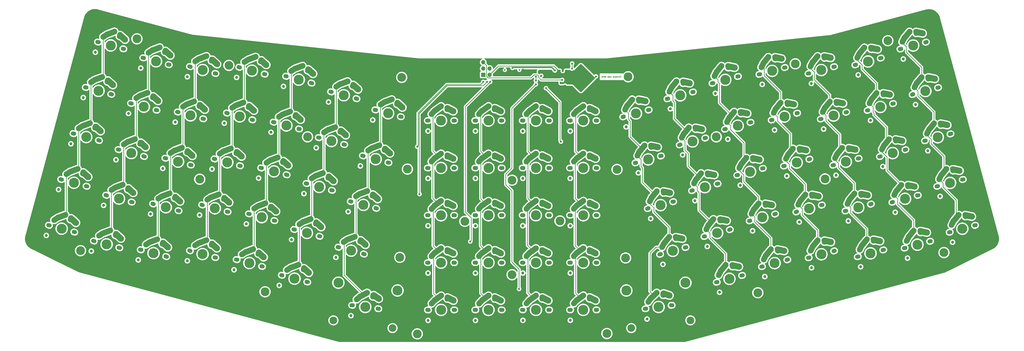
<source format=gbr>
%TF.GenerationSoftware,KiCad,Pcbnew,(5.99.0-12367-g21313a4c1a)*%
%TF.CreationDate,2021-09-16T15:19:45+01:00*%
%TF.ProjectId,superlyra,73757065-726c-4797-9261-2e6b69636164,0.1*%
%TF.SameCoordinates,Original*%
%TF.FileFunction,Copper,L2,Bot*%
%TF.FilePolarity,Positive*%
%FSLAX46Y46*%
G04 Gerber Fmt 4.6, Leading zero omitted, Abs format (unit mm)*
G04 Created by KiCad (PCBNEW (5.99.0-12367-g21313a4c1a)) date 2021-09-16 15:19:45*
%MOMM*%
%LPD*%
G01*
G04 APERTURE LIST*
G04 Aperture macros list*
%AMHorizOval*
0 Thick line with rounded ends*
0 $1 width*
0 $2 $3 position (X,Y) of the first rounded end (center of the circle)*
0 $4 $5 position (X,Y) of the second rounded end (center of the circle)*
0 Add line between two ends*
20,1,$1,$2,$3,$4,$5,0*
0 Add two circle primitives to create the rounded ends*
1,1,$1,$2,$3*
1,1,$1,$4,$5*%
G04 Aperture macros list end*
%ADD10C,0.127000*%
%TA.AperFunction,NonConductor*%
%ADD11C,0.127000*%
%TD*%
%TA.AperFunction,ComponentPad*%
%ADD12R,1.700000X1.700000*%
%TD*%
%TA.AperFunction,ComponentPad*%
%ADD13O,1.700000X1.700000*%
%TD*%
%TA.AperFunction,WasherPad*%
%ADD14C,3.987800*%
%TD*%
%TA.AperFunction,WasherPad*%
%ADD15C,1.700000*%
%TD*%
%TA.AperFunction,WasherPad*%
%ADD16C,3.048000*%
%TD*%
%TA.AperFunction,WasherPad*%
%ADD17C,1.750000*%
%TD*%
%TA.AperFunction,WasherPad*%
%ADD18C,1.200000*%
%TD*%
%TA.AperFunction,ComponentPad*%
%ADD19HorizOval,2.250000X0.057457X0.284954X-0.057457X-0.284954X0*%
%TD*%
%TA.AperFunction,ComponentPad*%
%ADD20C,2.250000*%
%TD*%
%TA.AperFunction,ComponentPad*%
%ADD21C,2.000000*%
%TD*%
%TA.AperFunction,ConnectorPad*%
%ADD22HorizOval,2.500000X1.030158X-0.708008X-1.030158X0.708008X0*%
%TD*%
%TA.AperFunction,ConnectorPad*%
%ADD23HorizOval,2.300000X1.406107X0.763454X-1.406107X-0.763454X0*%
%TD*%
%TA.AperFunction,ComponentPad*%
%ADD24HorizOval,2.250000X0.744677X0.638265X-0.744677X-0.638265X0*%
%TD*%
%TA.AperFunction,ConnectorPad*%
%ADD25HorizOval,2.500000X1.178302X-0.417259X-1.178302X0.417259X0*%
%TD*%
%TA.AperFunction,ComponentPad*%
%ADD26HorizOval,2.250000X-0.018253X0.290115X0.018253X-0.290115X0*%
%TD*%
%TA.AperFunction,ConnectorPad*%
%ADD27HorizOval,2.300000X1.160599X1.101367X-1.160599X-1.101367X0*%
%TD*%
%TA.AperFunction,ComponentPad*%
%ADD28HorizOval,2.250000X0.554107X0.809253X-0.554107X-0.809253X0*%
%TD*%
%TA.AperFunction,ConnectorPad*%
%ADD29HorizOval,2.500000X0.928931X-0.836413X-0.928931X0.836413X0*%
%TD*%
%TA.AperFunction,ComponentPad*%
%ADD30HorizOval,2.250000X0.094159X0.275017X-0.094159X-0.275017X0*%
%TD*%
%TA.AperFunction,ConnectorPad*%
%ADD31HorizOval,2.300000X1.493729X0.573389X-1.493729X-0.573389X0*%
%TD*%
%TA.AperFunction,ComponentPad*%
%ADD32HorizOval,2.250000X0.821616X0.535605X-0.821616X-0.535605X0*%
%TD*%
%TA.AperFunction,ComponentPad*%
%ADD33HorizOval,2.250000X0.019771X0.290016X-0.019771X-0.290016X0*%
%TD*%
%TA.AperFunction,ConnectorPad*%
%ADD34HorizOval,2.500000X1.113758X-0.567488X-1.113758X0.567488X0*%
%TD*%
%TA.AperFunction,ComponentPad*%
%ADD35HorizOval,2.250000X0.654995X0.730004X-0.654995X-0.730004X0*%
%TD*%
%TA.AperFunction,ConnectorPad*%
%ADD36HorizOval,2.300000X1.294427X0.940456X-1.294427X-0.940456X0*%
%TD*%
%TA.AperFunction,ConnectorPad*%
%ADD37HorizOval,2.500000X1.222685X-0.259890X-1.222685X0.259890X0*%
%TD*%
%TA.AperFunction,ComponentPad*%
%ADD38HorizOval,2.250000X-0.055964X0.285251X0.055964X-0.285251X0*%
%TD*%
%TA.AperFunction,ComponentPad*%
%ADD39HorizOval,2.250000X0.443738X0.874655X-0.443738X-0.874655X0*%
%TD*%
%TA.AperFunction,ConnectorPad*%
%ADD40HorizOval,2.300000X1.006913X1.243434X-1.006913X-1.243434X0*%
%TD*%
%TA.AperFunction,WasherPad*%
%ADD41C,0.650000*%
%TD*%
%TA.AperFunction,ComponentPad*%
%ADD42O,1.000000X2.100000*%
%TD*%
%TA.AperFunction,ComponentPad*%
%ADD43O,1.000000X1.600000*%
%TD*%
%TA.AperFunction,ComponentPad*%
%ADD44C,3.500000*%
%TD*%
%TA.AperFunction,ViaPad*%
%ADD45C,0.800000*%
%TD*%
%TA.AperFunction,Conductor*%
%ADD46C,0.250000*%
%TD*%
%TA.AperFunction,Conductor*%
%ADD47C,0.500000*%
%TD*%
%ADD48C,0.350000*%
%ADD49O,0.600000X1.700000*%
%ADD50O,0.600000X1.200000*%
G04 APERTURE END LIST*
D10*
D11*
X253514285Y-84007142D02*
X253314285Y-84007142D01*
X253228571Y-84321428D02*
X253514285Y-84321428D01*
X253514285Y-83721428D01*
X253228571Y-83721428D01*
X252971428Y-83921428D02*
X252971428Y-84321428D01*
X252971428Y-83978571D02*
X252942857Y-83950000D01*
X252885714Y-83921428D01*
X252800000Y-83921428D01*
X252742857Y-83950000D01*
X252714285Y-84007142D01*
X252714285Y-84321428D01*
X252485714Y-83921428D02*
X252342857Y-84321428D01*
X252200000Y-83921428D01*
X251971428Y-84321428D02*
X251971428Y-83921428D01*
X251971428Y-83721428D02*
X252000000Y-83750000D01*
X251971428Y-83778571D01*
X251942857Y-83750000D01*
X251971428Y-83721428D01*
X251971428Y-83778571D01*
X251600000Y-84321428D02*
X251657142Y-84292857D01*
X251685714Y-84264285D01*
X251714285Y-84207142D01*
X251714285Y-84035714D01*
X251685714Y-83978571D01*
X251657142Y-83950000D01*
X251600000Y-83921428D01*
X251514285Y-83921428D01*
X251457142Y-83950000D01*
X251428571Y-83978571D01*
X251400000Y-84035714D01*
X251400000Y-84207142D01*
X251428571Y-84264285D01*
X251457142Y-84292857D01*
X251514285Y-84321428D01*
X251600000Y-84321428D01*
X250885714Y-83921428D02*
X250885714Y-84321428D01*
X251142857Y-83921428D02*
X251142857Y-84235714D01*
X251114285Y-84292857D01*
X251057142Y-84321428D01*
X250971428Y-84321428D01*
X250914285Y-84292857D01*
X250885714Y-84264285D01*
X250628571Y-84292857D02*
X250571428Y-84321428D01*
X250457142Y-84321428D01*
X250400000Y-84292857D01*
X250371428Y-84235714D01*
X250371428Y-84207142D01*
X250400000Y-84150000D01*
X250457142Y-84121428D01*
X250542857Y-84121428D01*
X250600000Y-84092857D01*
X250628571Y-84035714D01*
X250628571Y-84007142D01*
X250600000Y-83950000D01*
X250542857Y-83921428D01*
X250457142Y-83921428D01*
X250400000Y-83950000D01*
X249714285Y-83921428D02*
X249600000Y-84321428D01*
X249485714Y-84035714D01*
X249371428Y-84321428D01*
X249257142Y-83921428D01*
X248771428Y-84321428D02*
X248771428Y-84007142D01*
X248800000Y-83950000D01*
X248857142Y-83921428D01*
X248971428Y-83921428D01*
X249028571Y-83950000D01*
X248771428Y-84292857D02*
X248828571Y-84321428D01*
X248971428Y-84321428D01*
X249028571Y-84292857D01*
X249057142Y-84235714D01*
X249057142Y-84178571D01*
X249028571Y-84121428D01*
X248971428Y-84092857D01*
X248828571Y-84092857D01*
X248771428Y-84064285D01*
X248514285Y-84292857D02*
X248457142Y-84321428D01*
X248342857Y-84321428D01*
X248285714Y-84292857D01*
X248257142Y-84235714D01*
X248257142Y-84207142D01*
X248285714Y-84150000D01*
X248342857Y-84121428D01*
X248428571Y-84121428D01*
X248485714Y-84092857D01*
X248514285Y-84035714D01*
X248514285Y-84007142D01*
X248485714Y-83950000D01*
X248428571Y-83921428D01*
X248342857Y-83921428D01*
X248285714Y-83950000D01*
X247542857Y-84321428D02*
X247542857Y-83721428D01*
X247285714Y-84321428D02*
X247285714Y-84007142D01*
X247314285Y-83950000D01*
X247371428Y-83921428D01*
X247457142Y-83921428D01*
X247514285Y-83950000D01*
X247542857Y-83978571D01*
X246771428Y-84292857D02*
X246828571Y-84321428D01*
X246942857Y-84321428D01*
X247000000Y-84292857D01*
X247028571Y-84235714D01*
X247028571Y-84007142D01*
X247000000Y-83950000D01*
X246942857Y-83921428D01*
X246828571Y-83921428D01*
X246771428Y-83950000D01*
X246742857Y-84007142D01*
X246742857Y-84064285D01*
X247028571Y-84121428D01*
X246485714Y-84321428D02*
X246485714Y-83921428D01*
X246485714Y-84035714D02*
X246457142Y-83978571D01*
X246428571Y-83950000D01*
X246371428Y-83921428D01*
X246314285Y-83921428D01*
X245885714Y-84292857D02*
X245942857Y-84321428D01*
X246057142Y-84321428D01*
X246114285Y-84292857D01*
X246142857Y-84235714D01*
X246142857Y-84007142D01*
X246114285Y-83950000D01*
X246057142Y-83921428D01*
X245942857Y-83921428D01*
X245885714Y-83950000D01*
X245857142Y-84007142D01*
X245857142Y-84064285D01*
X246142857Y-84121428D01*
D12*
%TO.P,J2,1,MISO*%
%TO.N,MOSI*%
X198374000Y-83312000D03*
D13*
%TO.P,J2,2,VCC*%
%TO.N,VCC*%
X200914000Y-83312000D03*
%TO.P,J2,3,SCK*%
%TO.N,ROW3*%
X198374000Y-80772000D03*
%TO.P,J2,4,MOSI*%
%TO.N,MISO*%
X200914000Y-80772000D03*
%TO.P,J2,5,~{RST}*%
%TO.N,RST*%
X198374000Y-78232000D03*
%TO.P,J2,6,GND*%
%TO.N,GND*%
X200914000Y-78232000D03*
%TD*%
D14*
%TO.P,SW79,*%
%TO.N,*%
X140371625Y-166787401D03*
D15*
X156582947Y-177247894D03*
D16*
X138382406Y-181897021D03*
D14*
X151130000Y-176530000D03*
D17*
X146093460Y-175866927D03*
D18*
X145406448Y-180012722D03*
D16*
X162054143Y-185013464D03*
D17*
X156166540Y-177193073D03*
D15*
X145677053Y-175812106D03*
D14*
X164043362Y-169903844D03*
D19*
%TO.P,SW79,1,1*%
%TO.N,Net-(D79-Pad2)*%
X154253437Y-172109860D03*
D20*
X154311343Y-171824997D03*
D21*
X156583224Y-173415140D03*
D22*
X155504171Y-172494419D03*
D23*
%TO.P,SW79,2,2*%
%TO.N,COL6*%
X150500784Y-171579519D03*
D24*
X148428809Y-172876160D03*
D20*
X149173493Y-172237905D03*
D21*
X151900105Y-170680475D03*
%TD*%
D18*
%TO.P,SW84,*%
%TO.N,*%
X263977868Y-181375415D03*
D14*
X279363375Y-166787401D03*
D16*
X257680857Y-185013464D03*
X281352594Y-181897021D03*
D17*
X273641540Y-175866927D03*
D15*
X263152053Y-177247894D03*
D17*
X263568460Y-177193073D03*
D14*
X255691638Y-169903844D03*
X268605000Y-176530000D03*
D15*
X274057947Y-175812106D03*
D20*
%TO.P,SW84,1,1*%
%TO.N,Net-(D84-Pad2)*%
X270460197Y-171161924D03*
D21*
X273066225Y-172109879D03*
D25*
X271785639Y-171499809D03*
D26*
X270477991Y-171452068D03*
D27*
%TO.P,SW84,2,2*%
%TO.N,COL11*%
X266715946Y-171911055D03*
D28*
X265050166Y-173699782D03*
D20*
X265604283Y-172890536D03*
D21*
X267834895Y-170680475D03*
%TD*%
D17*
%TO.P,SW1,*%
%TO.N,*%
X54075933Y-72808264D03*
D18*
X43039857Y-74199316D03*
D17*
X44262127Y-70178662D03*
D15*
X43856438Y-70069958D03*
X54481622Y-72916968D03*
D14*
X49169030Y-71493463D03*
D29*
%TO.P,SW1,1,1*%
%TO.N,Net-(D1-Pad2)*%
X53966788Y-68308696D03*
D20*
X52937282Y-67243960D03*
D21*
X54982172Y-69117040D03*
D30*
X52842689Y-67518827D03*
D31*
%TO.P,SW1,2,2*%
%TO.N,COL0*%
X49191365Y-66503205D03*
D20*
X47789492Y-66982712D03*
D32*
X46967869Y-67518306D03*
D21*
X50696062Y-65794501D03*
%TD*%
D17*
%TO.P,SW2,*%
%TO.N,*%
X72233932Y-79163835D03*
D18*
X61197856Y-80554887D03*
D14*
X67327029Y-77849034D03*
D17*
X62420126Y-76534233D03*
D15*
X72639621Y-79272539D03*
X62014437Y-76425529D03*
D21*
%TO.P,SW2,1,1*%
%TO.N,Net-(D2-Pad2)*%
X73140171Y-75472611D03*
D29*
X72124787Y-74664267D03*
D30*
X71000688Y-73874398D03*
D20*
X71095281Y-73599531D03*
%TO.P,SW2,2,2*%
%TO.N,COL1*%
X65947491Y-73338283D03*
D31*
X67349364Y-72858776D03*
D32*
X65125868Y-73873877D03*
D21*
X68854061Y-72150072D03*
%TD*%
D18*
%TO.P,SW3,*%
%TO.N,*%
X79894380Y-84064145D03*
D14*
X86023553Y-81358292D03*
D17*
X90930456Y-82673093D03*
D15*
X80710961Y-79934787D03*
X91336145Y-82781797D03*
D17*
X81116650Y-80043491D03*
D29*
%TO.P,SW3,1,1*%
%TO.N,Net-(D3-Pad2)*%
X90821311Y-78173525D03*
D20*
X89791805Y-77108789D03*
D30*
X89697212Y-77383656D03*
D21*
X91836695Y-78981869D03*
D31*
%TO.P,SW3,2,2*%
%TO.N,COL2*%
X86045888Y-76368034D03*
D20*
X84644015Y-76847541D03*
D32*
X83822392Y-77383135D03*
D21*
X87550585Y-75659330D03*
%TD*%
D15*
%TO.P,SW4,*%
%TO.N,*%
X100422124Y-80203996D03*
D17*
X100827813Y-80312700D03*
X110641619Y-82942302D03*
D14*
X105734716Y-81627501D03*
D15*
X111047308Y-83051006D03*
D18*
X99605543Y-84333354D03*
D29*
%TO.P,SW4,1,1*%
%TO.N,Net-(D4-Pad2)*%
X110532474Y-78442734D03*
D30*
X109408375Y-77652865D03*
D21*
X111547858Y-79251078D03*
D20*
X109502968Y-77377998D03*
D21*
%TO.P,SW4,2,2*%
%TO.N,COL3*%
X107261748Y-75928539D03*
D20*
X104355178Y-77116750D03*
D32*
X103533555Y-77652344D03*
D31*
X105757051Y-76637243D03*
%TD*%
D15*
%TO.P,SW5,*%
%TO.N,*%
X119194668Y-83809695D03*
D18*
X118378087Y-87939053D03*
D15*
X129819852Y-86656705D03*
D14*
X124507260Y-85233200D03*
D17*
X129414163Y-86548001D03*
X119600357Y-83918399D03*
D20*
%TO.P,SW5,1,1*%
%TO.N,Net-(D5-Pad2)*%
X128275512Y-80983697D03*
D29*
X129305018Y-82048433D03*
D30*
X128180919Y-81258564D03*
D21*
X130320402Y-82856777D03*
D20*
%TO.P,SW5,2,2*%
%TO.N,COL4*%
X123127722Y-80722449D03*
D21*
X126034292Y-79534238D03*
D31*
X124529595Y-80242942D03*
D32*
X122306099Y-81258043D03*
%TD*%
D15*
%TO.P,SW6,*%
%TO.N,*%
X147844394Y-92910124D03*
D14*
X142531802Y-91486619D03*
D17*
X137624899Y-90171818D03*
D18*
X136402629Y-94192472D03*
D15*
X137219210Y-90063114D03*
D17*
X147438705Y-92801420D03*
D21*
%TO.P,SW6,1,1*%
%TO.N,Net-(D6-Pad2)*%
X148344944Y-89110196D03*
D29*
X147329560Y-88301852D03*
D30*
X146205461Y-87511983D03*
D20*
X146300054Y-87237116D03*
D32*
%TO.P,SW6,2,2*%
%TO.N,COL5*%
X140330641Y-87511462D03*
D21*
X144058834Y-85787657D03*
D31*
X142554137Y-86496361D03*
D20*
X141152264Y-86975868D03*
%TD*%
D15*
%TO.P,SW7,*%
%TO.N,*%
X165584699Y-100158943D03*
D18*
X154142934Y-101441291D03*
D14*
X160272107Y-98735438D03*
D17*
X155365204Y-97420637D03*
X165179010Y-100050239D03*
D15*
X154959515Y-97311933D03*
D20*
%TO.P,SW7,1,1*%
%TO.N,Net-(D7-Pad2)*%
X164040359Y-94485935D03*
D29*
X165069865Y-95550671D03*
D21*
X166085249Y-96359015D03*
D30*
X163945766Y-94760802D03*
D21*
%TO.P,SW7,2,2*%
%TO.N,COL6*%
X161799139Y-93036476D03*
D32*
X158070946Y-94760281D03*
D20*
X158892569Y-94224687D03*
D31*
X160294442Y-93745180D03*
%TD*%
D15*
%TO.P,SW8,*%
%TO.N,*%
X175980027Y-101668860D03*
D17*
X186560027Y-101668860D03*
D18*
X176260027Y-105868860D03*
D17*
X176400027Y-101668860D03*
D15*
X186980027Y-101668860D03*
D14*
X181480027Y-101668860D03*
D33*
%TO.P,SW8,1,1*%
%TO.N,Net-(D8-Pad2)*%
X183999798Y-96878844D03*
D20*
X184020027Y-96588860D03*
D34*
X185290027Y-97350860D03*
D21*
X186480027Y-97868860D03*
%TO.P,SW8,2,2*%
%TO.N,COL7*%
X181480027Y-95768860D03*
D35*
X178325022Y-98398856D03*
D36*
X180210027Y-96842860D03*
D20*
X178980027Y-97668860D03*
%TD*%
D14*
%TO.P,SW9,*%
%TO.N,*%
X200463938Y-101669622D03*
D18*
X195243938Y-105869622D03*
D17*
X195383938Y-101669622D03*
D15*
X205963938Y-101669622D03*
D17*
X205543938Y-101669622D03*
D15*
X194963938Y-101669622D03*
D20*
%TO.P,SW9,1,1*%
%TO.N,Net-(D9-Pad2)*%
X203003938Y-96589622D03*
D34*
X204273938Y-97351622D03*
D33*
X202983709Y-96879606D03*
D21*
X205463938Y-97869622D03*
D35*
%TO.P,SW9,2,2*%
%TO.N,COL8*%
X197308933Y-98399618D03*
D36*
X199193938Y-96843622D03*
D21*
X200463938Y-95769622D03*
D20*
X197963938Y-97669622D03*
%TD*%
D17*
%TO.P,SW10,*%
%TO.N,*%
X224548099Y-101669850D03*
X214388099Y-101669850D03*
D15*
X213968099Y-101669850D03*
D18*
X214248099Y-105869850D03*
D14*
X219468099Y-101669850D03*
D15*
X224968099Y-101669850D03*
D20*
%TO.P,SW10,1,1*%
%TO.N,Net-(D10-Pad2)*%
X222008099Y-96589850D03*
D21*
X224468099Y-97869850D03*
D34*
X223278099Y-97351850D03*
D33*
X221987870Y-96879834D03*
D36*
%TO.P,SW10,2,2*%
%TO.N,COL9*%
X218198099Y-96843850D03*
D20*
X216968099Y-97669850D03*
D35*
X216313094Y-98399846D03*
D21*
X219468099Y-95769850D03*
%TD*%
D17*
%TO.P,SW11,*%
%TO.N,*%
X243536946Y-101669702D03*
D18*
X233236946Y-105869702D03*
D15*
X232956946Y-101669702D03*
D14*
X238456946Y-101669702D03*
D17*
X233376946Y-101669702D03*
D15*
X243956946Y-101669702D03*
D34*
%TO.P,SW11,1,1*%
%TO.N,Net-(D11-Pad2)*%
X242266946Y-97351702D03*
D20*
X240996946Y-96589702D03*
D21*
X243456946Y-97869702D03*
D33*
X240976717Y-96879686D03*
D35*
%TO.P,SW11,2,2*%
%TO.N,COL10*%
X235301941Y-98399698D03*
D36*
X237186946Y-96843702D03*
D20*
X235956946Y-97669702D03*
D21*
X238456946Y-95769702D03*
%TD*%
D15*
%TO.P,SW12,*%
%TO.N,*%
X264855515Y-97355110D03*
X254230331Y-100202120D03*
D14*
X259542923Y-98778615D03*
D18*
X255587830Y-104186539D03*
D17*
X264449826Y-97463814D03*
X254636020Y-100093416D03*
D21*
%TO.P,SW12,1,1*%
%TO.N,Net-(D12-Pad2)*%
X263389040Y-93814002D03*
D37*
X262105520Y-93621647D03*
D20*
X260681574Y-93214311D03*
D38*
X260737088Y-93499650D03*
D20*
%TO.P,SW12,2,2*%
%TO.N,COL11*%
X256092832Y-95561959D03*
D21*
X258015891Y-93079653D03*
D39*
X255649083Y-96436609D03*
D40*
X257067136Y-94445757D03*
%TD*%
D18*
%TO.P,SW13,*%
%TO.N,*%
X273307922Y-96958937D03*
D14*
X277263015Y-91551013D03*
D17*
X282169918Y-90236212D03*
D15*
X282575607Y-90127508D03*
D17*
X272356112Y-92865814D03*
D15*
X271950423Y-92974518D03*
D20*
%TO.P,SW13,1,1*%
%TO.N,Net-(D13-Pad2)*%
X278401666Y-85986709D03*
D21*
X281109132Y-86586400D03*
D38*
X278457180Y-86272048D03*
D37*
X279825612Y-86394045D03*
D21*
%TO.P,SW13,2,2*%
%TO.N,COL12*%
X275735983Y-85852051D03*
D20*
X273812924Y-88334357D03*
D39*
X273369175Y-89209007D03*
D40*
X274787228Y-87218155D03*
%TD*%
D15*
%TO.P,SW14,*%
%TO.N,*%
X300611615Y-83874893D03*
X289986431Y-86721903D03*
D18*
X291343930Y-90706322D03*
D14*
X295299023Y-85298398D03*
D17*
X300205926Y-83983597D03*
X290392120Y-86613199D03*
D38*
%TO.P,SW14,1,1*%
%TO.N,Net-(D14-Pad2)*%
X296493188Y-80019433D03*
D21*
X299145140Y-80333785D03*
D20*
X296437674Y-79734094D03*
D37*
X297861620Y-80141430D03*
D39*
%TO.P,SW14,2,2*%
%TO.N,COL13*%
X291405183Y-82956392D03*
D21*
X293771991Y-79599436D03*
D40*
X292823236Y-80965540D03*
D20*
X291848932Y-82081742D03*
%TD*%
D14*
%TO.P,SW15,*%
%TO.N,*%
X314083964Y-81715986D03*
D17*
X309177061Y-83030787D03*
D15*
X308771372Y-83139491D03*
D18*
X310128871Y-87123910D03*
D17*
X318990867Y-80401185D03*
D15*
X319396556Y-80292481D03*
D21*
%TO.P,SW15,1,1*%
%TO.N,Net-(D15-Pad2)*%
X317930081Y-76751373D03*
D38*
X315278129Y-76437021D03*
D37*
X316646561Y-76559018D03*
D20*
X315222615Y-76151682D03*
D39*
%TO.P,SW15,2,2*%
%TO.N,COL14*%
X310190124Y-79373980D03*
D40*
X311608177Y-77383128D03*
D20*
X310633873Y-78499330D03*
D21*
X312556932Y-76017024D03*
%TD*%
D15*
%TO.P,SW16,*%
%TO.N,*%
X339095382Y-79960634D03*
X328470198Y-82807644D03*
D14*
X333782790Y-81384139D03*
D17*
X328875887Y-82698940D03*
X338689693Y-80069338D03*
D18*
X329827697Y-86792063D03*
D38*
%TO.P,SW16,1,1*%
%TO.N,Net-(D16-Pad2)*%
X334976955Y-76105174D03*
D21*
X337628907Y-76419526D03*
D37*
X336345387Y-76227171D03*
D20*
X334921441Y-75819835D03*
D21*
%TO.P,SW16,2,2*%
%TO.N,COL15*%
X332255758Y-75685177D03*
D40*
X331307003Y-77051281D03*
D20*
X330332699Y-78167483D03*
D39*
X329888950Y-79042133D03*
%TD*%
D17*
%TO.P,SW17,*%
%TO.N,*%
X347610863Y-79246791D03*
D18*
X348562673Y-83339914D03*
D17*
X357424669Y-76617189D03*
D14*
X352517766Y-77931990D03*
D15*
X357830358Y-76508485D03*
X347205174Y-79355495D03*
D37*
%TO.P,SW17,1,1*%
%TO.N,Net-(D17-Pad2)*%
X355080363Y-72775022D03*
D21*
X356363883Y-72967377D03*
D38*
X353711931Y-72653025D03*
D20*
X353656417Y-72367686D03*
D21*
%TO.P,SW17,2,2*%
%TO.N,COL16*%
X350990734Y-72233028D03*
D39*
X348623926Y-75589984D03*
D20*
X349067675Y-74715334D03*
D40*
X350041979Y-73599132D03*
%TD*%
D15*
%TO.P,SW18,*%
%TO.N,*%
X375892053Y-70116196D03*
D14*
X370579461Y-71539701D03*
D17*
X375486364Y-70224900D03*
D15*
X365266869Y-72963206D03*
D17*
X365672558Y-72854502D03*
D18*
X366624368Y-76947625D03*
D37*
%TO.P,SW18,1,1*%
%TO.N,Net-(D18-Pad2)*%
X373142058Y-66382733D03*
D20*
X371718112Y-65975397D03*
D38*
X371773626Y-66260736D03*
D21*
X374425578Y-66575088D03*
%TO.P,SW18,2,2*%
%TO.N,COL17*%
X369052429Y-65840739D03*
D39*
X366685621Y-69197695D03*
D40*
X368103674Y-67206843D03*
D20*
X367129370Y-68323045D03*
%TD*%
D15*
%TO.P,SW19,*%
%TO.N,*%
X38987901Y-88298939D03*
D17*
X39393590Y-88407643D03*
D15*
X49613085Y-91145949D03*
D18*
X38171320Y-92428297D03*
D17*
X49207396Y-91037245D03*
D14*
X44300493Y-89722444D03*
D21*
%TO.P,SW19,1,1*%
%TO.N,Net-(D19-Pad2)*%
X50113635Y-87346021D03*
D20*
X48068745Y-85472941D03*
D29*
X49098251Y-86537677D03*
D30*
X47974152Y-85747808D03*
D20*
%TO.P,SW19,2,2*%
%TO.N,COL0*%
X42920955Y-85211693D03*
D31*
X44322828Y-84732186D03*
D21*
X45827525Y-84023482D03*
D32*
X42099332Y-85747287D03*
%TD*%
D14*
%TO.P,SW20,*%
%TO.N,*%
X62430262Y-96115170D03*
D17*
X57523359Y-94800369D03*
D15*
X57117670Y-94691665D03*
D18*
X56301089Y-98821023D03*
D17*
X67337165Y-97429971D03*
D15*
X67742854Y-97538675D03*
D20*
%TO.P,SW20,1,1*%
%TO.N,Net-(D20-Pad2)*%
X66198514Y-91865667D03*
D30*
X66103921Y-92140534D03*
D29*
X67228020Y-92930403D03*
D21*
X68243404Y-93738747D03*
D31*
%TO.P,SW20,2,2*%
%TO.N,COL1*%
X62452597Y-91124912D03*
D32*
X60229101Y-92140013D03*
D20*
X61050724Y-91604419D03*
D21*
X63957294Y-90416208D03*
%TD*%
D15*
%TO.P,SW21,*%
%TO.N,*%
X75818579Y-98161670D03*
D17*
X86038074Y-100899976D03*
D14*
X81131171Y-99585175D03*
D17*
X76224268Y-98270374D03*
D15*
X86443763Y-101008680D03*
D18*
X75001998Y-102291028D03*
D20*
%TO.P,SW21,1,1*%
%TO.N,Net-(D21-Pad2)*%
X84899423Y-95335672D03*
D21*
X86944313Y-97208752D03*
D29*
X85928929Y-96400408D03*
D30*
X84804830Y-95610539D03*
D20*
%TO.P,SW21,2,2*%
%TO.N,COL2*%
X79751633Y-95074424D03*
D32*
X78930010Y-95610018D03*
D21*
X82658203Y-93886213D03*
D31*
X81153506Y-94594917D03*
%TD*%
D15*
%TO.P,SW22,*%
%TO.N,*%
X106133976Y-101420055D03*
D17*
X105728287Y-101311351D03*
X95914481Y-98681749D03*
D14*
X100821384Y-99996550D03*
D18*
X94692211Y-102702403D03*
D15*
X95508792Y-98573045D03*
D29*
%TO.P,SW22,1,1*%
%TO.N,Net-(D22-Pad2)*%
X105619142Y-96811783D03*
D21*
X106634526Y-97620127D03*
D20*
X104589636Y-95747047D03*
D30*
X104495043Y-96021914D03*
D20*
%TO.P,SW22,2,2*%
%TO.N,COL3*%
X99441846Y-95485799D03*
D31*
X100843719Y-95006292D03*
D21*
X102348416Y-94297588D03*
D32*
X98620223Y-96021393D03*
%TD*%
D17*
%TO.P,SW23,*%
%TO.N,*%
X124432456Y-104965212D03*
X114618650Y-102335610D03*
D18*
X113396380Y-106356264D03*
D15*
X114212961Y-102226906D03*
D14*
X119525553Y-103650411D03*
D15*
X124838145Y-105073916D03*
D29*
%TO.P,SW23,1,1*%
%TO.N,Net-(D23-Pad2)*%
X124323311Y-100465644D03*
D20*
X123293805Y-99400908D03*
D21*
X125338695Y-101273988D03*
D30*
X123199212Y-99675775D03*
D32*
%TO.P,SW23,2,2*%
%TO.N,COL4*%
X117324392Y-99675254D03*
D31*
X119547888Y-98660153D03*
D21*
X121052585Y-97951449D03*
D20*
X118146015Y-99139660D03*
%TD*%
D17*
%TO.P,SW24,*%
%TO.N,*%
X132694801Y-108568105D03*
D18*
X131472531Y-112588759D03*
D17*
X142508607Y-111197707D03*
D15*
X132289112Y-108459401D03*
D14*
X137601704Y-109882906D03*
D15*
X142914296Y-111306411D03*
D20*
%TO.P,SW24,1,1*%
%TO.N,Net-(D24-Pad2)*%
X141369956Y-105633403D03*
D30*
X141275363Y-105908270D03*
D29*
X142399462Y-106698139D03*
D21*
X143414846Y-107506483D03*
D32*
%TO.P,SW24,2,2*%
%TO.N,COL5*%
X135400543Y-105907749D03*
D31*
X137624039Y-104892648D03*
D21*
X139128736Y-104183944D03*
D20*
X136222166Y-105372155D03*
%TD*%
D15*
%TO.P,SW25,*%
%TO.N,*%
X160607546Y-118604285D03*
D18*
X149165781Y-119886633D03*
D17*
X150388051Y-115865979D03*
D15*
X149982362Y-115757275D03*
D14*
X155294954Y-117180780D03*
D17*
X160201857Y-118495581D03*
D29*
%TO.P,SW25,1,1*%
%TO.N,Net-(D25-Pad2)*%
X160092712Y-113996013D03*
D20*
X159063206Y-112931277D03*
D30*
X158968613Y-113206144D03*
D21*
X161108096Y-114804357D03*
D20*
%TO.P,SW25,2,2*%
%TO.N,COL6*%
X153915416Y-112670029D03*
D31*
X155317289Y-112190522D03*
D32*
X153093793Y-113205623D03*
D21*
X156821986Y-111481818D03*
%TD*%
D15*
%TO.P,SW26,*%
%TO.N,*%
X175982461Y-120687059D03*
D14*
X181482461Y-120687059D03*
D17*
X186562461Y-120687059D03*
X176402461Y-120687059D03*
D18*
X176262461Y-124887059D03*
D15*
X186982461Y-120687059D03*
D20*
%TO.P,SW26,1,1*%
%TO.N,Net-(D26-Pad2)*%
X184022461Y-115607059D03*
D34*
X185292461Y-116369059D03*
D21*
X186482461Y-116887059D03*
D33*
X184002232Y-115897043D03*
D20*
%TO.P,SW26,2,2*%
%TO.N,COL7*%
X178982461Y-116687059D03*
D21*
X181482461Y-114787059D03*
D36*
X180212461Y-115861059D03*
D35*
X178327456Y-117417055D03*
%TD*%
D18*
%TO.P,SW27,*%
%TO.N,*%
X195249234Y-124888156D03*
D15*
X205969234Y-120688156D03*
X194969234Y-120688156D03*
D17*
X195389234Y-120688156D03*
D14*
X200469234Y-120688156D03*
D17*
X205549234Y-120688156D03*
D34*
%TO.P,SW27,1,1*%
%TO.N,Net-(D27-Pad2)*%
X204279234Y-116370156D03*
D33*
X202989005Y-115898140D03*
D21*
X205469234Y-116888156D03*
D20*
X203009234Y-115608156D03*
D21*
%TO.P,SW27,2,2*%
%TO.N,COL8*%
X200469234Y-114788156D03*
D35*
X197314229Y-117418152D03*
D36*
X199199234Y-115862156D03*
D20*
X197969234Y-116688156D03*
%TD*%
D17*
%TO.P,SW28,*%
%TO.N,*%
X214379244Y-120688139D03*
D15*
X213959244Y-120688139D03*
D18*
X214239244Y-124888139D03*
D14*
X219459244Y-120688139D03*
D15*
X224959244Y-120688139D03*
D17*
X224539244Y-120688139D03*
D20*
%TO.P,SW28,1,1*%
%TO.N,Net-(D28-Pad2)*%
X221999244Y-115608139D03*
D21*
X224459244Y-116888139D03*
D34*
X223269244Y-116370139D03*
D33*
X221979015Y-115898123D03*
D20*
%TO.P,SW28,2,2*%
%TO.N,COL9*%
X216959244Y-116688139D03*
D21*
X219459244Y-114788139D03*
D36*
X218189244Y-115862139D03*
D35*
X216304239Y-117418135D03*
%TD*%
D14*
%TO.P,SW29,*%
%TO.N,*%
X238440303Y-120688345D03*
D18*
X233220303Y-124888345D03*
D17*
X243520303Y-120688345D03*
D15*
X232940303Y-120688345D03*
X243940303Y-120688345D03*
D17*
X233360303Y-120688345D03*
D21*
%TO.P,SW29,1,1*%
%TO.N,Net-(D29-Pad2)*%
X243440303Y-116888345D03*
D20*
X240980303Y-115608345D03*
D34*
X242250303Y-116370345D03*
D33*
X240960074Y-115898329D03*
D36*
%TO.P,SW29,2,2*%
%TO.N,COL10*%
X237170303Y-115862345D03*
D21*
X238440303Y-114788345D03*
D20*
X235940303Y-116688345D03*
D35*
X235285298Y-117418341D03*
%TD*%
D15*
%TO.P,SW30,*%
%TO.N,*%
X259139704Y-118673038D03*
D17*
X259545393Y-118564334D03*
D14*
X264452296Y-117249533D03*
D18*
X260497203Y-122657457D03*
D17*
X269359199Y-115934732D03*
D15*
X269764888Y-115826028D03*
D38*
%TO.P,SW30,1,1*%
%TO.N,Net-(D30-Pad2)*%
X265646461Y-111970568D03*
D21*
X268298413Y-112284920D03*
D20*
X265590947Y-111685229D03*
D37*
X267014893Y-112092565D03*
D39*
%TO.P,SW30,2,2*%
%TO.N,COL11*%
X260558456Y-114907527D03*
D20*
X261002205Y-114032877D03*
D40*
X261976509Y-112916675D03*
D21*
X262925264Y-111550571D03*
%TD*%
D15*
%TO.P,SW31,*%
%TO.N,*%
X287517001Y-108610731D03*
D14*
X282204409Y-110034236D03*
D15*
X276891817Y-111457741D03*
D18*
X278249316Y-115442160D03*
D17*
X287111312Y-108719435D03*
X277297506Y-111349037D03*
D38*
%TO.P,SW31,1,1*%
%TO.N,Net-(D31-Pad2)*%
X283398574Y-104755271D03*
D20*
X283343060Y-104469932D03*
D37*
X284767006Y-104877268D03*
D21*
X286050526Y-105069623D03*
D20*
%TO.P,SW31,2,2*%
%TO.N,COL12*%
X278754318Y-106817580D03*
D40*
X279728622Y-105701378D03*
D39*
X278310569Y-107692230D03*
D21*
X280677377Y-104335274D03*
%TD*%
D15*
%TO.P,SW32,*%
%TO.N,*%
X294999323Y-105159717D03*
D18*
X296356822Y-109144136D03*
D17*
X305218818Y-102421411D03*
X295405012Y-105051013D03*
D14*
X300311915Y-103736212D03*
D15*
X305624507Y-102312707D03*
D20*
%TO.P,SW32,1,1*%
%TO.N,Net-(D32-Pad2)*%
X301450566Y-98171908D03*
D38*
X301506080Y-98457247D03*
D21*
X304158032Y-98771599D03*
D37*
X302874512Y-98579244D03*
D39*
%TO.P,SW32,2,2*%
%TO.N,COL13*%
X296418075Y-101394206D03*
D21*
X298784883Y-98037250D03*
D20*
X296861824Y-100519556D03*
D40*
X297836128Y-99403354D03*
%TD*%
D15*
%TO.P,SW33,*%
%TO.N,*%
X313692131Y-101484283D03*
D17*
X314097820Y-101375579D03*
D18*
X315049630Y-105468702D03*
D15*
X324317315Y-98637273D03*
D14*
X319004723Y-100060778D03*
D17*
X323911626Y-98745977D03*
D20*
%TO.P,SW33,1,1*%
%TO.N,Net-(D33-Pad2)*%
X320143374Y-94496474D03*
D37*
X321567320Y-94903810D03*
D38*
X320198888Y-94781813D03*
D21*
X322850840Y-95096165D03*
D40*
%TO.P,SW33,2,2*%
%TO.N,COL14*%
X316528936Y-95727920D03*
D20*
X315554632Y-96844122D03*
D21*
X317477691Y-94361816D03*
D39*
X315110883Y-97718772D03*
%TD*%
D14*
%TO.P,SW34,*%
%TO.N,*%
X338677427Y-99665571D03*
D15*
X343990019Y-98242066D03*
D17*
X333770524Y-100980372D03*
X343584330Y-98350770D03*
D15*
X333364835Y-101089076D03*
D18*
X334722334Y-105073495D03*
D21*
%TO.P,SW34,1,1*%
%TO.N,Net-(D34-Pad2)*%
X342523544Y-94700958D03*
D37*
X341240024Y-94508603D03*
D38*
X339871592Y-94386606D03*
D20*
X339816078Y-94101267D03*
D39*
%TO.P,SW34,2,2*%
%TO.N,COL15*%
X334783587Y-97323565D03*
D20*
X335227336Y-96448915D03*
D40*
X336201640Y-95332713D03*
D21*
X337150395Y-93966609D03*
%TD*%
D14*
%TO.P,SW35,*%
%TO.N,*%
X357425807Y-96201247D03*
D17*
X352518904Y-97516048D03*
X362332710Y-94886446D03*
D18*
X353470714Y-101609171D03*
D15*
X362738399Y-94777742D03*
X352113215Y-97624752D03*
D20*
%TO.P,SW35,1,1*%
%TO.N,Net-(D35-Pad2)*%
X358564458Y-90636943D03*
D38*
X358619972Y-90922282D03*
D21*
X361271924Y-91236634D03*
D37*
X359988404Y-91044279D03*
D20*
%TO.P,SW35,2,2*%
%TO.N,COL16*%
X353975716Y-92984591D03*
D39*
X353531967Y-93859241D03*
D21*
X355898775Y-90502285D03*
D40*
X354950020Y-91868389D03*
%TD*%
D15*
%TO.P,SW36,*%
%TO.N,*%
X380770215Y-88387067D03*
X370145031Y-91234077D03*
D17*
X370550720Y-91125373D03*
D14*
X375457623Y-89810572D03*
D18*
X371502530Y-95218496D03*
D17*
X380364526Y-88495771D03*
D38*
%TO.P,SW36,1,1*%
%TO.N,Net-(D36-Pad2)*%
X376651788Y-84531607D03*
D37*
X378020220Y-84653604D03*
D21*
X379303740Y-84845959D03*
D20*
X376596274Y-84246268D03*
D39*
%TO.P,SW36,2,2*%
%TO.N,COL17*%
X371563783Y-87468566D03*
D20*
X372007532Y-86593916D03*
D21*
X373930591Y-84111610D03*
D40*
X372981836Y-85477714D03*
%TD*%
D15*
%TO.P,SW37,*%
%TO.N,*%
X34056395Y-106846303D03*
D17*
X34462084Y-106955007D03*
D18*
X33239814Y-110975661D03*
D17*
X44275890Y-109584609D03*
D15*
X44681579Y-109693313D03*
D14*
X39368987Y-108269808D03*
D29*
%TO.P,SW37,1,1*%
%TO.N,Net-(D37-Pad2)*%
X44166745Y-105085041D03*
D30*
X43042646Y-104295172D03*
D21*
X45182129Y-105893385D03*
D20*
X43137239Y-104020305D03*
D32*
%TO.P,SW37,2,2*%
%TO.N,COL0*%
X37167826Y-104294651D03*
D20*
X37989449Y-103759057D03*
D31*
X39391322Y-103279550D03*
D21*
X40896019Y-102570846D03*
%TD*%
D17*
%TO.P,SW38,*%
%TO.N,*%
X62326470Y-116002356D03*
D15*
X52106975Y-113264050D03*
D18*
X51290394Y-117393408D03*
D15*
X62732159Y-116111060D03*
D14*
X57419567Y-114687555D03*
D17*
X52512664Y-113372754D03*
D21*
%TO.P,SW38,1,1*%
%TO.N,Net-(D38-Pad2)*%
X63232709Y-112311132D03*
D30*
X61093226Y-110712919D03*
D29*
X62217325Y-111502788D03*
D20*
X61187819Y-110438052D03*
D31*
%TO.P,SW38,2,2*%
%TO.N,COL1*%
X57441902Y-109697297D03*
D21*
X58946599Y-108988593D03*
D20*
X56040029Y-110176804D03*
D32*
X55218406Y-110712398D03*
%TD*%
D15*
%TO.P,SW39,*%
%TO.N,*%
X70856690Y-116722305D03*
X81481874Y-119569315D03*
D18*
X70040109Y-120851663D03*
D17*
X71262379Y-116831009D03*
D14*
X76169282Y-118145810D03*
D17*
X81076185Y-119460611D03*
D29*
%TO.P,SW39,1,1*%
%TO.N,Net-(D39-Pad2)*%
X80967040Y-114961043D03*
D21*
X81982424Y-115769387D03*
D20*
X79937534Y-113896307D03*
D30*
X79842941Y-114171174D03*
D31*
%TO.P,SW39,2,2*%
%TO.N,COL2*%
X76191617Y-113155552D03*
D32*
X73968121Y-114170653D03*
D20*
X74789744Y-113635059D03*
D21*
X77696314Y-112446848D03*
%TD*%
D14*
%TO.P,SW40,*%
%TO.N,*%
X95867582Y-118435457D03*
D15*
X90554990Y-117011952D03*
D18*
X89738409Y-121141310D03*
D17*
X90960679Y-117120656D03*
D15*
X101180174Y-119858962D03*
D17*
X100774485Y-119750258D03*
D21*
%TO.P,SW40,1,1*%
%TO.N,Net-(D40-Pad2)*%
X101680724Y-116059034D03*
D30*
X99541241Y-114460821D03*
D20*
X99635834Y-114185954D03*
D29*
X100665340Y-115250690D03*
D32*
%TO.P,SW40,2,2*%
%TO.N,COL3*%
X93666421Y-114460300D03*
D21*
X97394614Y-112736495D03*
D20*
X94488044Y-113924706D03*
D31*
X95889917Y-113445199D03*
%TD*%
D15*
%TO.P,SW41,*%
%TO.N,*%
X109235410Y-120646390D03*
D14*
X114548002Y-122069895D03*
D15*
X119860594Y-123493400D03*
D18*
X108418829Y-124775748D03*
D17*
X119454905Y-123384696D03*
X109641099Y-120755094D03*
D29*
%TO.P,SW41,1,1*%
%TO.N,Net-(D41-Pad2)*%
X119345760Y-118885128D03*
D30*
X118221661Y-118095259D03*
D20*
X118316254Y-117820392D03*
D21*
X120361144Y-119693472D03*
D31*
%TO.P,SW41,2,2*%
%TO.N,COL4*%
X114570337Y-117079637D03*
D20*
X113168464Y-117559144D03*
D21*
X116075034Y-116370933D03*
D32*
X112346841Y-118094738D03*
%TD*%
D17*
%TO.P,SW42,*%
%TO.N,*%
X127791737Y-126985791D03*
D14*
X132698640Y-128300592D03*
D17*
X137605543Y-129615393D03*
D18*
X126569467Y-131006445D03*
D15*
X138011232Y-129724097D03*
X127386048Y-126877087D03*
D30*
%TO.P,SW42,1,1*%
%TO.N,Net-(D42-Pad2)*%
X136372299Y-124325956D03*
D29*
X137496398Y-125115825D03*
D21*
X138511782Y-125924169D03*
D20*
X136466892Y-124051089D03*
D31*
%TO.P,SW42,2,2*%
%TO.N,COL5*%
X132720975Y-123310334D03*
D32*
X130497479Y-124325435D03*
D21*
X134225672Y-122601630D03*
D20*
X131319102Y-123789841D03*
%TD*%
D15*
%TO.P,SW43,*%
%TO.N,*%
X145100389Y-134107526D03*
D14*
X150412981Y-135531031D03*
D17*
X145506078Y-134216230D03*
D18*
X144283808Y-138236884D03*
D15*
X155725573Y-136954536D03*
D17*
X155319884Y-136845832D03*
D20*
%TO.P,SW43,1,1*%
%TO.N,Net-(D43-Pad2)*%
X154181233Y-131281528D03*
D29*
X155210739Y-132346264D03*
D21*
X156226123Y-133154608D03*
D30*
X154086640Y-131556395D03*
D31*
%TO.P,SW43,2,2*%
%TO.N,COL6*%
X150435316Y-130540773D03*
D32*
X148211820Y-131555874D03*
D21*
X151940013Y-129832069D03*
D20*
X149033443Y-131020280D03*
%TD*%
D15*
%TO.P,SW44,*%
%TO.N,*%
X175979982Y-139697890D03*
D18*
X176259982Y-143897890D03*
D17*
X186559982Y-139697890D03*
X176399982Y-139697890D03*
D15*
X186979982Y-139697890D03*
D14*
X181479982Y-139697890D03*
D20*
%TO.P,SW44,1,1*%
%TO.N,Net-(D44-Pad2)*%
X184019982Y-134617890D03*
D34*
X185289982Y-135379890D03*
D21*
X186479982Y-135897890D03*
D33*
X183999753Y-134907874D03*
D35*
%TO.P,SW44,2,2*%
%TO.N,COL7*%
X178324977Y-136427886D03*
D20*
X178979982Y-135697890D03*
D36*
X180209982Y-134871890D03*
D21*
X181479982Y-133797890D03*
%TD*%
D17*
%TO.P,SW45,*%
%TO.N,*%
X195401210Y-139689145D03*
D14*
X200481210Y-139689145D03*
D15*
X194981210Y-139689145D03*
D17*
X205561210Y-139689145D03*
D15*
X205981210Y-139689145D03*
D18*
X195261210Y-143889145D03*
D33*
%TO.P,SW45,1,1*%
%TO.N,Net-(D45-Pad2)*%
X203000981Y-134899129D03*
D21*
X205481210Y-135889145D03*
D34*
X204291210Y-135371145D03*
D20*
X203021210Y-134609145D03*
D36*
%TO.P,SW45,2,2*%
%TO.N,COL8*%
X199211210Y-134863145D03*
D20*
X197981210Y-135689145D03*
D21*
X200481210Y-133789145D03*
D35*
X197326205Y-136419141D03*
%TD*%
D15*
%TO.P,SW46,*%
%TO.N,*%
X224957600Y-139677803D03*
D17*
X214377600Y-139677803D03*
D18*
X214237600Y-143877803D03*
D17*
X224537600Y-139677803D03*
D14*
X219457600Y-139677803D03*
D15*
X213957600Y-139677803D03*
D20*
%TO.P,SW46,1,1*%
%TO.N,Net-(D46-Pad2)*%
X221997600Y-134597803D03*
D33*
X221977371Y-134887787D03*
D21*
X224457600Y-135877803D03*
D34*
X223267600Y-135359803D03*
D20*
%TO.P,SW46,2,2*%
%TO.N,COL9*%
X216957600Y-135677803D03*
D36*
X218187600Y-134851803D03*
D21*
X219457600Y-133777803D03*
D35*
X216302595Y-136407799D03*
%TD*%
D14*
%TO.P,SW47,*%
%TO.N,*%
X238454704Y-139684832D03*
D17*
X243534704Y-139684832D03*
D18*
X233234704Y-143884832D03*
D15*
X243954704Y-139684832D03*
D17*
X233374704Y-139684832D03*
D15*
X232954704Y-139684832D03*
D21*
%TO.P,SW47,1,1*%
%TO.N,Net-(D47-Pad2)*%
X243454704Y-135884832D03*
D34*
X242264704Y-135366832D03*
D33*
X240974475Y-134894816D03*
D20*
X240994704Y-134604832D03*
D36*
%TO.P,SW47,2,2*%
%TO.N,COL10*%
X237184704Y-134858832D03*
D20*
X235954704Y-135684832D03*
D21*
X238454704Y-133784832D03*
D35*
X235299699Y-136414828D03*
%TD*%
D18*
%TO.P,SW48,*%
%TO.N,*%
X265425119Y-141025350D03*
D17*
X274287115Y-134302625D03*
D15*
X264067620Y-137040931D03*
D14*
X269380212Y-135617426D03*
D15*
X274692804Y-134193921D03*
D17*
X264473309Y-136932227D03*
D20*
%TO.P,SW48,1,1*%
%TO.N,Net-(D48-Pad2)*%
X270518863Y-130053122D03*
D21*
X273226329Y-130652813D03*
D38*
X270574377Y-130338461D03*
D37*
X271942809Y-130460458D03*
D39*
%TO.P,SW48,2,2*%
%TO.N,COL11*%
X265486372Y-133275420D03*
D20*
X265930121Y-132400770D03*
D21*
X267853180Y-129918464D03*
D40*
X266904425Y-131284568D03*
%TD*%
D15*
%TO.P,SW49,*%
%TO.N,*%
X281821864Y-129827357D03*
X292447048Y-126980347D03*
D14*
X287134456Y-128403852D03*
D18*
X283179363Y-133811776D03*
D17*
X292041359Y-127089051D03*
X282227553Y-129718653D03*
D21*
%TO.P,SW49,1,1*%
%TO.N,Net-(D49-Pad2)*%
X290980573Y-123439239D03*
D20*
X288273107Y-122839548D03*
D37*
X289697053Y-123246884D03*
D38*
X288328621Y-123124887D03*
D20*
%TO.P,SW49,2,2*%
%TO.N,COL12*%
X283684365Y-125187196D03*
D21*
X285607424Y-122704890D03*
D39*
X283240616Y-126061846D03*
D40*
X284658669Y-124070994D03*
%TD*%
D15*
%TO.P,SW50,*%
%TO.N,*%
X310567469Y-120790605D03*
D17*
X310161780Y-120899309D03*
D15*
X299942285Y-123637615D03*
D14*
X305254877Y-122214110D03*
D17*
X300347974Y-123528911D03*
D18*
X301299784Y-127622034D03*
D21*
%TO.P,SW50,1,1*%
%TO.N,Net-(D50-Pad2)*%
X309100994Y-117249497D03*
D20*
X306393528Y-116649806D03*
D37*
X307817474Y-117057142D03*
D38*
X306449042Y-116935145D03*
D40*
%TO.P,SW50,2,2*%
%TO.N,COL13*%
X302779090Y-117881252D03*
D21*
X303727845Y-116515148D03*
D39*
X301361037Y-119872104D03*
D20*
X301804786Y-118997454D03*
%TD*%
D17*
%TO.P,SW51,*%
%TO.N,*%
X328828492Y-117210213D03*
X319014686Y-119839815D03*
D14*
X323921589Y-118525014D03*
D18*
X319966496Y-123932938D03*
D15*
X329234181Y-117101509D03*
X318608997Y-119948519D03*
D37*
%TO.P,SW51,1,1*%
%TO.N,Net-(D51-Pad2)*%
X326484186Y-113368046D03*
D21*
X327767706Y-113560401D03*
D20*
X325060240Y-112960710D03*
D38*
X325115754Y-113246049D03*
D20*
%TO.P,SW51,2,2*%
%TO.N,COL14*%
X320471498Y-115308358D03*
D40*
X321445802Y-114192156D03*
D21*
X322394557Y-112826052D03*
D39*
X320027749Y-116183008D03*
%TD*%
D15*
%TO.P,SW52,*%
%TO.N,*%
X338316417Y-119641977D03*
D18*
X339673916Y-123626396D03*
D17*
X348535912Y-116903671D03*
D14*
X343629009Y-118218472D03*
D15*
X348941601Y-116794967D03*
D17*
X338722106Y-119533273D03*
D38*
%TO.P,SW52,1,1*%
%TO.N,Net-(D52-Pad2)*%
X344823174Y-112939507D03*
D20*
X344767660Y-112654168D03*
D37*
X346191606Y-113061504D03*
D21*
X347475126Y-113253859D03*
%TO.P,SW52,2,2*%
%TO.N,COL15*%
X342101977Y-112519510D03*
D40*
X341153222Y-113885614D03*
D20*
X340178918Y-115001816D03*
D39*
X339735169Y-115876466D03*
%TD*%
D17*
%TO.P,SW53,*%
%TO.N,*%
X357475482Y-116039785D03*
X367289288Y-113410183D03*
D14*
X362382385Y-114724984D03*
D15*
X357069793Y-116148489D03*
X367694977Y-113301479D03*
D18*
X358427292Y-120132908D03*
D21*
%TO.P,SW53,1,1*%
%TO.N,Net-(D53-Pad2)*%
X366228502Y-109760371D03*
D20*
X363521036Y-109160680D03*
D38*
X363576550Y-109446019D03*
D37*
X364944982Y-109568016D03*
D39*
%TO.P,SW53,2,2*%
%TO.N,COL16*%
X358488545Y-112382978D03*
D20*
X358932294Y-111508328D03*
D21*
X360855353Y-109026022D03*
D40*
X359906598Y-110392126D03*
%TD*%
D18*
%TO.P,SW54,*%
%TO.N,*%
X376462274Y-113788366D03*
D17*
X385324270Y-107065641D03*
X375510464Y-109695243D03*
D14*
X380417367Y-108380442D03*
D15*
X385729959Y-106956937D03*
X375104775Y-109803947D03*
D37*
%TO.P,SW54,1,1*%
%TO.N,Net-(D54-Pad2)*%
X382979964Y-103223474D03*
D20*
X381556018Y-102816138D03*
D21*
X384263484Y-103415829D03*
D38*
X381611532Y-103101477D03*
D21*
%TO.P,SW54,2,2*%
%TO.N,COL17*%
X378890335Y-102681480D03*
D40*
X377941580Y-104047584D03*
D20*
X376967276Y-105163786D03*
D39*
X376523527Y-106038436D03*
%TD*%
D15*
%TO.P,SW55,*%
%TO.N,*%
X39743551Y-128082367D03*
D14*
X34430959Y-126658862D03*
D18*
X28301786Y-129364715D03*
D17*
X29524056Y-125344061D03*
X39337862Y-127973663D03*
D15*
X29118367Y-125235357D03*
D20*
%TO.P,SW55,1,1*%
%TO.N,Net-(D55-Pad2)*%
X38199211Y-122409359D03*
D30*
X38104618Y-122684226D03*
D21*
X40244101Y-124282439D03*
D29*
X39228717Y-123474095D03*
D32*
%TO.P,SW55,2,2*%
%TO.N,COL0*%
X32229798Y-122683705D03*
D31*
X34453294Y-121668604D03*
D21*
X35957991Y-120959900D03*
D20*
X33051421Y-122148111D03*
%TD*%
D15*
%TO.P,SW56,*%
%TO.N,*%
X57797753Y-134445742D03*
X47172569Y-131598732D03*
D17*
X47578258Y-131707436D03*
X57392064Y-134337038D03*
D18*
X46355988Y-135728090D03*
D14*
X52485161Y-133022237D03*
D30*
%TO.P,SW56,1,1*%
%TO.N,Net-(D56-Pad2)*%
X56158820Y-129047601D03*
D21*
X58298303Y-130645814D03*
D29*
X57282919Y-129837470D03*
D20*
X56253413Y-128772734D03*
%TO.P,SW56,2,2*%
%TO.N,COL1*%
X51105623Y-128511486D03*
D21*
X54012193Y-127323275D03*
D31*
X52507496Y-128031979D03*
D32*
X50284000Y-129047080D03*
%TD*%
D15*
%TO.P,SW57,*%
%TO.N,*%
X65941843Y-135065034D03*
D17*
X76161338Y-137803340D03*
D18*
X65125262Y-139194392D03*
D15*
X76567027Y-137912044D03*
D14*
X71254435Y-136488539D03*
D17*
X66347532Y-135173738D03*
D20*
%TO.P,SW57,1,1*%
%TO.N,Net-(D57-Pad2)*%
X75022687Y-132239036D03*
D30*
X74928094Y-132513903D03*
D21*
X77067577Y-134112116D03*
D29*
X76052193Y-133303772D03*
D21*
%TO.P,SW57,2,2*%
%TO.N,COL2*%
X72781467Y-130789577D03*
D20*
X69874897Y-131977788D03*
D32*
X69053274Y-132513382D03*
D31*
X71276770Y-131498281D03*
%TD*%
D17*
%TO.P,SW58,*%
%TO.N,*%
X85985267Y-135586774D03*
D15*
X85579578Y-135478070D03*
X96204762Y-138325080D03*
D18*
X84762997Y-139607428D03*
D17*
X95799073Y-138216376D03*
D14*
X90892170Y-136901575D03*
D30*
%TO.P,SW58,1,1*%
%TO.N,Net-(D58-Pad2)*%
X94565829Y-132926939D03*
D21*
X96705312Y-134525152D03*
D20*
X94660422Y-132652072D03*
D29*
X95689928Y-133716808D03*
D32*
%TO.P,SW58,2,2*%
%TO.N,COL3*%
X88691009Y-132926418D03*
D21*
X92419202Y-131202613D03*
D31*
X90914505Y-131911317D03*
D20*
X89512632Y-132390824D03*
%TD*%
D17*
%TO.P,SW59,*%
%TO.N,*%
X114549607Y-141794056D03*
D18*
X103513531Y-143185108D03*
D15*
X104330112Y-139055750D03*
D17*
X104735801Y-139164454D03*
D14*
X109642704Y-140479255D03*
D15*
X114955296Y-141902760D03*
D20*
%TO.P,SW59,1,1*%
%TO.N,Net-(D59-Pad2)*%
X113410956Y-136229752D03*
D21*
X115455846Y-138102832D03*
D30*
X113316363Y-136504619D03*
D29*
X114440462Y-137294488D03*
D21*
%TO.P,SW59,2,2*%
%TO.N,COL4*%
X111169736Y-134780293D03*
D20*
X108263166Y-135968504D03*
D32*
X107441543Y-136504098D03*
D31*
X109665039Y-135488997D03*
%TD*%
D15*
%TO.P,SW60,*%
%TO.N,*%
X122431183Y-145342987D03*
D14*
X127743775Y-146766492D03*
D18*
X121614602Y-149472345D03*
D15*
X133056367Y-148189997D03*
D17*
X132650678Y-148081293D03*
X122836872Y-145451691D03*
D21*
%TO.P,SW60,1,1*%
%TO.N,Net-(D60-Pad2)*%
X133556917Y-144390069D03*
D20*
X131512027Y-142516989D03*
D30*
X131417434Y-142791856D03*
D29*
X132541533Y-143581725D03*
D32*
%TO.P,SW60,2,2*%
%TO.N,COL5*%
X125542614Y-142791335D03*
D31*
X127766110Y-141776234D03*
D20*
X126364237Y-142255741D03*
D21*
X129270807Y-141067530D03*
%TD*%
D18*
%TO.P,SW61,*%
%TO.N,*%
X139356683Y-156604204D03*
D15*
X140173264Y-152474846D03*
X150798448Y-155321856D03*
D17*
X140578953Y-152583550D03*
D14*
X145485856Y-153898351D03*
D17*
X150392759Y-155213152D03*
D29*
%TO.P,SW61,1,1*%
%TO.N,Net-(D61-Pad2)*%
X150283614Y-150713584D03*
D20*
X149254108Y-149648848D03*
D30*
X149159515Y-149923715D03*
D21*
X151298998Y-151521928D03*
D32*
%TO.P,SW61,2,2*%
%TO.N,COL6*%
X143284695Y-149923194D03*
D20*
X144106318Y-149387600D03*
D21*
X147012888Y-148199389D03*
D31*
X145508191Y-148908093D03*
%TD*%
D15*
%TO.P,SW62,*%
%TO.N,*%
X175990210Y-158719962D03*
D17*
X186570210Y-158719962D03*
X176410210Y-158719962D03*
D15*
X186990210Y-158719962D03*
D18*
X176270210Y-162919962D03*
D14*
X181490210Y-158719962D03*
D21*
%TO.P,SW62,1,1*%
%TO.N,Net-(D62-Pad2)*%
X186490210Y-154919962D03*
D34*
X185300210Y-154401962D03*
D20*
X184030210Y-153639962D03*
D33*
X184009981Y-153929946D03*
D36*
%TO.P,SW62,2,2*%
%TO.N,COL7*%
X180220210Y-153893962D03*
D35*
X178335205Y-155449958D03*
D20*
X178990210Y-154719962D03*
D21*
X181490210Y-152819962D03*
%TD*%
D17*
%TO.P,SW63,*%
%TO.N,*%
X195401345Y-158720277D03*
X205561345Y-158720277D03*
D15*
X205981345Y-158720277D03*
D14*
X200481345Y-158720277D03*
D18*
X195261345Y-162920277D03*
D15*
X194981345Y-158720277D03*
D34*
%TO.P,SW63,1,1*%
%TO.N,Net-(D63-Pad2)*%
X204291345Y-154402277D03*
D20*
X203021345Y-153640277D03*
D21*
X205481345Y-154920277D03*
D33*
X203001116Y-153930261D03*
D20*
%TO.P,SW63,2,2*%
%TO.N,COL8*%
X197981345Y-154720277D03*
D21*
X200481345Y-152820277D03*
D36*
X199211345Y-153894277D03*
D35*
X197326340Y-155450273D03*
%TD*%
D15*
%TO.P,SW64,*%
%TO.N,*%
X224974685Y-158703844D03*
D14*
X219474685Y-158703844D03*
D17*
X224554685Y-158703844D03*
X214394685Y-158703844D03*
D15*
X213974685Y-158703844D03*
D18*
X214254685Y-162903844D03*
D21*
%TO.P,SW64,1,1*%
%TO.N,Net-(D64-Pad2)*%
X224474685Y-154903844D03*
D33*
X221994456Y-153913828D03*
D34*
X223284685Y-154385844D03*
D20*
X222014685Y-153623844D03*
D21*
%TO.P,SW64,2,2*%
%TO.N,COL9*%
X219474685Y-152803844D03*
D35*
X216319680Y-155433840D03*
D36*
X218204685Y-153877844D03*
D20*
X216974685Y-154703844D03*
%TD*%
D17*
%TO.P,SW65,*%
%TO.N,*%
X233386643Y-158701118D03*
D15*
X243966643Y-158701118D03*
D18*
X233246643Y-162901118D03*
D14*
X238466643Y-158701118D03*
D17*
X243546643Y-158701118D03*
D15*
X232966643Y-158701118D03*
D20*
%TO.P,SW65,1,1*%
%TO.N,Net-(D65-Pad2)*%
X241006643Y-153621118D03*
D34*
X242276643Y-154383118D03*
D33*
X240986414Y-153911102D03*
D21*
X243466643Y-154901118D03*
D20*
%TO.P,SW65,2,2*%
%TO.N,COL10*%
X235966643Y-154701118D03*
D35*
X235311638Y-155431114D03*
D36*
X237196643Y-153875118D03*
D21*
X238466643Y-152801118D03*
%TD*%
D14*
%TO.P,SW66,*%
%TO.N,*%
X274316445Y-153973288D03*
D15*
X269003853Y-155396793D03*
D17*
X279223348Y-152658487D03*
X269409542Y-155288089D03*
D15*
X279629037Y-152549783D03*
D18*
X270361352Y-159381212D03*
D37*
%TO.P,SW66,1,1*%
%TO.N,Net-(D66-Pad2)*%
X276879042Y-148816320D03*
D21*
X278162562Y-149008675D03*
D38*
X275510610Y-148694323D03*
D20*
X275455096Y-148408984D03*
D40*
%TO.P,SW66,2,2*%
%TO.N,COL11*%
X271840658Y-149640430D03*
D39*
X270422605Y-151631282D03*
D21*
X272789413Y-148274326D03*
D20*
X270866354Y-150756632D03*
%TD*%
D15*
%TO.P,SW67,*%
%TO.N,*%
X286749382Y-148241269D03*
D17*
X296968877Y-145502963D03*
D15*
X297374566Y-145394259D03*
D18*
X288106881Y-152225688D03*
D17*
X287155071Y-148132565D03*
D14*
X292061974Y-146817764D03*
D37*
%TO.P,SW67,1,1*%
%TO.N,Net-(D67-Pad2)*%
X294624571Y-141660796D03*
D21*
X295908091Y-141853151D03*
D20*
X293200625Y-141253460D03*
D38*
X293256139Y-141538799D03*
D21*
%TO.P,SW67,2,2*%
%TO.N,COL12*%
X290534942Y-141118802D03*
D39*
X288168134Y-144475758D03*
D20*
X288611883Y-143601108D03*
D40*
X289586187Y-142484906D03*
%TD*%
D17*
%TO.P,SW68,*%
%TO.N,*%
X315091101Y-139232538D03*
D14*
X310184198Y-140547339D03*
D15*
X304871606Y-141970844D03*
X315496790Y-139123834D03*
D18*
X306229105Y-145955263D03*
D17*
X305277295Y-141862140D03*
D21*
%TO.P,SW68,1,1*%
%TO.N,Net-(D68-Pad2)*%
X314030315Y-135582726D03*
D38*
X311378363Y-135268374D03*
D20*
X311322849Y-134983035D03*
D37*
X312746795Y-135390371D03*
D39*
%TO.P,SW68,2,2*%
%TO.N,COL13*%
X306290358Y-138205333D03*
D20*
X306734107Y-137330683D03*
D40*
X307708411Y-136214481D03*
D21*
X308657166Y-134848377D03*
%TD*%
D15*
%TO.P,SW69,*%
%TO.N,*%
X323569603Y-138385456D03*
X334194787Y-135538446D03*
D18*
X324927102Y-142369875D03*
D14*
X328882195Y-136961951D03*
D17*
X333789098Y-135647150D03*
X323975292Y-138276752D03*
D37*
%TO.P,SW69,1,1*%
%TO.N,Net-(D69-Pad2)*%
X331444792Y-131804983D03*
D21*
X332728312Y-131997338D03*
D38*
X330076360Y-131682986D03*
D20*
X330020846Y-131397647D03*
D39*
%TO.P,SW69,2,2*%
%TO.N,COL14*%
X324988355Y-134619945D03*
D40*
X326406408Y-132629093D03*
D21*
X327355163Y-131262989D03*
D20*
X325432104Y-133745295D03*
%TD*%
D17*
%TO.P,SW70,*%
%TO.N,*%
X343647265Y-137892852D03*
D18*
X344599075Y-141985975D03*
D15*
X353866760Y-135154546D03*
X343241576Y-138001556D03*
D17*
X353461071Y-135263250D03*
D14*
X348554168Y-136578051D03*
D20*
%TO.P,SW70,1,1*%
%TO.N,Net-(D70-Pad2)*%
X349692819Y-131013747D03*
D21*
X352400285Y-131613438D03*
D38*
X349748333Y-131299086D03*
D37*
X351116765Y-131421083D03*
D39*
%TO.P,SW70,2,2*%
%TO.N,COL15*%
X344660328Y-134236045D03*
D40*
X346078381Y-132245193D03*
D20*
X345104077Y-133361395D03*
D21*
X347027136Y-130879089D03*
%TD*%
D17*
%TO.P,SW71,*%
%TO.N,*%
X362422272Y-134387296D03*
D15*
X362016583Y-134496000D03*
D18*
X363374082Y-138480419D03*
D17*
X372236078Y-131757694D03*
D15*
X372641767Y-131648990D03*
D14*
X367329175Y-133072495D03*
D38*
%TO.P,SW71,1,1*%
%TO.N,Net-(D71-Pad2)*%
X368523340Y-127793530D03*
D37*
X369891772Y-127915527D03*
D21*
X371175292Y-128107882D03*
D20*
X368467826Y-127508191D03*
D39*
%TO.P,SW71,2,2*%
%TO.N,COL16*%
X363435335Y-130730489D03*
D21*
X365802143Y-127373533D03*
D20*
X363879084Y-129855839D03*
D40*
X364853388Y-128739637D03*
%TD*%
D17*
%TO.P,SW72,*%
%TO.N,*%
X390251625Y-125377142D03*
D14*
X385344722Y-126691943D03*
D15*
X380032130Y-128115448D03*
D17*
X380437819Y-128006744D03*
D15*
X390657314Y-125268438D03*
D18*
X381389629Y-132099867D03*
D37*
%TO.P,SW72,1,1*%
%TO.N,Net-(D72-Pad2)*%
X387907319Y-121534975D03*
D38*
X386538887Y-121412978D03*
D20*
X386483373Y-121127639D03*
D21*
X389190839Y-121727330D03*
D40*
%TO.P,SW72,2,2*%
%TO.N,COL17*%
X382868935Y-122359085D03*
D39*
X381450882Y-124349937D03*
D21*
X383817690Y-120992981D03*
D20*
X381894631Y-123475287D03*
%TD*%
D17*
%TO.P,SW73,*%
%TO.N,*%
X24616014Y-143760984D03*
X34429820Y-146390586D03*
D18*
X23393744Y-147781638D03*
D14*
X29522917Y-145075785D03*
D15*
X24210325Y-143652280D03*
X34835509Y-146499290D03*
D21*
%TO.P,SW73,1,1*%
%TO.N,Net-(D73-Pad2)*%
X35336059Y-142699362D03*
D29*
X34320675Y-141891018D03*
D30*
X33196576Y-141101149D03*
D20*
X33291169Y-140826282D03*
D32*
%TO.P,SW73,2,2*%
%TO.N,COL0*%
X27321756Y-141100628D03*
D31*
X29545252Y-140085527D03*
D21*
X31049949Y-139376823D03*
D20*
X28143379Y-140565034D03*
%TD*%
D14*
%TO.P,SW74,*%
%TO.N,*%
X47527553Y-151384381D03*
D17*
X52434456Y-152699182D03*
D15*
X42214961Y-149960876D03*
X52840145Y-152807886D03*
D18*
X41398380Y-154090234D03*
D17*
X42620650Y-150069580D03*
D29*
%TO.P,SW74,1,1*%
%TO.N,Net-(D74-Pad2)*%
X52325311Y-148199614D03*
D20*
X51295805Y-147134878D03*
D30*
X51201212Y-147409745D03*
D21*
X53340695Y-149007958D03*
%TO.P,SW74,2,2*%
%TO.N,COL1*%
X49054585Y-145685419D03*
D32*
X45326392Y-147409224D03*
D20*
X46148015Y-146873630D03*
D31*
X47549888Y-146394123D03*
%TD*%
D15*
%TO.P,SW75,*%
%TO.N,*%
X71632929Y-156339476D03*
D17*
X71227240Y-156230772D03*
D14*
X66320337Y-154915971D03*
D18*
X60191164Y-157621824D03*
D17*
X61413434Y-153601170D03*
D15*
X61007745Y-153492466D03*
D20*
%TO.P,SW75,1,1*%
%TO.N,Net-(D75-Pad2)*%
X70088589Y-150666468D03*
D30*
X69993996Y-150941335D03*
D29*
X71118095Y-151731204D03*
D21*
X72133479Y-152539548D03*
D31*
%TO.P,SW75,2,2*%
%TO.N,COL2*%
X66342672Y-149925713D03*
D32*
X64119176Y-150940814D03*
D20*
X64940799Y-150405220D03*
D21*
X67847369Y-149217009D03*
%TD*%
D15*
%TO.P,SW76,*%
%TO.N,*%
X91293142Y-156713263D03*
D18*
X79851377Y-157995611D03*
D17*
X81073647Y-153974957D03*
D14*
X85980550Y-155289758D03*
D17*
X90887453Y-156604559D03*
D15*
X80667958Y-153866253D03*
D21*
%TO.P,SW76,1,1*%
%TO.N,Net-(D76-Pad2)*%
X91793692Y-152913335D03*
D29*
X90778308Y-152104991D03*
D30*
X89654209Y-151315122D03*
D20*
X89748802Y-151040255D03*
D21*
%TO.P,SW76,2,2*%
%TO.N,COL3*%
X87507582Y-149590796D03*
D20*
X84601012Y-150779007D03*
D32*
X83779389Y-151314601D03*
D31*
X86002885Y-150299500D03*
%TD*%
D15*
%TO.P,SW77,*%
%TO.N,*%
X110024000Y-160296260D03*
D14*
X104711408Y-158872755D03*
D17*
X99804505Y-157557954D03*
D15*
X99398816Y-157449250D03*
D17*
X109618311Y-160187556D03*
D18*
X98582235Y-161578608D03*
D21*
%TO.P,SW77,1,1*%
%TO.N,Net-(D77-Pad2)*%
X110524550Y-156496332D03*
D20*
X108479660Y-154623252D03*
D30*
X108385067Y-154898119D03*
D29*
X109509166Y-155687988D03*
D32*
%TO.P,SW77,2,2*%
%TO.N,COL4*%
X102510247Y-154897598D03*
D31*
X104733743Y-153882497D03*
D20*
X103331870Y-154362004D03*
D21*
X106238440Y-153173793D03*
%TD*%
D17*
%TO.P,SW78,*%
%TO.N,*%
X117897435Y-163821182D03*
D14*
X122804338Y-165135983D03*
D17*
X127711241Y-166450784D03*
D18*
X116675165Y-167841836D03*
D15*
X128116930Y-166559488D03*
X117491746Y-163712478D03*
D29*
%TO.P,SW78,1,1*%
%TO.N,Net-(D78-Pad2)*%
X127602096Y-161951216D03*
D21*
X128617480Y-162759560D03*
D20*
X126572590Y-160886480D03*
D30*
X126477997Y-161161347D03*
D21*
%TO.P,SW78,2,2*%
%TO.N,COL5*%
X124331370Y-159437021D03*
D32*
X120603177Y-161160826D03*
D31*
X122826673Y-160145725D03*
D20*
X121424800Y-160625232D03*
%TD*%
D15*
%TO.P,SW80,*%
%TO.N,*%
X176004206Y-177722335D03*
D18*
X176284206Y-181922335D03*
D15*
X187004206Y-177722335D03*
D17*
X186584206Y-177722335D03*
X176424206Y-177722335D03*
D14*
X181504206Y-177722335D03*
D34*
%TO.P,SW80,1,1*%
%TO.N,Net-(D80-Pad2)*%
X185314206Y-173404335D03*
D20*
X184044206Y-172642335D03*
D21*
X186504206Y-173922335D03*
D33*
X184023977Y-172932319D03*
D35*
%TO.P,SW80,2,2*%
%TO.N,COL7*%
X178349201Y-174452331D03*
D21*
X181504206Y-171822335D03*
D20*
X179004206Y-173722335D03*
D36*
X180234206Y-172896335D03*
%TD*%
D14*
%TO.P,SW81,*%
%TO.N,*%
X200493711Y-177712896D03*
D17*
X205573711Y-177712896D03*
D15*
X205993711Y-177712896D03*
X194993711Y-177712896D03*
D18*
X195273711Y-181912896D03*
D17*
X195413711Y-177712896D03*
D33*
%TO.P,SW81,1,1*%
%TO.N,Net-(D81-Pad2)*%
X203013482Y-172922880D03*
D20*
X203033711Y-172632896D03*
D21*
X205493711Y-173912896D03*
D34*
X204303711Y-173394896D03*
D36*
%TO.P,SW81,2,2*%
%TO.N,COL8*%
X199223711Y-172886896D03*
D35*
X197338706Y-174442892D03*
D20*
X197993711Y-173712896D03*
D21*
X200493711Y-171812896D03*
%TD*%
D15*
%TO.P,SW82,*%
%TO.N,*%
X224999599Y-177693491D03*
X213999599Y-177693491D03*
D14*
X219499599Y-177693491D03*
D18*
X214279599Y-181893491D03*
D17*
X214419599Y-177693491D03*
X224579599Y-177693491D03*
D33*
%TO.P,SW82,1,1*%
%TO.N,Net-(D82-Pad2)*%
X222019370Y-172903475D03*
D20*
X222039599Y-172613491D03*
D21*
X224499599Y-173893491D03*
D34*
X223309599Y-173375491D03*
D36*
%TO.P,SW82,2,2*%
%TO.N,COL9*%
X218229599Y-172867491D03*
D21*
X219499599Y-171793491D03*
D20*
X216999599Y-173693491D03*
D35*
X216344594Y-174423487D03*
%TD*%
D15*
%TO.P,SW83,*%
%TO.N,*%
X232962754Y-177682742D03*
D14*
X238462754Y-177682742D03*
D18*
X233242754Y-181882742D03*
D15*
X243962754Y-177682742D03*
D17*
X233382754Y-177682742D03*
X243542754Y-177682742D03*
D21*
%TO.P,SW83,1,1*%
%TO.N,Net-(D83-Pad2)*%
X243462754Y-173882742D03*
D33*
X240982525Y-172892726D03*
D34*
X242272754Y-173364742D03*
D20*
X241002754Y-172602742D03*
D36*
%TO.P,SW83,2,2*%
%TO.N,COL10*%
X237192754Y-172856742D03*
D20*
X235962754Y-173682742D03*
D21*
X238462754Y-171782742D03*
D35*
X235307749Y-174412738D03*
%TD*%
D15*
%TO.P,SW86,*%
%TO.N,*%
X309785873Y-160345966D03*
D17*
X310191562Y-160237262D03*
D14*
X315098465Y-158922461D03*
D17*
X320005368Y-157607660D03*
D15*
X320411057Y-157498956D03*
D18*
X311143372Y-164330385D03*
D38*
%TO.P,SW86,1,1*%
%TO.N,Net-(D86-Pad2)*%
X316292630Y-153643496D03*
D21*
X318944582Y-153957848D03*
D37*
X317661062Y-153765493D03*
D20*
X316237116Y-153358157D03*
D39*
%TO.P,SW86,2,2*%
%TO.N,COL13*%
X311204625Y-156580455D03*
D40*
X312622678Y-154589603D03*
D20*
X311648374Y-155705805D03*
D21*
X313571433Y-153223499D03*
%TD*%
D18*
%TO.P,SW87,*%
%TO.N,*%
X329863878Y-160777152D03*
D15*
X328506379Y-156792733D03*
D17*
X328912068Y-156684029D03*
D14*
X333818971Y-155369228D03*
D17*
X338725874Y-154054427D03*
D15*
X339131563Y-153945723D03*
D37*
%TO.P,SW87,1,1*%
%TO.N,Net-(D87-Pad2)*%
X336381568Y-150212260D03*
D38*
X335013136Y-150090263D03*
D21*
X337665088Y-150404615D03*
D20*
X334957622Y-149804924D03*
D39*
%TO.P,SW87,2,2*%
%TO.N,COL14*%
X329925131Y-153027222D03*
D21*
X332291939Y-149670266D03*
D20*
X330368880Y-152152572D03*
D40*
X331343184Y-151036370D03*
%TD*%
D14*
%TO.P,SW88,*%
%TO.N,*%
X353500171Y-154972970D03*
D18*
X349545078Y-160380894D03*
D17*
X348593268Y-156287771D03*
D15*
X358812763Y-153549465D03*
D17*
X358407074Y-153658169D03*
D15*
X348187579Y-156396475D03*
D20*
%TO.P,SW88,1,1*%
%TO.N,Net-(D88-Pad2)*%
X354638822Y-149408666D03*
D37*
X356062768Y-149816002D03*
D21*
X357346288Y-150008357D03*
D38*
X354694336Y-149694005D03*
D39*
%TO.P,SW88,2,2*%
%TO.N,COL15*%
X349606331Y-152630964D03*
D20*
X350050080Y-151756314D03*
D21*
X351973139Y-149274008D03*
D40*
X351024384Y-150640112D03*
%TD*%
D18*
%TO.P,SW89,*%
%TO.N,*%
X368307098Y-156910526D03*
D15*
X377574783Y-150079097D03*
D17*
X367355288Y-152817403D03*
D14*
X372262191Y-151502602D03*
D17*
X377169094Y-150187801D03*
D15*
X366949599Y-152926107D03*
D20*
%TO.P,SW89,1,1*%
%TO.N,Net-(D89-Pad2)*%
X373400842Y-145938298D03*
D37*
X374824788Y-146345634D03*
D21*
X376108308Y-146537989D03*
D38*
X373456356Y-146223637D03*
D21*
%TO.P,SW89,2,2*%
%TO.N,COL16*%
X370735159Y-145803640D03*
D20*
X368812100Y-148285946D03*
D40*
X369786404Y-147169744D03*
D39*
X368368351Y-149160596D03*
%TD*%
D15*
%TO.P,SW90,*%
%TO.N,*%
X384967714Y-146529810D03*
D17*
X385373403Y-146421106D03*
D15*
X395592898Y-143682800D03*
D17*
X395187209Y-143791504D03*
D18*
X386325213Y-150514229D03*
D14*
X390280306Y-145106305D03*
D37*
%TO.P,SW90,1,1*%
%TO.N,Net-(D90-Pad2)*%
X392842903Y-139949337D03*
D20*
X391418957Y-139542001D03*
D38*
X391474471Y-139827340D03*
D21*
X394126423Y-140141692D03*
D40*
%TO.P,SW90,2,2*%
%TO.N,COL17*%
X387804519Y-140773447D03*
D39*
X386386466Y-142764299D03*
D20*
X386830215Y-141889649D03*
D21*
X388753274Y-139407343D03*
%TD*%
D14*
%TO.P,SW85,*%
%TO.N,*%
X296981020Y-165214572D03*
D15*
X291668428Y-166638077D03*
D17*
X292074117Y-166529373D03*
D18*
X293025927Y-170622496D03*
D15*
X302293612Y-163791067D03*
D17*
X301887923Y-163899771D03*
D21*
%TO.P,SW85,1,1*%
%TO.N,Net-(D85-Pad2)*%
X300827137Y-160249959D03*
D20*
X298119671Y-159650268D03*
D37*
X299543617Y-160057604D03*
D38*
X298175185Y-159935607D03*
D40*
%TO.P,SW85,2,2*%
%TO.N,COL12*%
X294505233Y-160881714D03*
D39*
X293087180Y-162872566D03*
D20*
X293530929Y-161997916D03*
D21*
X295453988Y-159515610D03*
%TD*%
D41*
%TO.P,J1,*%
%TO.N,*%
X207051997Y-81340000D03*
X212831997Y-81340000D03*
D42*
%TO.P,J1,S1,SHIELD*%
%TO.N,GND*%
X205621997Y-81870000D03*
D43*
X214261997Y-77690000D03*
D42*
X214261997Y-81870000D03*
D43*
X205621997Y-77690000D03*
%TD*%
D44*
%TO.P,H1,1*%
%TO.N,N/C*%
X59690000Y-68834000D03*
%TD*%
%TO.P,H2,1*%
%TO.N,N/C*%
X37084000Y-153924000D03*
%TD*%
%TO.P,H3,1*%
%TO.N,N/C*%
X96520000Y-79502000D03*
%TD*%
%TO.P,H4,1*%
%TO.N,N/C*%
X84836000Y-125222000D03*
%TD*%
%TO.P,H5,1*%
%TO.N,N/C*%
X110998000Y-170434000D03*
%TD*%
%TO.P,H6,1*%
%TO.N,N/C*%
X128016000Y-108204000D03*
%TD*%
%TO.P,H7,1*%
%TO.N,N/C*%
X168021000Y-121158000D03*
%TD*%
%TO.P,H8,1*%
%TO.N,N/C*%
X164973000Y-156591000D03*
%TD*%
%TO.P,H9,1*%
%TO.N,N/C*%
X171958000Y-187325000D03*
%TD*%
%TO.P,H10,1*%
%TO.N,N/C*%
X165735000Y-84328000D03*
%TD*%
%TO.P,H11,1*%
%TO.N,N/C*%
X256413000Y-84074000D03*
%TD*%
%TO.P,H12,1*%
%TO.N,N/C*%
X251968000Y-121285000D03*
%TD*%
%TO.P,H13,1*%
%TO.N,N/C*%
X255397000Y-156845000D03*
%TD*%
%TO.P,H14,1*%
%TO.N,N/C*%
X323342000Y-78867000D03*
%TD*%
%TO.P,H15,1*%
%TO.N,N/C*%
X247904000Y-187198000D03*
%TD*%
%TO.P,H16,1*%
%TO.N,N/C*%
X308356000Y-170815000D03*
%TD*%
%TO.P,H17,1*%
%TO.N,N/C*%
X335280000Y-125095000D03*
%TD*%
%TO.P,H18,1*%
%TO.N,N/C*%
X191008000Y-142113000D03*
%TD*%
%TO.P,H19,1*%
%TO.N,N/C*%
X291719000Y-108204000D03*
%TD*%
%TO.P,H20,1*%
%TO.N,N/C*%
X360426000Y-69596000D03*
%TD*%
%TO.P,H21,1*%
%TO.N,N/C*%
X209931000Y-163576000D03*
%TD*%
%TO.P,H22,1*%
%TO.N,N/C*%
X229108000Y-141986000D03*
%TD*%
%TO.P,H23,1*%
%TO.N,N/C*%
X382905000Y-154686000D03*
%TD*%
%TO.P,H24,1*%
%TO.N,N/C*%
X209931000Y-125603000D03*
%TD*%
D45*
%TO.N,GND*%
X231140000Y-87630000D03*
X220850000Y-86400000D03*
X78232000Y-76200000D03*
X135382000Y-83312000D03*
X153162000Y-89916000D03*
X205550000Y-86500000D03*
X244150000Y-82150000D03*
X170434000Y-155194000D03*
X225552000Y-87884000D03*
X230250000Y-81750000D03*
X173228000Y-94996000D03*
X296926000Y-88392000D03*
X221599000Y-83676000D03*
X192532000Y-96266000D03*
X59436000Y-72644000D03*
X214884000Y-95631000D03*
X230124000Y-96266000D03*
X116840000Y-79756000D03*
X211582000Y-107950000D03*
%TO.N,Net-(C1-Pad1)*%
X233934000Y-80772000D03*
X233976000Y-78782000D03*
%TO.N,VCC*%
X221571000Y-81865000D03*
X229997000Y-86614000D03*
X243520000Y-83940000D03*
X237480000Y-79710000D03*
X237570000Y-89670000D03*
X228674000Y-81714000D03*
%TO.N,ROW0*%
X229486000Y-110112000D03*
X223520000Y-88646000D03*
%TO.N,MISO*%
X198374000Y-86106000D03*
X171958000Y-112138000D03*
%TO.N,MOSI*%
X172850000Y-131188000D03*
X199898000Y-86106000D03*
%TO.N,ROW3*%
X193170000Y-150238000D03*
X201168000Y-86106000D03*
%TO.N,ROW4*%
X219456000Y-87122000D03*
X212725000Y-169288000D03*
%TO.N,RST*%
X229997000Y-85344000D03*
%TO.N,DI+*%
X219456000Y-84074000D03*
X219456000Y-85550000D03*
%TO.N,/vbus-in*%
X210081010Y-80494990D03*
X227076000Y-81534000D03*
%TD*%
D46*
%TO.N,GND*%
X231140000Y-87630000D02*
X225806000Y-87630000D01*
X225806000Y-87630000D02*
X225552000Y-87884000D01*
%TO.N,Net-(C1-Pad1)*%
X233934000Y-80772000D02*
X233934000Y-78824000D01*
X233934000Y-78824000D02*
X233976000Y-78782000D01*
%TO.N,VCC*%
X200914000Y-83312000D02*
X204503010Y-79722990D01*
X204503010Y-79722990D02*
X226682990Y-79722990D01*
X237720000Y-88876000D02*
X237720000Y-89520000D01*
X243520000Y-83940000D02*
X242820000Y-84640000D01*
X230586000Y-86614000D02*
X231240000Y-85960000D01*
X237720000Y-89520000D02*
X237570000Y-89670000D01*
X234357000Y-82833000D02*
X237480000Y-79710000D01*
X231240000Y-85960000D02*
X231240000Y-84280000D01*
X229793000Y-82833000D02*
X234357000Y-82833000D01*
X227301000Y-83087000D02*
X228674000Y-81714000D01*
X229997000Y-86614000D02*
X230586000Y-86614000D01*
X226682990Y-79722990D02*
X231240000Y-84280000D01*
X222793000Y-83087000D02*
X227301000Y-83087000D01*
X221571000Y-81865000D02*
X222793000Y-83087000D01*
%TO.N,ROW0*%
X223520000Y-88646000D02*
X229086001Y-94212001D01*
X229086001Y-109712001D02*
X229086001Y-94212001D01*
X229486000Y-110112000D02*
X229086001Y-109712001D01*
%TO.N,MISO*%
X172269990Y-111956010D02*
X172269990Y-98619600D01*
X198374000Y-86106000D02*
X197300010Y-87179990D01*
X172269990Y-98619600D02*
X183709599Y-87179991D01*
X197300010Y-87179990D02*
X183709599Y-87179991D01*
X172088000Y-112138000D02*
X172269990Y-111956010D01*
X171958000Y-112138000D02*
X172088000Y-112138000D01*
%TO.N,MOSI*%
X183896000Y-87630000D02*
X198374000Y-87630000D01*
X199898000Y-86106000D02*
X198374000Y-87630000D01*
X183896000Y-87630000D02*
X172720000Y-98806000D01*
X172720000Y-98806000D02*
X172720000Y-131064000D01*
%TO.N,ROW3*%
X193548000Y-140716000D02*
X193548000Y-149860000D01*
X191262000Y-138430000D02*
X193548000Y-140716000D01*
X201168000Y-86106000D02*
X191262000Y-96012000D01*
X191262000Y-96012000D02*
X191262000Y-138430000D01*
X193548000Y-149860000D02*
X193170000Y-150238000D01*
%TO.N,ROW4*%
X209840999Y-120365001D02*
X209840000Y-120366000D01*
X212725000Y-161343002D02*
X212725000Y-169291000D01*
X209840999Y-158459001D02*
X212725000Y-161343002D01*
X209840000Y-120741000D02*
X207391000Y-123190000D01*
X219456000Y-87122000D02*
X209840999Y-96737001D01*
X209840000Y-120366000D02*
X209840000Y-120741000D01*
X209840999Y-96737001D02*
X209840999Y-120365001D01*
X209840999Y-129830999D02*
X209840999Y-158459001D01*
X207391000Y-123190000D02*
X207391000Y-127381000D01*
X207391000Y-127381000D02*
X209840999Y-129830999D01*
%TO.N,RST*%
X199640000Y-79498000D02*
X199640000Y-83777002D01*
X218700000Y-83300000D02*
X220061000Y-83300000D01*
X198374000Y-78232000D02*
X199640000Y-79498000D01*
X220512000Y-84310000D02*
X221546000Y-85344000D01*
X220512000Y-83751000D02*
X220512000Y-84310000D01*
X221546000Y-85344000D02*
X229997000Y-85344000D01*
X217512999Y-84487001D02*
X218700000Y-83300000D01*
X199640000Y-83777002D02*
X200349999Y-84487001D01*
X220061000Y-83300000D02*
X220512000Y-83751000D01*
X200349999Y-84487001D02*
X217512999Y-84487001D01*
%TO.N,DI+*%
X219456000Y-84074000D02*
X219456000Y-85550000D01*
%TO.N,COL0*%
X36346210Y-104830256D02*
X36346210Y-120571681D01*
X31408182Y-123219310D02*
X31408182Y-139018590D01*
X31408182Y-139018590D02*
X31049949Y-139376823D01*
X41277716Y-102189149D02*
X40896019Y-102570846D01*
X41277716Y-86282892D02*
X41277716Y-102189149D01*
X46146253Y-68053911D02*
X46146253Y-83704754D01*
X46146253Y-83704754D02*
X45827525Y-84023482D01*
X36346210Y-120571681D02*
X35957991Y-120959900D01*
%TO.N,COL1*%
X54396790Y-111248003D02*
X54396790Y-126938678D01*
X49462384Y-129582685D02*
X49462384Y-145277620D01*
X59407485Y-108527707D02*
X58946599Y-108988593D01*
X64304252Y-74409482D02*
X64304252Y-90069250D01*
X54396790Y-126938678D02*
X54012193Y-127323275D01*
X59407485Y-92675618D02*
X59407485Y-108527707D01*
X64304252Y-90069250D02*
X63957294Y-90416208D01*
X49462384Y-145277620D02*
X49054585Y-145685419D01*
%TO.N,COL2*%
X68231658Y-148832720D02*
X67847369Y-149217009D01*
X83000776Y-77918740D02*
X83000776Y-93543640D01*
X73146505Y-130424539D02*
X72781467Y-130789577D01*
X68231658Y-133048987D02*
X68231658Y-148832720D01*
X78108394Y-96145623D02*
X78108394Y-112034768D01*
X73146505Y-114706258D02*
X73146505Y-130424539D01*
X83000776Y-93543640D02*
X82658203Y-93886213D01*
X78108394Y-112034768D02*
X77696314Y-112446848D01*
%TO.N,COL3*%
X87869393Y-149228985D02*
X87507582Y-149590796D01*
X87869393Y-133462023D02*
X87869393Y-149228985D01*
X92844805Y-114995905D02*
X92844805Y-130777010D01*
X97798607Y-112332502D02*
X97394614Y-112736495D01*
X92844805Y-130777010D02*
X92419202Y-131202613D01*
X102711939Y-93934065D02*
X102348416Y-94297588D01*
X102711939Y-78187949D02*
X102711939Y-93934065D01*
X97798607Y-96556998D02*
X97798607Y-112332502D01*
%TO.N,COL4*%
X111525225Y-134424804D02*
X111169736Y-134780293D01*
X116502776Y-115943191D02*
X116075034Y-116370933D01*
X106619927Y-152792306D02*
X106238440Y-153173793D01*
X116502776Y-100210859D02*
X116502776Y-115943191D01*
X106619927Y-137039703D02*
X106619927Y-152792306D01*
X121484483Y-97519551D02*
X121052585Y-97951449D01*
X111525225Y-118630343D02*
X111525225Y-134424804D01*
X121484483Y-81793648D02*
X121484483Y-97519551D01*
%TO.N,COL5*%
X139509025Y-103803655D02*
X139128736Y-104183944D01*
X139509025Y-88047067D02*
X139509025Y-103803655D01*
X129675863Y-140662474D02*
X129270807Y-141067530D01*
X124720998Y-143326940D02*
X124720998Y-159047393D01*
X134578927Y-122248375D02*
X134225672Y-122601630D01*
X134578927Y-106443354D02*
X134578927Y-122248375D01*
X129675863Y-124861040D02*
X129675863Y-140662474D01*
X124720998Y-159047393D02*
X124331370Y-159437021D01*
%TO.N,COL6*%
X147390204Y-147822073D02*
X147012888Y-148199389D01*
X152272177Y-129499905D02*
X151940013Y-129832069D01*
X142463079Y-150458799D02*
X142690526Y-150686246D01*
X142690526Y-150686246D02*
X142690526Y-163769261D01*
X157249330Y-111054474D02*
X156821986Y-111481818D01*
X142690526Y-163769261D02*
X150500784Y-171579519D01*
X157249330Y-95295886D02*
X157249330Y-111054474D01*
X147390204Y-132091479D02*
X147390204Y-147822073D01*
X152272177Y-113741228D02*
X152272177Y-129499905D01*
%TO.N,COL7*%
X178498000Y-171160129D02*
X180234206Y-172896335D01*
X177672461Y-118147059D02*
X178178000Y-118652598D01*
X178178000Y-118652598D02*
X178178000Y-132839908D01*
X177669982Y-137157890D02*
X178302000Y-137789908D01*
X178302000Y-137789908D02*
X178302000Y-151975752D01*
X178216000Y-113864598D02*
X180212461Y-115861059D01*
X178302000Y-151975752D02*
X180220210Y-153893962D01*
X177670027Y-99128860D02*
X178216000Y-99674833D01*
X178498000Y-156997752D02*
X178498000Y-171160129D01*
X178216000Y-99674833D02*
X178216000Y-113864598D01*
X178178000Y-132839908D02*
X180209982Y-134871890D01*
X177680210Y-156179962D02*
X178498000Y-156997752D01*
%TO.N,COL8*%
X197394000Y-118882922D02*
X197394000Y-133045935D01*
X196671210Y-137149145D02*
X197280000Y-137757935D01*
X197394000Y-171057185D02*
X199223711Y-172886896D01*
X197280000Y-137757935D02*
X197280000Y-151962932D01*
X196659234Y-118148156D02*
X197394000Y-118882922D01*
X197280000Y-151962932D02*
X199211345Y-153894277D01*
X197356000Y-114018922D02*
X199199234Y-115862156D01*
X197394000Y-156902932D02*
X197394000Y-171057185D01*
X196653938Y-99129622D02*
X197356000Y-99831684D01*
X197394000Y-133045935D02*
X199211210Y-134863145D01*
X197356000Y-99831684D02*
X197356000Y-114018922D01*
X196671345Y-156180277D02*
X197394000Y-156902932D01*
%TO.N,COL9*%
X216223000Y-156722159D02*
X216223000Y-170860892D01*
X216223000Y-170860892D02*
X218229599Y-172867491D01*
X216337000Y-99808751D02*
X216337000Y-114009895D01*
X216267000Y-132931203D02*
X218187600Y-134851803D01*
X215658099Y-99129850D02*
X216337000Y-99808751D01*
X216072000Y-137562203D02*
X216072000Y-151745159D01*
X216337000Y-114009895D02*
X218189244Y-115862139D01*
X216072000Y-151745159D02*
X218204685Y-153877844D01*
X215647600Y-137137803D02*
X216072000Y-137562203D01*
X215649244Y-118148139D02*
X216267000Y-118765895D01*
X215664685Y-156163844D02*
X216223000Y-156722159D01*
X216267000Y-118765895D02*
X216267000Y-132931203D01*
%TO.N,COL10*%
X234656643Y-156161118D02*
X235349000Y-156853475D01*
X235349000Y-171012988D02*
X237192754Y-172856742D01*
X235236000Y-132910128D02*
X237184704Y-134858832D01*
X234630303Y-118148345D02*
X235236000Y-118754042D01*
X235349000Y-156853475D02*
X235349000Y-171012988D01*
X235344000Y-114036042D02*
X237170303Y-115862345D01*
X235207000Y-137707128D02*
X235207000Y-151885475D01*
X234646946Y-99129702D02*
X235344000Y-99826756D01*
X235207000Y-151885475D02*
X237196643Y-153875118D01*
X235236000Y-118754042D02*
X235236000Y-132910128D01*
X235344000Y-99826756D02*
X235344000Y-114036042D01*
X234644704Y-137144832D02*
X235207000Y-137707128D01*
%TO.N,COL11*%
X256556540Y-98662460D02*
X256556540Y-101113540D01*
X265042634Y-134992634D02*
X266700000Y-136650000D01*
X255205345Y-97311264D02*
X256556540Y-98662460D01*
X261586768Y-117254232D02*
X261586768Y-120066768D01*
X257224022Y-101781022D02*
X257224022Y-108164188D01*
X265042634Y-134150075D02*
X265042634Y-134992634D01*
X260114718Y-115782182D02*
X261586768Y-117254232D01*
X262133395Y-126513538D02*
X266904425Y-131284568D01*
X256556540Y-101113540D02*
X257224022Y-101781022D01*
X266700000Y-138400000D02*
X272789413Y-144489413D01*
X262133395Y-120613395D02*
X262133395Y-126513538D01*
X272789413Y-148274326D02*
X272789413Y-144489413D01*
X265176000Y-154940000D02*
X265176000Y-170371109D01*
X265176000Y-170371109D02*
X266715946Y-171911055D01*
X261586768Y-120066768D02*
X262133395Y-120613395D01*
X266700000Y-136650000D02*
X266700000Y-138400000D01*
X267610063Y-152505937D02*
X265176000Y-154940000D01*
X257224022Y-108164188D02*
X261976509Y-112916675D01*
X269978867Y-152505937D02*
X267610063Y-152505937D01*
%TO.N,COL12*%
X280509338Y-119921662D02*
X284658669Y-124070994D01*
X289586187Y-142484906D02*
X284815555Y-137714274D01*
X279174317Y-113566317D02*
X280509338Y-114901338D01*
X284099000Y-128238623D02*
X282796878Y-126936501D01*
X272925437Y-90083662D02*
X274364387Y-91522613D01*
X274944114Y-94396114D02*
X274944114Y-100916870D01*
X295453988Y-159515610D02*
X295453988Y-155118988D01*
X284099000Y-129794000D02*
X284099000Y-128238623D01*
X284815555Y-137714274D02*
X284815555Y-130510555D01*
X274364387Y-93816387D02*
X274944114Y-94396114D01*
X284815555Y-130510555D02*
X284099000Y-129794000D01*
X295453988Y-155118988D02*
X289179000Y-148844000D01*
X280509338Y-114901338D02*
X280509338Y-119921662D01*
X274944114Y-100916870D02*
X279728622Y-105701378D01*
X274364387Y-91522613D02*
X274364387Y-93816387D01*
X289179000Y-146805017D02*
X287724396Y-145350413D01*
X277866831Y-108566885D02*
X279174317Y-109874371D01*
X289179000Y-148844000D02*
X289179000Y-146805017D01*
X279174317Y-109874371D02*
X279174317Y-113566317D01*
%TO.N,COL13*%
X313571433Y-153223499D02*
X313571433Y-148852433D01*
X292350699Y-86120455D02*
X292980122Y-86749878D01*
X302779090Y-117881252D02*
X302779090Y-110655765D01*
X313571433Y-148852433D02*
X307086000Y-142367000D01*
X307086000Y-140319368D02*
X305846620Y-139079988D01*
X297836128Y-99403354D02*
X292980122Y-94547348D01*
X292350699Y-85220301D02*
X290961445Y-83831047D01*
X308657166Y-132207166D02*
X308657166Y-134848377D01*
X307086000Y-142367000D02*
X307086000Y-140319368D01*
X297434000Y-103728524D02*
X295974337Y-102268861D01*
X297434000Y-105310675D02*
X297434000Y-103728524D01*
X292980122Y-94547348D02*
X292980122Y-86749878D01*
X302700000Y-123500000D02*
X302700000Y-126250000D01*
X300917299Y-121717299D02*
X302700000Y-123500000D01*
X300917299Y-120746759D02*
X300917299Y-121717299D01*
X292350699Y-85220301D02*
X292350699Y-86120455D01*
X302779090Y-110655765D02*
X297434000Y-105310675D01*
X302700000Y-126250000D02*
X308657166Y-132207166D01*
%TO.N,COL14*%
X316230000Y-101738433D02*
X316230000Y-100156282D01*
X321000000Y-119200000D02*
X321000000Y-120850000D01*
X316230000Y-100156282D02*
X314667145Y-98593427D01*
X326136000Y-137085983D02*
X324544617Y-135494600D01*
X317477691Y-90256691D02*
X310867000Y-83646000D01*
X326136000Y-139573000D02*
X326136000Y-137085983D01*
X317477691Y-94361816D02*
X317477691Y-90256691D01*
X319584011Y-117057663D02*
X319584011Y-117784011D01*
X321000000Y-120850000D02*
X327355163Y-127205163D01*
X310867000Y-78732457D02*
X310633873Y-78499330D01*
X319584011Y-117784011D02*
X321000000Y-119200000D01*
X332291939Y-145728939D02*
X326136000Y-139573000D01*
X310867000Y-83646000D02*
X310867000Y-78732457D01*
X327355163Y-131262989D02*
X327355163Y-127205163D01*
X321445802Y-114192156D02*
X321445802Y-106954235D01*
X332291939Y-149670266D02*
X332291939Y-145728939D01*
X321445802Y-106954235D02*
X316230000Y-101738433D01*
%TO.N,COL15*%
X331050000Y-85300000D02*
X337150395Y-91400395D01*
X341153222Y-107219222D02*
X335661000Y-101727000D01*
X335661000Y-99519371D02*
X334339849Y-98198220D01*
X347027136Y-126927136D02*
X347027136Y-130879089D01*
X329445212Y-80645212D02*
X331050000Y-82250000D01*
X331050000Y-82250000D02*
X331050000Y-85300000D01*
X340650000Y-120550000D02*
X347027136Y-126927136D01*
X351973139Y-149274008D02*
X351973139Y-145217139D01*
X337150395Y-91400395D02*
X337150395Y-93966609D01*
X341153222Y-113885614D02*
X341153222Y-107219222D01*
X345567000Y-138811000D02*
X345567000Y-136461110D01*
X345567000Y-136461110D02*
X344216590Y-135110700D01*
X339291431Y-116751121D02*
X339291431Y-117391431D01*
X335661000Y-101727000D02*
X335661000Y-99519371D01*
X351973139Y-145217139D02*
X345567000Y-138811000D01*
X339291431Y-117391431D02*
X340650000Y-118750000D01*
X329445212Y-79916788D02*
X329445212Y-80645212D01*
X340650000Y-118750000D02*
X340650000Y-120550000D01*
%TO.N,COL16*%
X348180188Y-76464639D02*
X348180188Y-77380188D01*
X359906598Y-104382598D02*
X359906598Y-110392126D01*
X355898775Y-86698775D02*
X355898775Y-90502285D01*
X360100000Y-116300000D02*
X360100000Y-121671390D01*
X354870000Y-99346000D02*
X359906598Y-104382598D01*
X358044807Y-114244807D02*
X360100000Y-116300000D01*
X348180188Y-77380188D02*
X350150000Y-79350000D01*
X364363000Y-135255000D02*
X364363000Y-132976547D01*
X350150000Y-80950000D02*
X355898775Y-86698775D01*
X370735159Y-141627159D02*
X364363000Y-135255000D01*
X354870000Y-98668000D02*
X354870000Y-99346000D01*
X354475166Y-98273166D02*
X354870000Y-98668000D01*
X353088229Y-94733896D02*
X354475166Y-96120834D01*
X358044807Y-113257633D02*
X358044807Y-114244807D01*
X354475166Y-96120834D02*
X354475166Y-98273166D01*
X360100000Y-121671390D02*
X365802143Y-127373533D01*
X370735159Y-145803640D02*
X370735159Y-141627159D01*
X364363000Y-132976547D02*
X362991597Y-131605144D01*
X350150000Y-79350000D02*
X350150000Y-80950000D01*
%TO.N,COL17*%
X387804519Y-140773447D02*
X387804519Y-133604118D01*
X382524000Y-126741448D02*
X381007144Y-125224592D01*
X382524000Y-128323599D02*
X382524000Y-126741448D01*
X373950000Y-84092201D02*
X373930591Y-84111610D01*
X382868935Y-122359085D02*
X382868935Y-116041935D01*
X367900000Y-74200000D02*
X373950000Y-80250000D01*
X366241883Y-70072350D02*
X366241883Y-70391883D01*
X366241883Y-70391883D02*
X367900000Y-72050000D01*
X376079789Y-107474789D02*
X376079789Y-106913091D01*
X378890335Y-98220335D02*
X372491000Y-91821000D01*
X377825000Y-109220000D02*
X376079789Y-107474789D01*
X372491000Y-89714176D02*
X371120045Y-88343221D01*
X378890335Y-102681480D02*
X378890335Y-98220335D01*
X367900000Y-72050000D02*
X367900000Y-74200000D01*
X372491000Y-91821000D02*
X372491000Y-89714176D01*
X373950000Y-80250000D02*
X373950000Y-84092201D01*
X382868935Y-116041935D02*
X377825000Y-110998000D01*
X377825000Y-110998000D02*
X377825000Y-109220000D01*
X387804519Y-133604118D02*
X382524000Y-128323599D01*
D47*
%TO.N,/vbus-in*%
X227076000Y-81534000D02*
X225842000Y-80300000D01*
X225842000Y-80300000D02*
X210276000Y-80300000D01*
X210276000Y-80300000D02*
X210081010Y-80494990D01*
%TD*%
%TA.AperFunction,Conductor*%
%TO.N,GND*%
G36*
X43258797Y-56862667D02*
G01*
X43269748Y-56863625D01*
X43647369Y-56913341D01*
X43658193Y-56915250D01*
X43864835Y-56961061D01*
X43992981Y-56989470D01*
X44016652Y-56997241D01*
X44028007Y-57002261D01*
X44036906Y-57003440D01*
X44036908Y-57003441D01*
X44059524Y-57006438D01*
X44075581Y-57009639D01*
X82007652Y-67173507D01*
X82008315Y-67173735D01*
X82008908Y-67174094D01*
X82092866Y-67196340D01*
X82113119Y-67201767D01*
X82113536Y-67201817D01*
X82116985Y-67202731D01*
X82121817Y-67203238D01*
X82121822Y-67203239D01*
X82148966Y-67206087D01*
X82150828Y-67206297D01*
X82221008Y-67214728D01*
X82224223Y-67214193D01*
X82227475Y-67214326D01*
X172650459Y-76703492D01*
X172656643Y-76704298D01*
X172680423Y-76708000D01*
X172686821Y-76708000D01*
X172695566Y-76708458D01*
X172698816Y-76708567D01*
X172703259Y-76709033D01*
X172707720Y-76708865D01*
X172707726Y-76708865D01*
X172728297Y-76708089D01*
X172733044Y-76708000D01*
X197872672Y-76708000D01*
X197940793Y-76728002D01*
X197987286Y-76781658D01*
X197997390Y-76851932D01*
X197967896Y-76916512D01*
X197911817Y-76953765D01*
X197845756Y-76975357D01*
X197771237Y-77014149D01*
X197656102Y-77074085D01*
X197647607Y-77078507D01*
X197643474Y-77081610D01*
X197643471Y-77081612D01*
X197473100Y-77209530D01*
X197468965Y-77212635D01*
X197465393Y-77216373D01*
X197373686Y-77312339D01*
X197314629Y-77374138D01*
X197311715Y-77378410D01*
X197311714Y-77378411D01*
X197257736Y-77457540D01*
X197188743Y-77558680D01*
X197145305Y-77652260D01*
X197098602Y-77752874D01*
X197094688Y-77761305D01*
X197034989Y-77976570D01*
X197011251Y-78198695D01*
X197011548Y-78203848D01*
X197011548Y-78203851D01*
X197021147Y-78370327D01*
X197024110Y-78421715D01*
X197025247Y-78426761D01*
X197025248Y-78426767D01*
X197045317Y-78515816D01*
X197073222Y-78639639D01*
X197132368Y-78785300D01*
X197153873Y-78838259D01*
X197157266Y-78846616D01*
X197197917Y-78912953D01*
X197268987Y-79028928D01*
X197273987Y-79037088D01*
X197277367Y-79040990D01*
X197283538Y-79048114D01*
X197420250Y-79205938D01*
X197554094Y-79317057D01*
X197587989Y-79345197D01*
X197592126Y-79348632D01*
X197643510Y-79378658D01*
X197665445Y-79391476D01*
X197714169Y-79443114D01*
X197727240Y-79512897D01*
X197700509Y-79578669D01*
X197660055Y-79612027D01*
X197647607Y-79618507D01*
X197643474Y-79621610D01*
X197643471Y-79621612D01*
X197473100Y-79749530D01*
X197468965Y-79752635D01*
X197414167Y-79809978D01*
X197331629Y-79896349D01*
X197314629Y-79914138D01*
X197311715Y-79918410D01*
X197311714Y-79918411D01*
X197259490Y-79994969D01*
X197188743Y-80098680D01*
X197152882Y-80175937D01*
X197097057Y-80296202D01*
X197094688Y-80301305D01*
X197034989Y-80516570D01*
X197011251Y-80738695D01*
X197011548Y-80743848D01*
X197011548Y-80743851D01*
X197021526Y-80916898D01*
X197024110Y-80961715D01*
X197025247Y-80966761D01*
X197025248Y-80966767D01*
X197049221Y-81073139D01*
X197073222Y-81179639D01*
X197127474Y-81313247D01*
X197152079Y-81373841D01*
X197157266Y-81386616D01*
X197191463Y-81442421D01*
X197269072Y-81569067D01*
X197273987Y-81577088D01*
X197420250Y-81745938D01*
X197425143Y-81750000D01*
X197428981Y-81753187D01*
X197468616Y-81812090D01*
X197470113Y-81883071D01*
X197432997Y-81943593D01*
X197392725Y-81968112D01*
X197316883Y-81996544D01*
X197277295Y-82011385D01*
X197160739Y-82098739D01*
X197073385Y-82215295D01*
X197022255Y-82351684D01*
X197015500Y-82413866D01*
X197015500Y-84210134D01*
X197022255Y-84272316D01*
X197073385Y-84408705D01*
X197160739Y-84525261D01*
X197277295Y-84612615D01*
X197413684Y-84663745D01*
X197475866Y-84670500D01*
X199272134Y-84670500D01*
X199334316Y-84663745D01*
X199470705Y-84612615D01*
X199471720Y-84615322D01*
X199526756Y-84603295D01*
X199593299Y-84628042D01*
X199606981Y-84639887D01*
X199846342Y-84879248D01*
X199853886Y-84887538D01*
X199857999Y-84894019D01*
X199863776Y-84899444D01*
X199907666Y-84940659D01*
X199910508Y-84943414D01*
X199930229Y-84963135D01*
X199933424Y-84965613D01*
X199942445Y-84973318D01*
X199948212Y-84978733D01*
X199949187Y-84979649D01*
X199985153Y-85040861D01*
X199982316Y-85111801D01*
X199941576Y-85169946D01*
X199875869Y-85196834D01*
X199862935Y-85197500D01*
X199802513Y-85197500D01*
X199796061Y-85198872D01*
X199796056Y-85198872D01*
X199728420Y-85213249D01*
X199615712Y-85237206D01*
X199609682Y-85239891D01*
X199609681Y-85239891D01*
X199447278Y-85312197D01*
X199447276Y-85312198D01*
X199441248Y-85314882D01*
X199435907Y-85318762D01*
X199435906Y-85318763D01*
X199395064Y-85348437D01*
X199286747Y-85427134D01*
X199229635Y-85490564D01*
X199169190Y-85527802D01*
X199098206Y-85526450D01*
X199042366Y-85490564D01*
X198985253Y-85427134D01*
X198876936Y-85348437D01*
X198836094Y-85318763D01*
X198836093Y-85318762D01*
X198830752Y-85314882D01*
X198824724Y-85312198D01*
X198824722Y-85312197D01*
X198662319Y-85239891D01*
X198662318Y-85239891D01*
X198656288Y-85237206D01*
X198543580Y-85213249D01*
X198475944Y-85198872D01*
X198475939Y-85198872D01*
X198469487Y-85197500D01*
X198278513Y-85197500D01*
X198272061Y-85198872D01*
X198272056Y-85198872D01*
X198204420Y-85213249D01*
X198091712Y-85237206D01*
X198085682Y-85239891D01*
X198085681Y-85239891D01*
X197923278Y-85312197D01*
X197923276Y-85312198D01*
X197917248Y-85314882D01*
X197911907Y-85318762D01*
X197911906Y-85318763D01*
X197871064Y-85348437D01*
X197762747Y-85427134D01*
X197758329Y-85432041D01*
X197758325Y-85432045D01*
X197640533Y-85562867D01*
X197634960Y-85569056D01*
X197580389Y-85663575D01*
X197545774Y-85723531D01*
X197539473Y-85734444D01*
X197480458Y-85916072D01*
X197479768Y-85922633D01*
X197479768Y-85922635D01*
X197475202Y-85966079D01*
X197465293Y-86060364D01*
X197463093Y-86081292D01*
X197436080Y-86146949D01*
X197426878Y-86157217D01*
X197074510Y-86509585D01*
X197012198Y-86543611D01*
X196985415Y-86546490D01*
X185697142Y-86546491D01*
X183788366Y-86546491D01*
X183777183Y-86545964D01*
X183769690Y-86544289D01*
X183761764Y-86544538D01*
X183761763Y-86544538D01*
X183701613Y-86546429D01*
X183697654Y-86546491D01*
X183669743Y-86546491D01*
X183665809Y-86546988D01*
X183665808Y-86546988D01*
X183665743Y-86546996D01*
X183653906Y-86547929D01*
X183622089Y-86548929D01*
X183617628Y-86549069D01*
X183609709Y-86549318D01*
X183592053Y-86554447D01*
X183590257Y-86554969D01*
X183570905Y-86558977D01*
X183563834Y-86559871D01*
X183550802Y-86561517D01*
X183543433Y-86564434D01*
X183543431Y-86564435D01*
X183509696Y-86577791D01*
X183498468Y-86581636D01*
X183456006Y-86593973D01*
X183449184Y-86598007D01*
X183449178Y-86598010D01*
X183438567Y-86604285D01*
X183420817Y-86612981D01*
X183409355Y-86617519D01*
X183409350Y-86617522D01*
X183401982Y-86620439D01*
X183395567Y-86625100D01*
X183366224Y-86646418D01*
X183356306Y-86652934D01*
X183343877Y-86660285D01*
X183318236Y-86675449D01*
X183303912Y-86689773D01*
X183288880Y-86702612D01*
X183272492Y-86714519D01*
X183244311Y-86748584D01*
X183236321Y-86757364D01*
X171877737Y-98115948D01*
X171869451Y-98123488D01*
X171862972Y-98127600D01*
X171857547Y-98133377D01*
X171816347Y-98177251D01*
X171813592Y-98180093D01*
X171793855Y-98199830D01*
X171791375Y-98203027D01*
X171783672Y-98212047D01*
X171753404Y-98244279D01*
X171749585Y-98251225D01*
X171749583Y-98251228D01*
X171743642Y-98262034D01*
X171732791Y-98278553D01*
X171720376Y-98294559D01*
X171717231Y-98301828D01*
X171717228Y-98301832D01*
X171702816Y-98335137D01*
X171697599Y-98345787D01*
X171676295Y-98384540D01*
X171674324Y-98392215D01*
X171674324Y-98392216D01*
X171671257Y-98404162D01*
X171664853Y-98422866D01*
X171660917Y-98431963D01*
X171656809Y-98441455D01*
X171655570Y-98449278D01*
X171655567Y-98449288D01*
X171649891Y-98485124D01*
X171647485Y-98496744D01*
X171639092Y-98529436D01*
X171636490Y-98539570D01*
X171636490Y-98559824D01*
X171634939Y-98579534D01*
X171631770Y-98599543D01*
X171634102Y-98624211D01*
X171635931Y-98643561D01*
X171636490Y-98655419D01*
X171636490Y-111204843D01*
X171616488Y-111272964D01*
X171561739Y-111319950D01*
X171501248Y-111346882D01*
X171495907Y-111350762D01*
X171495906Y-111350763D01*
X171478359Y-111363512D01*
X171346747Y-111459134D01*
X171342326Y-111464044D01*
X171342325Y-111464045D01*
X171224677Y-111594707D01*
X171218960Y-111601056D01*
X171186154Y-111657877D01*
X171137424Y-111742281D01*
X171123473Y-111766444D01*
X171064458Y-111948072D01*
X171063768Y-111954633D01*
X171063768Y-111954635D01*
X171047812Y-112106450D01*
X171044496Y-112138000D01*
X171045186Y-112144565D01*
X171062731Y-112311493D01*
X171064458Y-112327928D01*
X171123473Y-112509556D01*
X171126776Y-112515278D01*
X171126777Y-112515279D01*
X171145851Y-112548316D01*
X171218960Y-112674944D01*
X171223378Y-112679851D01*
X171223379Y-112679852D01*
X171341914Y-112811498D01*
X171346747Y-112816866D01*
X171427152Y-112875284D01*
X171489168Y-112920341D01*
X171501248Y-112929118D01*
X171507276Y-112931802D01*
X171507278Y-112931803D01*
X171658916Y-112999316D01*
X171675712Y-113006794D01*
X171768826Y-113026586D01*
X171856056Y-113045128D01*
X171856061Y-113045128D01*
X171862513Y-113046500D01*
X171960500Y-113046500D01*
X172028621Y-113066502D01*
X172075114Y-113120158D01*
X172086500Y-113172500D01*
X172086500Y-130659661D01*
X172069619Y-130722660D01*
X172050703Y-130755424D01*
X172023240Y-130802992D01*
X172015473Y-130816444D01*
X171956458Y-130998072D01*
X171955768Y-131004633D01*
X171955768Y-131004635D01*
X171945134Y-131105815D01*
X171936496Y-131188000D01*
X171937186Y-131194565D01*
X171954467Y-131358980D01*
X171956458Y-131377928D01*
X172015473Y-131559556D01*
X172018776Y-131565278D01*
X172018777Y-131565279D01*
X172046295Y-131612941D01*
X172110960Y-131724944D01*
X172115378Y-131729851D01*
X172115379Y-131729852D01*
X172233667Y-131861224D01*
X172238747Y-131866866D01*
X172335359Y-131937059D01*
X172368570Y-131961188D01*
X172393248Y-131979118D01*
X172399276Y-131981802D01*
X172399278Y-131981803D01*
X172532231Y-132040997D01*
X172567712Y-132056794D01*
X172633257Y-132070726D01*
X172748056Y-132095128D01*
X172748061Y-132095128D01*
X172754513Y-132096500D01*
X172945487Y-132096500D01*
X172951939Y-132095128D01*
X172951944Y-132095128D01*
X173066743Y-132070726D01*
X173132288Y-132056794D01*
X173167769Y-132040997D01*
X173300722Y-131981803D01*
X173300724Y-131981802D01*
X173306752Y-131979118D01*
X173331431Y-131961188D01*
X173364641Y-131937059D01*
X173461253Y-131866866D01*
X173466333Y-131861224D01*
X173584621Y-131729852D01*
X173584622Y-131729851D01*
X173589040Y-131724944D01*
X173653705Y-131612941D01*
X173681223Y-131565279D01*
X173681224Y-131565278D01*
X173684527Y-131559556D01*
X173743542Y-131377928D01*
X173745534Y-131358980D01*
X173762814Y-131194565D01*
X173763504Y-131188000D01*
X173754866Y-131105815D01*
X173744232Y-131004635D01*
X173744232Y-131004633D01*
X173743542Y-130998072D01*
X173684527Y-130816444D01*
X173676761Y-130802992D01*
X173611896Y-130690644D01*
X173589040Y-130651056D01*
X173582953Y-130644295D01*
X173465675Y-130514045D01*
X173465674Y-130514044D01*
X173461253Y-130509134D01*
X173455911Y-130505253D01*
X173455909Y-130505251D01*
X173416251Y-130476438D01*
X173405439Y-130468583D01*
X173362085Y-130412361D01*
X173353500Y-130366647D01*
X173353500Y-99120594D01*
X173373502Y-99052473D01*
X173390405Y-99031499D01*
X184121500Y-88300405D01*
X184183812Y-88266379D01*
X184210595Y-88263500D01*
X197810406Y-88263500D01*
X197878527Y-88283502D01*
X197925020Y-88337158D01*
X197935124Y-88407432D01*
X197905630Y-88472012D01*
X197899501Y-88478595D01*
X194383764Y-91994331D01*
X190869747Y-95508348D01*
X190861461Y-95515888D01*
X190854982Y-95520000D01*
X190849557Y-95525777D01*
X190808357Y-95569651D01*
X190805602Y-95572493D01*
X190785865Y-95592230D01*
X190783385Y-95595427D01*
X190775682Y-95604447D01*
X190745414Y-95636679D01*
X190741595Y-95643625D01*
X190741593Y-95643628D01*
X190735652Y-95654434D01*
X190724801Y-95670953D01*
X190712386Y-95686959D01*
X190709241Y-95694228D01*
X190709238Y-95694232D01*
X190694826Y-95727537D01*
X190689609Y-95738187D01*
X190668305Y-95776940D01*
X190666334Y-95784615D01*
X190666334Y-95784616D01*
X190663267Y-95796562D01*
X190656863Y-95815266D01*
X190648819Y-95833855D01*
X190647580Y-95841678D01*
X190647577Y-95841688D01*
X190641901Y-95877524D01*
X190639495Y-95889144D01*
X190630835Y-95922877D01*
X190628500Y-95931970D01*
X190628500Y-95952224D01*
X190626949Y-95971934D01*
X190623780Y-95991943D01*
X190624526Y-95999835D01*
X190627941Y-96035961D01*
X190628500Y-96047819D01*
X190628500Y-138351233D01*
X190627973Y-138362416D01*
X190626298Y-138369909D01*
X190626547Y-138377835D01*
X190626547Y-138377836D01*
X190628438Y-138437986D01*
X190628500Y-138441945D01*
X190628500Y-138469856D01*
X190628997Y-138473790D01*
X190628997Y-138473791D01*
X190629005Y-138473856D01*
X190629938Y-138485693D01*
X190631327Y-138529889D01*
X190636762Y-138548595D01*
X190636978Y-138549339D01*
X190640987Y-138568700D01*
X190641805Y-138575171D01*
X190643526Y-138588797D01*
X190646445Y-138596168D01*
X190646445Y-138596170D01*
X190659804Y-138629912D01*
X190663649Y-138641142D01*
X190673771Y-138675983D01*
X190675982Y-138683593D01*
X190680015Y-138690412D01*
X190680017Y-138690417D01*
X190686293Y-138701028D01*
X190694988Y-138718776D01*
X190702448Y-138737617D01*
X190707110Y-138744033D01*
X190707110Y-138744034D01*
X190728436Y-138773387D01*
X190734952Y-138783307D01*
X190751779Y-138811759D01*
X190757458Y-138821362D01*
X190771779Y-138835683D01*
X190784619Y-138850716D01*
X190796528Y-138867107D01*
X190807268Y-138875992D01*
X190830605Y-138895298D01*
X190839384Y-138903288D01*
X191635976Y-139699880D01*
X191670002Y-139762192D01*
X191664937Y-139833007D01*
X191622390Y-139889843D01*
X191555870Y-139914654D01*
X191522299Y-139912554D01*
X191307465Y-139869820D01*
X191307459Y-139869819D01*
X191303426Y-139869017D01*
X191299321Y-139868748D01*
X191299314Y-139868747D01*
X191012119Y-139849924D01*
X191008000Y-139849654D01*
X191003881Y-139849924D01*
X190716686Y-139868747D01*
X190716679Y-139868748D01*
X190712574Y-139869017D01*
X190708541Y-139869819D01*
X190708535Y-139869820D01*
X190426253Y-139925970D01*
X190426247Y-139925972D01*
X190422203Y-139926776D01*
X190418294Y-139928103D01*
X190418290Y-139928104D01*
X190145761Y-140020615D01*
X190141855Y-140021941D01*
X190023314Y-140080399D01*
X189880031Y-140151058D01*
X189880026Y-140151061D01*
X189876327Y-140152885D01*
X189843209Y-140175014D01*
X189633593Y-140315074D01*
X189633588Y-140315078D01*
X189630162Y-140317367D01*
X189627068Y-140320081D01*
X189627062Y-140320085D01*
X189440439Y-140483750D01*
X189407573Y-140512573D01*
X189404864Y-140515662D01*
X189215085Y-140732062D01*
X189215081Y-140732068D01*
X189212367Y-140735162D01*
X189210078Y-140738588D01*
X189210074Y-140738593D01*
X189101311Y-140901369D01*
X189047885Y-140981327D01*
X189046061Y-140985026D01*
X189046058Y-140985031D01*
X188986061Y-141106694D01*
X188916941Y-141246855D01*
X188915616Y-141250760D01*
X188915615Y-141250761D01*
X188828359Y-141507811D01*
X188821776Y-141527203D01*
X188820972Y-141531247D01*
X188820970Y-141531253D01*
X188765010Y-141812583D01*
X188764017Y-141817574D01*
X188763748Y-141821679D01*
X188763747Y-141821686D01*
X188747968Y-142062433D01*
X188744654Y-142113000D01*
X188744924Y-142117119D01*
X188763502Y-142400563D01*
X188764017Y-142408426D01*
X188764819Y-142412459D01*
X188764820Y-142412465D01*
X188820545Y-142692608D01*
X188821776Y-142698797D01*
X188823103Y-142702706D01*
X188823104Y-142702710D01*
X188913903Y-142970196D01*
X188916941Y-142979145D01*
X188960989Y-143068465D01*
X189045684Y-143240209D01*
X189047885Y-143244673D01*
X189076784Y-143287923D01*
X189209054Y-143485879D01*
X189212367Y-143490838D01*
X189215081Y-143493932D01*
X189215085Y-143493938D01*
X189356218Y-143654868D01*
X189407573Y-143713427D01*
X189410662Y-143716136D01*
X189627062Y-143905915D01*
X189627068Y-143905919D01*
X189630162Y-143908633D01*
X189633588Y-143910922D01*
X189633593Y-143910926D01*
X189806985Y-144026782D01*
X189876327Y-144073115D01*
X189880026Y-144074939D01*
X189880031Y-144074942D01*
X190014442Y-144141226D01*
X190141855Y-144204059D01*
X190145760Y-144205384D01*
X190145761Y-144205385D01*
X190418290Y-144297896D01*
X190418294Y-144297897D01*
X190422203Y-144299224D01*
X190426247Y-144300028D01*
X190426253Y-144300030D01*
X190708535Y-144356180D01*
X190708541Y-144356181D01*
X190712574Y-144356983D01*
X190716679Y-144357252D01*
X190716686Y-144357253D01*
X191003881Y-144376076D01*
X191008000Y-144376346D01*
X191012119Y-144376076D01*
X191299314Y-144357253D01*
X191299321Y-144357252D01*
X191303426Y-144356983D01*
X191307459Y-144356181D01*
X191307465Y-144356180D01*
X191589747Y-144300030D01*
X191589753Y-144300028D01*
X191593797Y-144299224D01*
X191597706Y-144297897D01*
X191597710Y-144297896D01*
X191870239Y-144205385D01*
X191870240Y-144205384D01*
X191874145Y-144204059D01*
X192001558Y-144141226D01*
X192135969Y-144074942D01*
X192135974Y-144074939D01*
X192139673Y-144073115D01*
X192209015Y-144026782D01*
X192382407Y-143910926D01*
X192382412Y-143910922D01*
X192385838Y-143908633D01*
X192388932Y-143905919D01*
X192388938Y-143905915D01*
X192605338Y-143716136D01*
X192608427Y-143713427D01*
X192611136Y-143710338D01*
X192611144Y-143710330D01*
X192693769Y-143616115D01*
X192753722Y-143578088D01*
X192824717Y-143578510D01*
X192884214Y-143617249D01*
X192913322Y-143682004D01*
X192914500Y-143699193D01*
X192914500Y-149275453D01*
X192894498Y-149343574D01*
X192839749Y-149390560D01*
X192719278Y-149444197D01*
X192719276Y-149444198D01*
X192713248Y-149446882D01*
X192707907Y-149450762D01*
X192707906Y-149450763D01*
X192673761Y-149475571D01*
X192558747Y-149559134D01*
X192554326Y-149564044D01*
X192554325Y-149564045D01*
X192447825Y-149682326D01*
X192430960Y-149701056D01*
X192335473Y-149866444D01*
X192276458Y-150048072D01*
X192275768Y-150054633D01*
X192275768Y-150054635D01*
X192257186Y-150231435D01*
X192256496Y-150238000D01*
X192257186Y-150244565D01*
X192270717Y-150373301D01*
X192276458Y-150427928D01*
X192335473Y-150609556D01*
X192338776Y-150615278D01*
X192338777Y-150615279D01*
X192362017Y-150655532D01*
X192430960Y-150774944D01*
X192435378Y-150779851D01*
X192435379Y-150779852D01*
X192521297Y-150875274D01*
X192558747Y-150916866D01*
X192654141Y-150986174D01*
X192689155Y-151011613D01*
X192713248Y-151029118D01*
X192719276Y-151031802D01*
X192719278Y-151031803D01*
X192881681Y-151104109D01*
X192887712Y-151106794D01*
X192959274Y-151122005D01*
X193068056Y-151145128D01*
X193068061Y-151145128D01*
X193074513Y-151146500D01*
X193265487Y-151146500D01*
X193271939Y-151145128D01*
X193271944Y-151145128D01*
X193380726Y-151122005D01*
X193452288Y-151106794D01*
X193458319Y-151104109D01*
X193620722Y-151031803D01*
X193620724Y-151031802D01*
X193626752Y-151029118D01*
X193650846Y-151011613D01*
X193685859Y-150986174D01*
X193781253Y-150916866D01*
X193818703Y-150875274D01*
X193904621Y-150779852D01*
X193904622Y-150779851D01*
X193909040Y-150774944D01*
X193977983Y-150655532D01*
X194001223Y-150615279D01*
X194001224Y-150615278D01*
X194004527Y-150609556D01*
X194063542Y-150427928D01*
X194069284Y-150373301D01*
X194082814Y-150244565D01*
X194083504Y-150238000D01*
X194084052Y-150238058D01*
X194098457Y-150185407D01*
X194097614Y-150185042D01*
X194100178Y-150179116D01*
X194100760Y-150177770D01*
X194100764Y-150177764D01*
X194115174Y-150144463D01*
X194120391Y-150133813D01*
X194141695Y-150095060D01*
X194146733Y-150075437D01*
X194153137Y-150056734D01*
X194158033Y-150045420D01*
X194158033Y-150045419D01*
X194161181Y-150038145D01*
X194162420Y-150030322D01*
X194162423Y-150030312D01*
X194168099Y-149994476D01*
X194170505Y-149982856D01*
X194179528Y-149947711D01*
X194179528Y-149947710D01*
X194181500Y-149940030D01*
X194181500Y-149919776D01*
X194183051Y-149900065D01*
X194184980Y-149887886D01*
X194186220Y-149880057D01*
X194182059Y-149836038D01*
X194181500Y-149824181D01*
X194181500Y-144678789D01*
X194201502Y-144610668D01*
X194255158Y-144564175D01*
X194325432Y-144554071D01*
X194390012Y-144583565D01*
X194410394Y-144606065D01*
X194414689Y-144612142D01*
X194464382Y-144660551D01*
X194556306Y-144750099D01*
X194560620Y-144754302D01*
X194565416Y-144757507D01*
X194565419Y-144757509D01*
X194667590Y-144825777D01*
X194730013Y-144867487D01*
X194735316Y-144869765D01*
X194735319Y-144869767D01*
X194901851Y-144941315D01*
X194917197Y-144947908D01*
X194976426Y-144961310D01*
X195110265Y-144991595D01*
X195110270Y-144991596D01*
X195115902Y-144992870D01*
X195121673Y-144993097D01*
X195121675Y-144993097D01*
X195184680Y-144995572D01*
X195319473Y-145000868D01*
X195521093Y-144971635D01*
X195526557Y-144969780D01*
X195526562Y-144969779D01*
X195708537Y-144908007D01*
X195708542Y-144908005D01*
X195714009Y-144906149D01*
X195721711Y-144901836D01*
X195803297Y-144856145D01*
X195891761Y-144806603D01*
X196048396Y-144676331D01*
X196178668Y-144519696D01*
X196251524Y-144389602D01*
X196275390Y-144346987D01*
X196275391Y-144346985D01*
X196278214Y-144341944D01*
X196280070Y-144336477D01*
X196280072Y-144336472D01*
X196341844Y-144154497D01*
X196341845Y-144154492D01*
X196343700Y-144149028D01*
X196372933Y-143947408D01*
X196374459Y-143889145D01*
X196358313Y-143713427D01*
X196356347Y-143692025D01*
X196356346Y-143692022D01*
X196355818Y-143686271D01*
X196342178Y-143637907D01*
X196302085Y-143495751D01*
X196302084Y-143495749D01*
X196300517Y-143490192D01*
X196295871Y-143480769D01*
X196212966Y-143312655D01*
X196210411Y-143307474D01*
X196205811Y-143301313D01*
X196091968Y-143148860D01*
X196091968Y-143148859D01*
X196088515Y-143144236D01*
X195979421Y-143043390D01*
X195943153Y-143009864D01*
X195943150Y-143009862D01*
X195938913Y-143005945D01*
X195865124Y-142959388D01*
X195771498Y-142900314D01*
X195771493Y-142900312D01*
X195766614Y-142897233D01*
X195651061Y-142851132D01*
X195582759Y-142823882D01*
X195577390Y-142821740D01*
X195398967Y-142786249D01*
X195383242Y-142783121D01*
X195383241Y-142783121D01*
X195377576Y-142781994D01*
X195371802Y-142781918D01*
X195371798Y-142781918D01*
X195268662Y-142780569D01*
X195173865Y-142779328D01*
X195168168Y-142780307D01*
X195168167Y-142780307D01*
X194978777Y-142812850D01*
X194973080Y-142813829D01*
X194781944Y-142884343D01*
X194776983Y-142887295D01*
X194776982Y-142887295D01*
X194617405Y-142982234D01*
X194606859Y-142988508D01*
X194453688Y-143122835D01*
X194450121Y-143127360D01*
X194450116Y-143127365D01*
X194406450Y-143182756D01*
X194348569Y-143223869D01*
X194277649Y-143227163D01*
X194216206Y-143191591D01*
X194183749Y-143128448D01*
X194181500Y-143104750D01*
X194181500Y-141014918D01*
X194201502Y-140946797D01*
X194255158Y-140900304D01*
X194325432Y-140890200D01*
X194371070Y-140906130D01*
X194387748Y-140915876D01*
X194387752Y-140915878D01*
X194392210Y-140918483D01*
X194397035Y-140920325D01*
X194397036Y-140920326D01*
X194444634Y-140938502D01*
X194600902Y-140998175D01*
X194605970Y-140999206D01*
X194605973Y-140999207D01*
X194689040Y-141016107D01*
X194819807Y-141042712D01*
X194824982Y-141042902D01*
X194824984Y-141042902D01*
X195037883Y-141050709D01*
X195037887Y-141050709D01*
X195043047Y-141050898D01*
X195090836Y-141044776D01*
X195131965Y-141046285D01*
X195231766Y-141066590D01*
X195231774Y-141066591D01*
X195236837Y-141067621D01*
X195364647Y-141072308D01*
X195459021Y-141075769D01*
X195459025Y-141075769D01*
X195464185Y-141075958D01*
X195469305Y-141075302D01*
X195469307Y-141075302D01*
X195684714Y-141047708D01*
X195684715Y-141047708D01*
X195689842Y-141047051D01*
X195702805Y-141043162D01*
X195902801Y-140983160D01*
X195902802Y-140983159D01*
X195907747Y-140981676D01*
X196112049Y-140881589D01*
X196116253Y-140878591D01*
X196116257Y-140878588D01*
X196293057Y-140752478D01*
X196293059Y-140752476D01*
X196297261Y-140749479D01*
X196380840Y-140666191D01*
X196431560Y-140615648D01*
X196493932Y-140581732D01*
X196564738Y-140586920D01*
X196621500Y-140629566D01*
X196646194Y-140696130D01*
X196646500Y-140704899D01*
X196646500Y-151884165D01*
X196645973Y-151895348D01*
X196644298Y-151902841D01*
X196644547Y-151910767D01*
X196644547Y-151910768D01*
X196646438Y-151970918D01*
X196646500Y-151974877D01*
X196646500Y-152002788D01*
X196646997Y-152006722D01*
X196646997Y-152006723D01*
X196647005Y-152006788D01*
X196647938Y-152018625D01*
X196649327Y-152062821D01*
X196654978Y-152082271D01*
X196658987Y-152101632D01*
X196660026Y-152109852D01*
X196661526Y-152121729D01*
X196664445Y-152129100D01*
X196664445Y-152129102D01*
X196677804Y-152162844D01*
X196681649Y-152174074D01*
X196691021Y-152206332D01*
X196693982Y-152216525D01*
X196698015Y-152223344D01*
X196698017Y-152223349D01*
X196704293Y-152233960D01*
X196712988Y-152251708D01*
X196720448Y-152270549D01*
X196725110Y-152276965D01*
X196725110Y-152276966D01*
X196746436Y-152306319D01*
X196752952Y-152316239D01*
X196762454Y-152332305D01*
X196775458Y-152354294D01*
X196789779Y-152368615D01*
X196802619Y-152383648D01*
X196814528Y-152400039D01*
X196831480Y-152414063D01*
X196848605Y-152428230D01*
X196857384Y-152436220D01*
X197400772Y-152979608D01*
X197434798Y-153041920D01*
X197429733Y-153112735D01*
X197385739Y-153170638D01*
X197307324Y-153227610D01*
X197281486Y-153242080D01*
X197261653Y-153250295D01*
X197242791Y-153258108D01*
X197237458Y-153260317D01*
X197205244Y-153280058D01*
X197193861Y-153286251D01*
X197164047Y-153300535D01*
X197164040Y-153300539D01*
X197159584Y-153302674D01*
X197092754Y-153348777D01*
X197087065Y-153352478D01*
X197022451Y-153392073D01*
X197022444Y-153392078D01*
X197018229Y-153394661D01*
X196989498Y-153419200D01*
X196979238Y-153427086D01*
X196947940Y-153448677D01*
X196889138Y-153504674D01*
X196884096Y-153509221D01*
X196826481Y-153558428D01*
X196826476Y-153558433D01*
X196822714Y-153561646D01*
X196819501Y-153565408D01*
X196819499Y-153565410D01*
X196803539Y-153584097D01*
X196769002Y-153624535D01*
X196753488Y-153642699D01*
X196751465Y-153645010D01*
X196571651Y-153845415D01*
X195414304Y-155135299D01*
X195414298Y-155135307D01*
X195412650Y-155137143D01*
X195411144Y-155139113D01*
X195411143Y-155139114D01*
X195299808Y-155284735D01*
X195295585Y-155290258D01*
X195293234Y-155294606D01*
X195286948Y-155306232D01*
X195173293Y-155516432D01*
X195171651Y-155521094D01*
X195171649Y-155521099D01*
X195089532Y-155754282D01*
X195089530Y-155754289D01*
X195087888Y-155758952D01*
X195062567Y-155896914D01*
X195043580Y-156000368D01*
X195041473Y-156011846D01*
X195041085Y-156027714D01*
X195035473Y-156257368D01*
X195035191Y-156268888D01*
X195069197Y-156523748D01*
X195070609Y-156528483D01*
X195070609Y-156528485D01*
X195087812Y-156586190D01*
X195142653Y-156770150D01*
X195207221Y-156904915D01*
X195246522Y-156986941D01*
X195253750Y-157002028D01*
X195256559Y-157006099D01*
X195256559Y-157006100D01*
X195352347Y-157144953D01*
X195374565Y-157212384D01*
X195356799Y-157281122D01*
X195304692Y-157329343D01*
X195267694Y-157341050D01*
X195131664Y-157361866D01*
X195109637Y-157362499D01*
X195109629Y-157363171D01*
X194891426Y-157360505D01*
X194891424Y-157360505D01*
X194886256Y-157360442D01*
X194665436Y-157394232D01*
X194453101Y-157463634D01*
X194421249Y-157480215D01*
X194264052Y-157562047D01*
X194254952Y-157566784D01*
X194250819Y-157569887D01*
X194250816Y-157569889D01*
X194080865Y-157697492D01*
X194076310Y-157700912D01*
X194068269Y-157709326D01*
X193929931Y-157854089D01*
X193921974Y-157862415D01*
X193919060Y-157866687D01*
X193919059Y-157866688D01*
X193848200Y-157970564D01*
X193796088Y-158046957D01*
X193767460Y-158108631D01*
X193704359Y-158244572D01*
X193702033Y-158249582D01*
X193642334Y-158464847D01*
X193618596Y-158686972D01*
X193618893Y-158692125D01*
X193618893Y-158692128D01*
X193630254Y-158889155D01*
X193631455Y-158909992D01*
X193632592Y-158915038D01*
X193632593Y-158915044D01*
X193649917Y-158991913D01*
X193680567Y-159127916D01*
X193737018Y-159266940D01*
X193761702Y-159327728D01*
X193764611Y-159334893D01*
X193771623Y-159346336D01*
X193871983Y-159510108D01*
X193881332Y-159525365D01*
X194027595Y-159694215D01*
X194199471Y-159836909D01*
X194392345Y-159949615D01*
X194397170Y-159951457D01*
X194397171Y-159951458D01*
X194450766Y-159971924D01*
X194601037Y-160029307D01*
X194606105Y-160030338D01*
X194606108Y-160030339D01*
X194651510Y-160039576D01*
X194819942Y-160073844D01*
X194825117Y-160074034D01*
X194825119Y-160074034D01*
X195038018Y-160081841D01*
X195038022Y-160081841D01*
X195043182Y-160082030D01*
X195090971Y-160075908D01*
X195132100Y-160077417D01*
X195231901Y-160097722D01*
X195231909Y-160097723D01*
X195236972Y-160098753D01*
X195364782Y-160103440D01*
X195459156Y-160106901D01*
X195459160Y-160106901D01*
X195464320Y-160107090D01*
X195469440Y-160106434D01*
X195469442Y-160106434D01*
X195684849Y-160078840D01*
X195684850Y-160078840D01*
X195689977Y-160078183D01*
X195700643Y-160074983D01*
X195902936Y-160014292D01*
X195902937Y-160014291D01*
X195907882Y-160012808D01*
X196112184Y-159912721D01*
X196116388Y-159909723D01*
X196116392Y-159909720D01*
X196293192Y-159783610D01*
X196293194Y-159783608D01*
X196297396Y-159780611D01*
X196458544Y-159620024D01*
X196532178Y-159517552D01*
X196588172Y-159473904D01*
X196658876Y-159467458D01*
X196721840Y-159500261D01*
X196757074Y-159561898D01*
X196760500Y-159591078D01*
X196760500Y-170978418D01*
X196759973Y-170989601D01*
X196758298Y-170997094D01*
X196758547Y-171005020D01*
X196758547Y-171005021D01*
X196760438Y-171065171D01*
X196760500Y-171069130D01*
X196760500Y-171097041D01*
X196760997Y-171100973D01*
X196760997Y-171100978D01*
X196761005Y-171101042D01*
X196761937Y-171112875D01*
X196762818Y-171140885D01*
X196763327Y-171157074D01*
X196768978Y-171176524D01*
X196772987Y-171195885D01*
X196775526Y-171215982D01*
X196778445Y-171223353D01*
X196778445Y-171223355D01*
X196791804Y-171257097D01*
X196795649Y-171268327D01*
X196804893Y-171300145D01*
X196807982Y-171310778D01*
X196812015Y-171317597D01*
X196812017Y-171317602D01*
X196818293Y-171328213D01*
X196826988Y-171345961D01*
X196834448Y-171364802D01*
X196839110Y-171371218D01*
X196839110Y-171371219D01*
X196860436Y-171400572D01*
X196866952Y-171410492D01*
X196889458Y-171448547D01*
X196903779Y-171462868D01*
X196916619Y-171477901D01*
X196928528Y-171494292D01*
X196934634Y-171499343D01*
X196962605Y-171522483D01*
X196971384Y-171530473D01*
X197413138Y-171972227D01*
X197447164Y-172034539D01*
X197442099Y-172105354D01*
X197398105Y-172163257D01*
X197319690Y-172220229D01*
X197293852Y-172234699D01*
X197249824Y-172252936D01*
X197217610Y-172272677D01*
X197206227Y-172278870D01*
X197176413Y-172293154D01*
X197176406Y-172293158D01*
X197171950Y-172295293D01*
X197105120Y-172341396D01*
X197099431Y-172345097D01*
X197034817Y-172384692D01*
X197034810Y-172384697D01*
X197030595Y-172387280D01*
X197001864Y-172411819D01*
X196991604Y-172419705D01*
X196960306Y-172441296D01*
X196901504Y-172497293D01*
X196896462Y-172501840D01*
X196838847Y-172551047D01*
X196838842Y-172551052D01*
X196835080Y-172554265D01*
X196831867Y-172558027D01*
X196831865Y-172558029D01*
X196765854Y-172635318D01*
X196763831Y-172637629D01*
X196586334Y-172835452D01*
X195426670Y-174127918D01*
X195426664Y-174127926D01*
X195425016Y-174129762D01*
X195423510Y-174131732D01*
X195423509Y-174131733D01*
X195317310Y-174270636D01*
X195307951Y-174282877D01*
X195185659Y-174509051D01*
X195184017Y-174513713D01*
X195184015Y-174513718D01*
X195101898Y-174746901D01*
X195101896Y-174746908D01*
X195100254Y-174751571D01*
X195077150Y-174877455D01*
X195057401Y-174985060D01*
X195053839Y-175004465D01*
X195052403Y-175063211D01*
X195048649Y-175216845D01*
X195047557Y-175261507D01*
X195081563Y-175516367D01*
X195082975Y-175521102D01*
X195082975Y-175521104D01*
X195101367Y-175582797D01*
X195155019Y-175762769D01*
X195212229Y-175882176D01*
X195257706Y-175977093D01*
X195266116Y-175994647D01*
X195268925Y-175998718D01*
X195268925Y-175998719D01*
X195364713Y-176137572D01*
X195386931Y-176205003D01*
X195369165Y-176273741D01*
X195317058Y-176321962D01*
X195280060Y-176333669D01*
X195148219Y-176353844D01*
X195144030Y-176354485D01*
X195122003Y-176355118D01*
X195121995Y-176355790D01*
X194903792Y-176353124D01*
X194903790Y-176353124D01*
X194898622Y-176353061D01*
X194677802Y-176386851D01*
X194465467Y-176456253D01*
X194436234Y-176471471D01*
X194294554Y-176545225D01*
X194267318Y-176559403D01*
X194263185Y-176562506D01*
X194263182Y-176562508D01*
X194092811Y-176690426D01*
X194088676Y-176693531D01*
X194029324Y-176755639D01*
X193942532Y-176846462D01*
X193934340Y-176855034D01*
X193931426Y-176859306D01*
X193931425Y-176859307D01*
X193849095Y-176979998D01*
X193808454Y-177039576D01*
X193771638Y-177118889D01*
X193718420Y-177233539D01*
X193714399Y-177242201D01*
X193654700Y-177457466D01*
X193630962Y-177679591D01*
X193631259Y-177684744D01*
X193631259Y-177684747D01*
X193636599Y-177777359D01*
X193643821Y-177902611D01*
X193644958Y-177907657D01*
X193644959Y-177907663D01*
X193662808Y-177986861D01*
X193692933Y-178120535D01*
X193744040Y-178246398D01*
X193769895Y-178310070D01*
X193776977Y-178327512D01*
X193784767Y-178340224D01*
X193888188Y-178508992D01*
X193893698Y-178517984D01*
X194039961Y-178686834D01*
X194211837Y-178829528D01*
X194404711Y-178942234D01*
X194409536Y-178944076D01*
X194409537Y-178944077D01*
X194452246Y-178960386D01*
X194613403Y-179021926D01*
X194618471Y-179022957D01*
X194618474Y-179022958D01*
X194708653Y-179041305D01*
X194832308Y-179066463D01*
X194837483Y-179066653D01*
X194837485Y-179066653D01*
X195050384Y-179074460D01*
X195050388Y-179074460D01*
X195055548Y-179074649D01*
X195103337Y-179068527D01*
X195144466Y-179070036D01*
X195244267Y-179090341D01*
X195244275Y-179090342D01*
X195249338Y-179091372D01*
X195377148Y-179096059D01*
X195471522Y-179099520D01*
X195471526Y-179099520D01*
X195476686Y-179099709D01*
X195481806Y-179099053D01*
X195481808Y-179099053D01*
X195697215Y-179071459D01*
X195697216Y-179071459D01*
X195702343Y-179070802D01*
X195711959Y-179067917D01*
X195915302Y-179006911D01*
X195915303Y-179006910D01*
X195920248Y-179005427D01*
X196124550Y-178905340D01*
X196128754Y-178902342D01*
X196128758Y-178902339D01*
X196305558Y-178776229D01*
X196305560Y-178776227D01*
X196309762Y-178773230D01*
X196470910Y-178612643D01*
X196484854Y-178593238D01*
X196600649Y-178432094D01*
X196600653Y-178432088D01*
X196603667Y-178427893D01*
X196670547Y-178292571D01*
X196702172Y-178228584D01*
X196702173Y-178228582D01*
X196704466Y-178223942D01*
X196770601Y-178006266D01*
X196771368Y-178000438D01*
X196799859Y-177784032D01*
X196799859Y-177784028D01*
X196800296Y-177780711D01*
X196801260Y-177741271D01*
X196801871Y-177716261D01*
X196801871Y-177716257D01*
X196801953Y-177712896D01*
X197986363Y-177712896D01*
X198006134Y-178027150D01*
X198065136Y-178336448D01*
X198093342Y-178423257D01*
X198153843Y-178609458D01*
X198162438Y-178635912D01*
X198164125Y-178639498D01*
X198164127Y-178639502D01*
X198294817Y-178917234D01*
X198294821Y-178917241D01*
X198296505Y-178920820D01*
X198298629Y-178924166D01*
X198298629Y-178924167D01*
X198336319Y-178983557D01*
X198465224Y-179186678D01*
X198665933Y-179429294D01*
X198895467Y-179644841D01*
X198898669Y-179647168D01*
X198898671Y-179647169D01*
X198911663Y-179656608D01*
X199150207Y-179829920D01*
X199153676Y-179831827D01*
X199153679Y-179831829D01*
X199421448Y-179979036D01*
X199426134Y-179981612D01*
X199504709Y-180012722D01*
X199672365Y-180079102D01*
X199718898Y-180097526D01*
X200023881Y-180175832D01*
X200336273Y-180215296D01*
X200651149Y-180215296D01*
X200963541Y-180175832D01*
X201268524Y-180097526D01*
X201315058Y-180079102D01*
X201482713Y-180012722D01*
X201561288Y-179981612D01*
X201565974Y-179979036D01*
X201833743Y-179831829D01*
X201833746Y-179831827D01*
X201837215Y-179829920D01*
X202075759Y-179656608D01*
X202088751Y-179647169D01*
X202088753Y-179647168D01*
X202091955Y-179644841D01*
X202321489Y-179429294D01*
X202522198Y-179186678D01*
X202651103Y-178983557D01*
X202688793Y-178924167D01*
X202688793Y-178924166D01*
X202690917Y-178920820D01*
X202692601Y-178917241D01*
X202692605Y-178917234D01*
X202823295Y-178639502D01*
X202823297Y-178639498D01*
X202824984Y-178635912D01*
X202833580Y-178609458D01*
X202894080Y-178423257D01*
X202922286Y-178336448D01*
X202981288Y-178027150D01*
X203001059Y-177712896D01*
X202998925Y-177678978D01*
X204185883Y-177678978D01*
X204186180Y-177684130D01*
X204186180Y-177684134D01*
X204192293Y-177790150D01*
X204198979Y-177906102D01*
X204200116Y-177911148D01*
X204200117Y-177911154D01*
X204219201Y-177995835D01*
X204248994Y-178128037D01*
X204334586Y-178338823D01*
X204453455Y-178532800D01*
X204456839Y-178536706D01*
X204456840Y-178536708D01*
X204467916Y-178549494D01*
X204602409Y-178704757D01*
X204696255Y-178782669D01*
X204754075Y-178830672D01*
X204777448Y-178850077D01*
X204781900Y-178852679D01*
X204781905Y-178852682D01*
X204966218Y-178960386D01*
X204973871Y-178964858D01*
X205186404Y-179046016D01*
X205191470Y-179047047D01*
X205191471Y-179047047D01*
X205237247Y-179056360D01*
X205409338Y-179091372D01*
X205537148Y-179096059D01*
X205631522Y-179099520D01*
X205631526Y-179099520D01*
X205636686Y-179099709D01*
X205641806Y-179099053D01*
X205641808Y-179099053D01*
X205857215Y-179071459D01*
X205857216Y-179071459D01*
X205862343Y-179070802D01*
X205862352Y-179070871D01*
X205889168Y-179068548D01*
X205910139Y-179069317D01*
X206050384Y-179074460D01*
X206050388Y-179074460D01*
X206055548Y-179074649D01*
X206060668Y-179073993D01*
X206060670Y-179073993D01*
X206271999Y-179046921D01*
X206272000Y-179046921D01*
X206277127Y-179046264D01*
X206282077Y-179044779D01*
X206486140Y-178983557D01*
X206486145Y-178983555D01*
X206491095Y-178982070D01*
X206691705Y-178883792D01*
X206873571Y-178754069D01*
X206884603Y-178743076D01*
X206980991Y-178647024D01*
X207031807Y-178596385D01*
X207043130Y-178580628D01*
X207159146Y-178419173D01*
X207162164Y-178414973D01*
X207167661Y-178403852D01*
X207258847Y-178219349D01*
X207258848Y-178219347D01*
X207261141Y-178214707D01*
X207300446Y-178085338D01*
X207324576Y-178005919D01*
X207324576Y-178005917D01*
X207326081Y-178000965D01*
X207355240Y-177779486D01*
X207356174Y-177741271D01*
X207356785Y-177716261D01*
X207356785Y-177716257D01*
X207356867Y-177712896D01*
X207338563Y-177490257D01*
X207284142Y-177273598D01*
X207195065Y-177068736D01*
X207082639Y-176894952D01*
X207076533Y-176885513D01*
X207076531Y-176885510D01*
X207073725Y-176881173D01*
X206923381Y-176715947D01*
X206919330Y-176712748D01*
X206919326Y-176712744D01*
X206752125Y-176580696D01*
X206752121Y-176580694D01*
X206748070Y-176577494D01*
X206742781Y-176574574D01*
X206688923Y-176544843D01*
X206552500Y-176469534D01*
X206547631Y-176467810D01*
X206547627Y-176467808D01*
X206346798Y-176396691D01*
X206346794Y-176396690D01*
X206341923Y-176394965D01*
X206336830Y-176394058D01*
X206336827Y-176394057D01*
X206127084Y-176356696D01*
X206127078Y-176356695D01*
X206121995Y-176355790D01*
X206051481Y-176354929D01*
X205903793Y-176353124D01*
X205903791Y-176353124D01*
X205898622Y-176353061D01*
X205881917Y-176355617D01*
X205840773Y-176355114D01*
X205704356Y-176330815D01*
X205630907Y-176329918D01*
X205482042Y-176328099D01*
X205482040Y-176328099D01*
X205476872Y-176328036D01*
X205251989Y-176362448D01*
X205035746Y-176433127D01*
X205031158Y-176435515D01*
X205031154Y-176435517D01*
X204849654Y-176530000D01*
X204833950Y-176538175D01*
X204829817Y-176541278D01*
X204829814Y-176541280D01*
X204656465Y-176671434D01*
X204652021Y-176674771D01*
X204648449Y-176678509D01*
X204501873Y-176831892D01*
X204494844Y-176839247D01*
X204490954Y-176844949D01*
X204374346Y-177015892D01*
X204366642Y-177027185D01*
X204364469Y-177031867D01*
X204364467Y-177031870D01*
X204273526Y-177227788D01*
X204270856Y-177233539D01*
X204249337Y-177311134D01*
X204214137Y-177438061D01*
X204210059Y-177452765D01*
X204209510Y-177457902D01*
X204187406Y-177664729D01*
X204185883Y-177678978D01*
X202998925Y-177678978D01*
X202981288Y-177398642D01*
X202922286Y-177089344D01*
X202849674Y-176865867D01*
X202826210Y-176793653D01*
X202826210Y-176793652D01*
X202824984Y-176789880D01*
X202822752Y-176785137D01*
X202692605Y-176508558D01*
X202692601Y-176508551D01*
X202690917Y-176504972D01*
X202674418Y-176478973D01*
X202596133Y-176355617D01*
X202522198Y-176239114D01*
X202321489Y-175996498D01*
X202091955Y-175780951D01*
X202050452Y-175750797D01*
X201980014Y-175699621D01*
X201837215Y-175595872D01*
X201825565Y-175589467D01*
X201564750Y-175446083D01*
X201564747Y-175446082D01*
X201561288Y-175444180D01*
X201268524Y-175328266D01*
X200963541Y-175249960D01*
X200651149Y-175210496D01*
X200336273Y-175210496D01*
X200023881Y-175249960D01*
X199718898Y-175328266D01*
X199426134Y-175444180D01*
X199422675Y-175446082D01*
X199422672Y-175446083D01*
X199161858Y-175589467D01*
X199150207Y-175595872D01*
X199007408Y-175699621D01*
X198936971Y-175750797D01*
X198895467Y-175780951D01*
X198665933Y-175996498D01*
X198465224Y-176239114D01*
X198391289Y-176355617D01*
X198313005Y-176478973D01*
X198296505Y-176504972D01*
X198294821Y-176508551D01*
X198294817Y-176508558D01*
X198164670Y-176785137D01*
X198162438Y-176789880D01*
X198161212Y-176793652D01*
X198161212Y-176793653D01*
X198137748Y-176865867D01*
X198065136Y-177089344D01*
X198006134Y-177398642D01*
X197986363Y-177712896D01*
X196801953Y-177712896D01*
X196783312Y-177486160D01*
X196727889Y-177265513D01*
X196652985Y-177093245D01*
X196639233Y-177061618D01*
X196639231Y-177061615D01*
X196637173Y-177056881D01*
X196603033Y-177004108D01*
X196601631Y-177001941D01*
X196581424Y-176933880D01*
X196601220Y-176865700D01*
X196654736Y-176819045D01*
X196710501Y-176807539D01*
X196741297Y-176808292D01*
X196767366Y-176808929D01*
X196767368Y-176808929D01*
X196772322Y-176809050D01*
X197027182Y-176775044D01*
X197031917Y-176773632D01*
X197031919Y-176773632D01*
X197128331Y-176744890D01*
X197273584Y-176701588D01*
X197505462Y-176590491D01*
X197717106Y-176444488D01*
X197777631Y-176386851D01*
X197854889Y-176313279D01*
X197854897Y-176313271D01*
X197856683Y-176311570D01*
X197858334Y-176309730D01*
X198831045Y-175225626D01*
X198851662Y-175207750D01*
X198851412Y-175207406D01*
X201201015Y-173500319D01*
X201267883Y-173476460D01*
X201337034Y-173492541D01*
X201386515Y-173543455D01*
X201399311Y-173581241D01*
X201402037Y-173597359D01*
X201404526Y-173612073D01*
X201486537Y-173855762D01*
X201509516Y-173899717D01*
X201578635Y-174031928D01*
X201605659Y-174083621D01*
X201653849Y-174148509D01*
X201753640Y-174282877D01*
X201758960Y-174290041D01*
X201762487Y-174293495D01*
X201762488Y-174293496D01*
X201816719Y-174346603D01*
X201942664Y-174469937D01*
X202152249Y-174618880D01*
X202382553Y-174733204D01*
X202627906Y-174810093D01*
X202632806Y-174810817D01*
X202632808Y-174810817D01*
X202877367Y-174846930D01*
X202877372Y-174846930D01*
X202882266Y-174847653D01*
X202985408Y-174846573D01*
X203134427Y-174845012D01*
X203134430Y-174845012D01*
X203139371Y-174844960D01*
X203144242Y-174844136D01*
X203144244Y-174844136D01*
X203201009Y-174834535D01*
X203271511Y-174842897D01*
X203279220Y-174846502D01*
X204678249Y-175559343D01*
X204680404Y-175560246D01*
X204680409Y-175560249D01*
X204807335Y-175613473D01*
X204857925Y-175634687D01*
X205111253Y-175699024D01*
X205371308Y-175725211D01*
X205375974Y-175724987D01*
X205375980Y-175724987D01*
X205501842Y-175718941D01*
X205632377Y-175712671D01*
X205888726Y-175661680D01*
X206134721Y-175573358D01*
X206364961Y-175449647D01*
X206474219Y-175368060D01*
X206570646Y-175296055D01*
X206570652Y-175296050D01*
X206574384Y-175293263D01*
X206577664Y-175289954D01*
X206577670Y-175289949D01*
X206755105Y-175110958D01*
X206755106Y-175110957D01*
X206758393Y-175107641D01*
X206770190Y-175091553D01*
X206910179Y-174900631D01*
X206912944Y-174896860D01*
X206919021Y-174885311D01*
X206986875Y-174756340D01*
X207034642Y-174665551D01*
X207087310Y-174514732D01*
X207119271Y-174423210D01*
X207119271Y-174423208D01*
X207120813Y-174418794D01*
X207143291Y-174300400D01*
X207168694Y-174166599D01*
X207168694Y-174166596D01*
X207169565Y-174162010D01*
X207175866Y-174001633D01*
X207179643Y-173905510D01*
X207179643Y-173905505D01*
X207179826Y-173900842D01*
X207168992Y-173801912D01*
X207151882Y-173645677D01*
X207151881Y-173645671D01*
X207151372Y-173641024D01*
X207147196Y-173625162D01*
X207086017Y-173392790D01*
X207086016Y-173392788D01*
X207084826Y-173388267D01*
X207082916Y-173383822D01*
X206983497Y-173152416D01*
X206983496Y-173152414D01*
X206981652Y-173148122D01*
X206921039Y-173050173D01*
X206846574Y-172929838D01*
X206846571Y-172929834D01*
X206844115Y-172925865D01*
X206675237Y-172726379D01*
X206586265Y-172648352D01*
X206482244Y-172557127D01*
X206482239Y-172557123D01*
X206478729Y-172554045D01*
X206454755Y-172538624D01*
X206350687Y-172471686D01*
X206295230Y-172436015D01*
X203929173Y-171230449D01*
X203927018Y-171229546D01*
X203927013Y-171229543D01*
X203753816Y-171156916D01*
X203753815Y-171156916D01*
X203749497Y-171155105D01*
X203744966Y-171153954D01*
X203744959Y-171153952D01*
X203722831Y-171148333D01*
X203697820Y-171139069D01*
X203691034Y-171135700D01*
X203688711Y-171134547D01*
X203648850Y-171114759D01*
X203648844Y-171114757D01*
X203644411Y-171112556D01*
X203639691Y-171111077D01*
X203639684Y-171111074D01*
X203598072Y-171098034D01*
X203587535Y-171094209D01*
X203540051Y-171074541D01*
X203471756Y-171058145D01*
X203463494Y-171055861D01*
X203441217Y-171048880D01*
X203399058Y-171035668D01*
X203394158Y-171034944D01*
X203394156Y-171034944D01*
X203350258Y-171028462D01*
X203339250Y-171026333D01*
X203294850Y-171015673D01*
X203294844Y-171015672D01*
X203290037Y-171014518D01*
X203285100Y-171014129D01*
X203285091Y-171014128D01*
X203221051Y-171009087D01*
X203212550Y-171008127D01*
X203144698Y-170998108D01*
X203120469Y-170998362D01*
X203094559Y-170998633D01*
X203083354Y-170998252D01*
X203038641Y-170994733D01*
X203033711Y-170994345D01*
X203028781Y-170994733D01*
X202965797Y-170999690D01*
X202957230Y-171000071D01*
X202954223Y-171000102D01*
X202892549Y-171000748D01*
X202892548Y-171000748D01*
X202887593Y-171000800D01*
X202882712Y-171001626D01*
X202882707Y-171001626D01*
X202837346Y-171009298D01*
X202826221Y-171010673D01*
X202782331Y-171014128D01*
X202782322Y-171014129D01*
X202777385Y-171014518D01*
X202772572Y-171015674D01*
X202772569Y-171015674D01*
X202712149Y-171030179D01*
X202703750Y-171031895D01*
X202638959Y-171042854D01*
X202638958Y-171042854D01*
X202634076Y-171043680D01*
X202585029Y-171060186D01*
X202574263Y-171063283D01*
X202527371Y-171074541D01*
X202466314Y-171099832D01*
X202458309Y-171102832D01*
X202390387Y-171125690D01*
X202386006Y-171127980D01*
X202386002Y-171127982D01*
X202343861Y-171150013D01*
X202333702Y-171154761D01*
X202294402Y-171171039D01*
X202294394Y-171171043D01*
X202289824Y-171172936D01*
X202285605Y-171175522D01*
X202285598Y-171175525D01*
X202234292Y-171206965D01*
X202226834Y-171211193D01*
X202168612Y-171241631D01*
X202098976Y-171255466D01*
X202032915Y-171229456D01*
X202000993Y-171190831D01*
X202000441Y-171191169D01*
X201998055Y-171187275D01*
X201998054Y-171187274D01*
X201864041Y-170968584D01*
X201860829Y-170964824D01*
X201860826Y-170964819D01*
X201700235Y-170776792D01*
X201694500Y-170770077D01*
X201629423Y-170714496D01*
X201499759Y-170603752D01*
X201499754Y-170603749D01*
X201495994Y-170600537D01*
X201273409Y-170464137D01*
X201268839Y-170462244D01*
X201268835Y-170462242D01*
X201036800Y-170366130D01*
X201036798Y-170366129D01*
X201032227Y-170364236D01*
X200943207Y-170342864D01*
X200783200Y-170304449D01*
X200783194Y-170304448D01*
X200778387Y-170303294D01*
X200518138Y-170282812D01*
X200257889Y-170303295D01*
X200253082Y-170304449D01*
X200253076Y-170304450D01*
X200091117Y-170343333D01*
X200004049Y-170364236D01*
X199999478Y-170366129D01*
X199999476Y-170366130D01*
X199767441Y-170462241D01*
X199767437Y-170462243D01*
X199762867Y-170464136D01*
X199596010Y-170566386D01*
X199594012Y-170567838D01*
X199594004Y-170567843D01*
X198642318Y-171259283D01*
X198575450Y-171283142D01*
X198506299Y-171267061D01*
X198479162Y-171246442D01*
X198064405Y-170831685D01*
X198030379Y-170769373D01*
X198027500Y-170742590D01*
X198027500Y-159946506D01*
X198047502Y-159878385D01*
X198101158Y-159831892D01*
X198171432Y-159821788D01*
X198236012Y-159851282D01*
X198267508Y-159892858D01*
X198284139Y-159928201D01*
X198286263Y-159931547D01*
X198286263Y-159931548D01*
X198326615Y-159995133D01*
X198452858Y-160194059D01*
X198653567Y-160436675D01*
X198883101Y-160652222D01*
X198886303Y-160654549D01*
X198886305Y-160654550D01*
X198947936Y-160699327D01*
X199137841Y-160837301D01*
X199141310Y-160839208D01*
X199141313Y-160839210D01*
X199409733Y-160986775D01*
X199413768Y-160988993D01*
X199578512Y-161054220D01*
X199702067Y-161103139D01*
X199706532Y-161104907D01*
X200011515Y-161183213D01*
X200323907Y-161222677D01*
X200638783Y-161222677D01*
X200951175Y-161183213D01*
X201256158Y-161104907D01*
X201260624Y-161103139D01*
X201384178Y-161054220D01*
X201548922Y-160988993D01*
X201552957Y-160986775D01*
X201821377Y-160839210D01*
X201821380Y-160839208D01*
X201824849Y-160837301D01*
X202014754Y-160699327D01*
X202076385Y-160654550D01*
X202076387Y-160654549D01*
X202079589Y-160652222D01*
X202309123Y-160436675D01*
X202509832Y-160194059D01*
X202636075Y-159995133D01*
X202676427Y-159931548D01*
X202676427Y-159931547D01*
X202678551Y-159928201D01*
X202680235Y-159924622D01*
X202680239Y-159924615D01*
X202810929Y-159646883D01*
X202810931Y-159646879D01*
X202812618Y-159643293D01*
X202823183Y-159610779D01*
X202859963Y-159497579D01*
X202909920Y-159343829D01*
X202968922Y-159034531D01*
X202988693Y-158720277D01*
X202986559Y-158686359D01*
X204173517Y-158686359D01*
X204173814Y-158691511D01*
X204173814Y-158691515D01*
X204183066Y-158851969D01*
X204186613Y-158913483D01*
X204187751Y-158918531D01*
X204187751Y-158918534D01*
X204204288Y-158991913D01*
X204236628Y-159135418D01*
X204322220Y-159346204D01*
X204441089Y-159540181D01*
X204444473Y-159544087D01*
X204444474Y-159544089D01*
X204459005Y-159560864D01*
X204590043Y-159712138D01*
X204701178Y-159804404D01*
X204758766Y-159852214D01*
X204765082Y-159857458D01*
X204769534Y-159860060D01*
X204769539Y-159860063D01*
X204941228Y-159960390D01*
X204961505Y-159972239D01*
X205174038Y-160053397D01*
X205179104Y-160054428D01*
X205179105Y-160054428D01*
X205234003Y-160065597D01*
X205396972Y-160098753D01*
X205524782Y-160103440D01*
X205619156Y-160106901D01*
X205619160Y-160106901D01*
X205624320Y-160107090D01*
X205629440Y-160106434D01*
X205629442Y-160106434D01*
X205844849Y-160078840D01*
X205844850Y-160078840D01*
X205849977Y-160078183D01*
X205849986Y-160078252D01*
X205876802Y-160075929D01*
X205897773Y-160076698D01*
X206038018Y-160081841D01*
X206038022Y-160081841D01*
X206043182Y-160082030D01*
X206048302Y-160081374D01*
X206048304Y-160081374D01*
X206259633Y-160054302D01*
X206259634Y-160054302D01*
X206264761Y-160053645D01*
X206270761Y-160051845D01*
X206473774Y-159990938D01*
X206473779Y-159990936D01*
X206478729Y-159989451D01*
X206679339Y-159891173D01*
X206861205Y-159761450D01*
X206910940Y-159711889D01*
X206976173Y-159646883D01*
X207019441Y-159603766D01*
X207032996Y-159584903D01*
X207143332Y-159431353D01*
X207149798Y-159422354D01*
X207152247Y-159417400D01*
X207246481Y-159226730D01*
X207246482Y-159226728D01*
X207248775Y-159222088D01*
X207286001Y-159099563D01*
X207312210Y-159013300D01*
X207312210Y-159013298D01*
X207313715Y-159008346D01*
X207342874Y-158786867D01*
X207342964Y-158783202D01*
X207344419Y-158723642D01*
X207344419Y-158723638D01*
X207344501Y-158720277D01*
X207326197Y-158497638D01*
X207271776Y-158280979D01*
X207182699Y-158076117D01*
X207111372Y-157965862D01*
X207064167Y-157892894D01*
X207064165Y-157892891D01*
X207061359Y-157888554D01*
X206911015Y-157723328D01*
X206906964Y-157720129D01*
X206906960Y-157720125D01*
X206739759Y-157588077D01*
X206739755Y-157588075D01*
X206735704Y-157584875D01*
X206730109Y-157581786D01*
X206670102Y-157548661D01*
X206540134Y-157476915D01*
X206535265Y-157475191D01*
X206535261Y-157475189D01*
X206334432Y-157404072D01*
X206334428Y-157404071D01*
X206329557Y-157402346D01*
X206324464Y-157401439D01*
X206324461Y-157401438D01*
X206114718Y-157364077D01*
X206114712Y-157364076D01*
X206109629Y-157363171D01*
X206039115Y-157362310D01*
X205891427Y-157360505D01*
X205891425Y-157360505D01*
X205886256Y-157360442D01*
X205869551Y-157362998D01*
X205828407Y-157362495D01*
X205691990Y-157338196D01*
X205618541Y-157337299D01*
X205469676Y-157335480D01*
X205469674Y-157335480D01*
X205464506Y-157335417D01*
X205239623Y-157369829D01*
X205023380Y-157440508D01*
X205018792Y-157442896D01*
X205018788Y-157442898D01*
X204839883Y-157536030D01*
X204821584Y-157545556D01*
X204817451Y-157548659D01*
X204817448Y-157548661D01*
X204644210Y-157678732D01*
X204639655Y-157682152D01*
X204594080Y-157729843D01*
X204489272Y-157839519D01*
X204482478Y-157846628D01*
X204415331Y-157945062D01*
X204357383Y-158030012D01*
X204354276Y-158034566D01*
X204352103Y-158039248D01*
X204352101Y-158039251D01*
X204260816Y-158235910D01*
X204258490Y-158240920D01*
X204219098Y-158382964D01*
X204199163Y-158454847D01*
X204197693Y-158460146D01*
X204197144Y-158465283D01*
X204174085Y-158681046D01*
X204173517Y-158686359D01*
X202986559Y-158686359D01*
X202968922Y-158406023D01*
X202909920Y-158096725D01*
X202839877Y-157881155D01*
X202813844Y-157801034D01*
X202813844Y-157801033D01*
X202812618Y-157797261D01*
X202810929Y-157793671D01*
X202680239Y-157515939D01*
X202680235Y-157515932D01*
X202678551Y-157512353D01*
X202672185Y-157502321D01*
X202597575Y-157384755D01*
X202509832Y-157246495D01*
X202309123Y-157003879D01*
X202079589Y-156788332D01*
X202073568Y-156783957D01*
X201961735Y-156702706D01*
X201824849Y-156603253D01*
X201811040Y-156595661D01*
X201552384Y-156453464D01*
X201552381Y-156453463D01*
X201548922Y-156451561D01*
X201256158Y-156335647D01*
X200951175Y-156257341D01*
X200638783Y-156217877D01*
X200323907Y-156217877D01*
X200011515Y-156257341D01*
X199706532Y-156335647D01*
X199413768Y-156451561D01*
X199410309Y-156453463D01*
X199410306Y-156453464D01*
X199151651Y-156595661D01*
X199137841Y-156603253D01*
X199000955Y-156702706D01*
X198889123Y-156783957D01*
X198883101Y-156788332D01*
X198653567Y-157003879D01*
X198452858Y-157246495D01*
X198365115Y-157384755D01*
X198290506Y-157502321D01*
X198284139Y-157512353D01*
X198268515Y-157545556D01*
X198267508Y-157547696D01*
X198220406Y-157600817D01*
X198152061Y-157620040D01*
X198084173Y-157599261D01*
X198038296Y-157545078D01*
X198027500Y-157494048D01*
X198027500Y-157163031D01*
X198047502Y-157094910D01*
X198059717Y-157078884D01*
X198818679Y-156233007D01*
X198839296Y-156215131D01*
X198839046Y-156214787D01*
X201188649Y-154507700D01*
X201255517Y-154483841D01*
X201324668Y-154499922D01*
X201374149Y-154550836D01*
X201386945Y-154588622D01*
X201389713Y-154604986D01*
X201392160Y-154619454D01*
X201474171Y-154863143D01*
X201501789Y-154915971D01*
X201587088Y-155079132D01*
X201593293Y-155091002D01*
X201655870Y-155175262D01*
X201742162Y-155291454D01*
X201746594Y-155297422D01*
X201750121Y-155300876D01*
X201750122Y-155300877D01*
X201796554Y-155346346D01*
X201930298Y-155477318D01*
X202076840Y-155581459D01*
X202120227Y-155612292D01*
X202139883Y-155626261D01*
X202370187Y-155740585D01*
X202615540Y-155817474D01*
X202620440Y-155818198D01*
X202620442Y-155818198D01*
X202865001Y-155854311D01*
X202865006Y-155854311D01*
X202869900Y-155855034D01*
X202973042Y-155853954D01*
X203122061Y-155852393D01*
X203122064Y-155852393D01*
X203127005Y-155852341D01*
X203131876Y-155851517D01*
X203131878Y-155851517D01*
X203188643Y-155841916D01*
X203259145Y-155850278D01*
X203266854Y-155853883D01*
X204665883Y-156566724D01*
X204668038Y-156567627D01*
X204668043Y-156567630D01*
X204816570Y-156629912D01*
X204845559Y-156642068D01*
X205098887Y-156706405D01*
X205358942Y-156732592D01*
X205363608Y-156732368D01*
X205363614Y-156732368D01*
X205489476Y-156726322D01*
X205620011Y-156720052D01*
X205876360Y-156669061D01*
X206122355Y-156580739D01*
X206352595Y-156457028D01*
X206457778Y-156378484D01*
X206558280Y-156303436D01*
X206558286Y-156303431D01*
X206562018Y-156300644D01*
X206565298Y-156297335D01*
X206565304Y-156297330D01*
X206742739Y-156118339D01*
X206742740Y-156118338D01*
X206746027Y-156115022D01*
X206748941Y-156111049D01*
X206897813Y-155908012D01*
X206900578Y-155904241D01*
X206902922Y-155899787D01*
X206976861Y-155759251D01*
X207022276Y-155672932D01*
X207085679Y-155491373D01*
X207106905Y-155430591D01*
X207106905Y-155430589D01*
X207108447Y-155426175D01*
X207128253Y-155321856D01*
X207156328Y-155173980D01*
X207156328Y-155173977D01*
X207157199Y-155169391D01*
X207163552Y-155007692D01*
X207167277Y-154912891D01*
X207167277Y-154912886D01*
X207167460Y-154908223D01*
X207156213Y-154805524D01*
X207139516Y-154653058D01*
X207139515Y-154653052D01*
X207139006Y-154648405D01*
X207135187Y-154633899D01*
X207073651Y-154400171D01*
X207073650Y-154400169D01*
X207072460Y-154395648D01*
X207070280Y-154390574D01*
X206971131Y-154159797D01*
X206971130Y-154159795D01*
X206969286Y-154155503D01*
X206891905Y-154030457D01*
X206834208Y-153937219D01*
X206834205Y-153937215D01*
X206831749Y-153933246D01*
X206662871Y-153733760D01*
X206617928Y-153694346D01*
X206469878Y-153564508D01*
X206469873Y-153564504D01*
X206466363Y-153561426D01*
X206461213Y-153558113D01*
X206338963Y-153479480D01*
X206282864Y-153443396D01*
X203916807Y-152237830D01*
X203914652Y-152236927D01*
X203914647Y-152236924D01*
X203741450Y-152164297D01*
X203741449Y-152164297D01*
X203737131Y-152162486D01*
X203732600Y-152161335D01*
X203732593Y-152161333D01*
X203710465Y-152155714D01*
X203685454Y-152146450D01*
X203684820Y-152146135D01*
X203670584Y-152139068D01*
X203636484Y-152122140D01*
X203636478Y-152122138D01*
X203632045Y-152119937D01*
X203627325Y-152118458D01*
X203627318Y-152118455D01*
X203585706Y-152105415D01*
X203575169Y-152101590D01*
X203527685Y-152081922D01*
X203459390Y-152065526D01*
X203451128Y-152063242D01*
X203419361Y-152053287D01*
X203386692Y-152043049D01*
X203381792Y-152042325D01*
X203381790Y-152042325D01*
X203337892Y-152035843D01*
X203326884Y-152033714D01*
X203282484Y-152023054D01*
X203282478Y-152023053D01*
X203277671Y-152021899D01*
X203272734Y-152021510D01*
X203272725Y-152021509D01*
X203208685Y-152016468D01*
X203200184Y-152015508D01*
X203132332Y-152005489D01*
X203108103Y-152005743D01*
X203082193Y-152006014D01*
X203070988Y-152005633D01*
X203026275Y-152002114D01*
X203021345Y-152001726D01*
X203016415Y-152002114D01*
X202953431Y-152007071D01*
X202944864Y-152007452D01*
X202941857Y-152007483D01*
X202880183Y-152008129D01*
X202880182Y-152008129D01*
X202875227Y-152008181D01*
X202870346Y-152009007D01*
X202870341Y-152009007D01*
X202824980Y-152016679D01*
X202813855Y-152018054D01*
X202769965Y-152021509D01*
X202769956Y-152021510D01*
X202765019Y-152021899D01*
X202760206Y-152023055D01*
X202760203Y-152023055D01*
X202699783Y-152037560D01*
X202691384Y-152039276D01*
X202626593Y-152050235D01*
X202626592Y-152050235D01*
X202621710Y-152051061D01*
X202572663Y-152067567D01*
X202561897Y-152070664D01*
X202515005Y-152081922D01*
X202453948Y-152107213D01*
X202445943Y-152110213D01*
X202378021Y-152133071D01*
X202373643Y-152135360D01*
X202373636Y-152135363D01*
X202331495Y-152157394D01*
X202321336Y-152162142D01*
X202282036Y-152178420D01*
X202282028Y-152178424D01*
X202277458Y-152180317D01*
X202273239Y-152182903D01*
X202273232Y-152182906D01*
X202221926Y-152214346D01*
X202214468Y-152218574D01*
X202156246Y-152249012D01*
X202086610Y-152262847D01*
X202020549Y-152236837D01*
X201988627Y-152198212D01*
X201988075Y-152198550D01*
X201985689Y-152194656D01*
X201985688Y-152194655D01*
X201851675Y-151975965D01*
X201848463Y-151972205D01*
X201848460Y-151972200D01*
X201685347Y-151781220D01*
X201682134Y-151777458D01*
X201645091Y-151745820D01*
X201487393Y-151611133D01*
X201487388Y-151611130D01*
X201483628Y-151607918D01*
X201261043Y-151471518D01*
X201256473Y-151469625D01*
X201256469Y-151469623D01*
X201024434Y-151373511D01*
X201024432Y-151373510D01*
X201019861Y-151371617D01*
X200921290Y-151347952D01*
X200770834Y-151311830D01*
X200770828Y-151311829D01*
X200766021Y-151310675D01*
X200505772Y-151290193D01*
X200500842Y-151290581D01*
X200488962Y-151291516D01*
X200245523Y-151310676D01*
X200240716Y-151311830D01*
X200240710Y-151311831D01*
X200113015Y-151342488D01*
X199991683Y-151371617D01*
X199987112Y-151373510D01*
X199987110Y-151373511D01*
X199755075Y-151469622D01*
X199755071Y-151469624D01*
X199750501Y-151471517D01*
X199583644Y-151573767D01*
X199581646Y-151575219D01*
X199581638Y-151575224D01*
X198629952Y-152266664D01*
X198563084Y-152290523D01*
X198493933Y-152274442D01*
X198466796Y-152253823D01*
X197950405Y-151737432D01*
X197916379Y-151675120D01*
X197913500Y-151648337D01*
X197913500Y-140673398D01*
X197933502Y-140605277D01*
X197987158Y-140558784D01*
X198057432Y-140548680D01*
X198122012Y-140578174D01*
X198153508Y-140619750D01*
X198282316Y-140893483D01*
X198282320Y-140893490D01*
X198284004Y-140897069D01*
X198286128Y-140900415D01*
X198286128Y-140900416D01*
X198323074Y-140958634D01*
X198452723Y-141162927D01*
X198653432Y-141405543D01*
X198882966Y-141621090D01*
X198886168Y-141623417D01*
X198886170Y-141623418D01*
X198930300Y-141655480D01*
X199137706Y-141806169D01*
X199141175Y-141808076D01*
X199141178Y-141808078D01*
X199408432Y-141955002D01*
X199413633Y-141957861D01*
X199535147Y-142005972D01*
X199677751Y-142062433D01*
X199706397Y-142073775D01*
X200011380Y-142152081D01*
X200323772Y-142191545D01*
X200638648Y-142191545D01*
X200951040Y-142152081D01*
X201256023Y-142073775D01*
X201284670Y-142062433D01*
X201427273Y-142005972D01*
X201548787Y-141957861D01*
X201553988Y-141955002D01*
X201821242Y-141808078D01*
X201821245Y-141808076D01*
X201824714Y-141806169D01*
X202032120Y-141655480D01*
X202076250Y-141623418D01*
X202076252Y-141623417D01*
X202079454Y-141621090D01*
X202308988Y-141405543D01*
X202509697Y-141162927D01*
X202639346Y-140958634D01*
X202676292Y-140900416D01*
X202676292Y-140900415D01*
X202678416Y-140897069D01*
X202680100Y-140893490D01*
X202680104Y-140893483D01*
X202810794Y-140615751D01*
X202810796Y-140615747D01*
X202812483Y-140612161D01*
X202821387Y-140584759D01*
X202864004Y-140453597D01*
X202909785Y-140312697D01*
X202968787Y-140003399D01*
X202988558Y-139689145D01*
X202986424Y-139655227D01*
X204173382Y-139655227D01*
X204173679Y-139660379D01*
X204173679Y-139660383D01*
X204183039Y-139822707D01*
X204186478Y-139882351D01*
X204187615Y-139887397D01*
X204187616Y-139887403D01*
X204207856Y-139977214D01*
X204236493Y-140104286D01*
X204322085Y-140315072D01*
X204440954Y-140509049D01*
X204444338Y-140512955D01*
X204444339Y-140512957D01*
X204448529Y-140517794D01*
X204589908Y-140681006D01*
X204709070Y-140779936D01*
X204757877Y-140820456D01*
X204764947Y-140826326D01*
X204769399Y-140828928D01*
X204769404Y-140828931D01*
X204942577Y-140930125D01*
X204961370Y-140941107D01*
X205173903Y-141022265D01*
X205178969Y-141023296D01*
X205178970Y-141023296D01*
X205253205Y-141038399D01*
X205396837Y-141067621D01*
X205524647Y-141072308D01*
X205619021Y-141075769D01*
X205619025Y-141075769D01*
X205624185Y-141075958D01*
X205629305Y-141075302D01*
X205629307Y-141075302D01*
X205844714Y-141047708D01*
X205844715Y-141047708D01*
X205849842Y-141047051D01*
X205849851Y-141047120D01*
X205876667Y-141044797D01*
X205897638Y-141045566D01*
X206037883Y-141050709D01*
X206037887Y-141050709D01*
X206043047Y-141050898D01*
X206048167Y-141050242D01*
X206048169Y-141050242D01*
X206259498Y-141023170D01*
X206259499Y-141023170D01*
X206264626Y-141022513D01*
X206269576Y-141021028D01*
X206473639Y-140959806D01*
X206473644Y-140959804D01*
X206478594Y-140958319D01*
X206679204Y-140860041D01*
X206861070Y-140730318D01*
X206866603Y-140724805D01*
X206969326Y-140622440D01*
X207019306Y-140572634D01*
X207025645Y-140563813D01*
X207146645Y-140395422D01*
X207149663Y-140391222D01*
X207154088Y-140382270D01*
X207246346Y-140195598D01*
X207246347Y-140195596D01*
X207248640Y-140190956D01*
X207302052Y-140015158D01*
X207312075Y-139982168D01*
X207312075Y-139982166D01*
X207313580Y-139977214D01*
X207342739Y-139755735D01*
X207342821Y-139752385D01*
X207344284Y-139692510D01*
X207344284Y-139692506D01*
X207344366Y-139689145D01*
X207326062Y-139466506D01*
X207271641Y-139249847D01*
X207182564Y-139044985D01*
X207138934Y-138977544D01*
X207064032Y-138861762D01*
X207064030Y-138861759D01*
X207061224Y-138857422D01*
X206910880Y-138692196D01*
X206906829Y-138688997D01*
X206906825Y-138688993D01*
X206739624Y-138556945D01*
X206739620Y-138556943D01*
X206735569Y-138553743D01*
X206730474Y-138550930D01*
X206652202Y-138507722D01*
X206539999Y-138445783D01*
X206535130Y-138444059D01*
X206535126Y-138444057D01*
X206334297Y-138372940D01*
X206334293Y-138372939D01*
X206329422Y-138371214D01*
X206324329Y-138370307D01*
X206324326Y-138370306D01*
X206114583Y-138332945D01*
X206114577Y-138332944D01*
X206109494Y-138332039D01*
X206038980Y-138331178D01*
X205891292Y-138329373D01*
X205891290Y-138329373D01*
X205886121Y-138329310D01*
X205869416Y-138331866D01*
X205828272Y-138331363D01*
X205691855Y-138307064D01*
X205618406Y-138306167D01*
X205469541Y-138304348D01*
X205469539Y-138304348D01*
X205464371Y-138304285D01*
X205239488Y-138338697D01*
X205023245Y-138409376D01*
X205018657Y-138411764D01*
X205018653Y-138411766D01*
X204829955Y-138509996D01*
X204821449Y-138514424D01*
X204817316Y-138517527D01*
X204817313Y-138517529D01*
X204645264Y-138646707D01*
X204639520Y-138651020D01*
X204608393Y-138683593D01*
X204486465Y-138811183D01*
X204482343Y-138815496D01*
X204443880Y-138871881D01*
X204362270Y-138991518D01*
X204354141Y-139003434D01*
X204351968Y-139008116D01*
X204351966Y-139008119D01*
X204260541Y-139205079D01*
X204258355Y-139209788D01*
X204234544Y-139295647D01*
X204198976Y-139423902D01*
X204197558Y-139429014D01*
X204197009Y-139434151D01*
X204173978Y-139649654D01*
X204173382Y-139655227D01*
X202986424Y-139655227D01*
X202968787Y-139374891D01*
X202909785Y-139065593D01*
X202847301Y-138873288D01*
X202813709Y-138769902D01*
X202813709Y-138769901D01*
X202812483Y-138766129D01*
X202810794Y-138762539D01*
X202680104Y-138484807D01*
X202680100Y-138484800D01*
X202678416Y-138481221D01*
X202670829Y-138469265D01*
X202612806Y-138377836D01*
X202509697Y-138215363D01*
X202308988Y-137972747D01*
X202079454Y-137757200D01*
X202075229Y-137754130D01*
X201961400Y-137671429D01*
X201824714Y-137572121D01*
X201813397Y-137565899D01*
X201552249Y-137422332D01*
X201552246Y-137422331D01*
X201548787Y-137420429D01*
X201256023Y-137304515D01*
X200951040Y-137226209D01*
X200638648Y-137186745D01*
X200323772Y-137186745D01*
X200011380Y-137226209D01*
X199706397Y-137304515D01*
X199413633Y-137420429D01*
X199410174Y-137422331D01*
X199410171Y-137422332D01*
X199149024Y-137565899D01*
X199137706Y-137572121D01*
X199001020Y-137671429D01*
X198887192Y-137754130D01*
X198882966Y-137757200D01*
X198653432Y-137972747D01*
X198452723Y-138215363D01*
X198349614Y-138377836D01*
X198291592Y-138469265D01*
X198284004Y-138481221D01*
X198282320Y-138484800D01*
X198282316Y-138484807D01*
X198153508Y-138758540D01*
X198106406Y-138811661D01*
X198038061Y-138830884D01*
X197970173Y-138810105D01*
X197924296Y-138755922D01*
X197913500Y-138704892D01*
X197913500Y-138258804D01*
X197933502Y-138190683D01*
X197945717Y-138174657D01*
X198818544Y-137201875D01*
X198839161Y-137183999D01*
X198838911Y-137183655D01*
X201188514Y-135476568D01*
X201255382Y-135452709D01*
X201324533Y-135468790D01*
X201374014Y-135519704D01*
X201386810Y-135557490D01*
X201389670Y-135574398D01*
X201392025Y-135588322D01*
X201474036Y-135832011D01*
X201513680Y-135907843D01*
X201589306Y-136052501D01*
X201593158Y-136059870D01*
X201643127Y-136127153D01*
X201741165Y-136259161D01*
X201746459Y-136266290D01*
X201749986Y-136269744D01*
X201749987Y-136269745D01*
X201756452Y-136276076D01*
X201930163Y-136446186D01*
X202086468Y-136557265D01*
X202134497Y-136591397D01*
X202139748Y-136595129D01*
X202370052Y-136709453D01*
X202615405Y-136786342D01*
X202620305Y-136787066D01*
X202620307Y-136787066D01*
X202864866Y-136823179D01*
X202864871Y-136823179D01*
X202869765Y-136823902D01*
X202972907Y-136822822D01*
X203121926Y-136821261D01*
X203121929Y-136821261D01*
X203126870Y-136821209D01*
X203131741Y-136820385D01*
X203131743Y-136820385D01*
X203188508Y-136810784D01*
X203259010Y-136819146D01*
X203266719Y-136822751D01*
X204665748Y-137535592D01*
X204667903Y-137536495D01*
X204667908Y-137536498D01*
X204805363Y-137594137D01*
X204845424Y-137610936D01*
X205098752Y-137675273D01*
X205358807Y-137701460D01*
X205363473Y-137701236D01*
X205363479Y-137701236D01*
X205502332Y-137694566D01*
X205619876Y-137688920D01*
X205876225Y-137637929D01*
X206122220Y-137549607D01*
X206352460Y-137425896D01*
X206458120Y-137346996D01*
X206558145Y-137272304D01*
X206558151Y-137272299D01*
X206561883Y-137269512D01*
X206565163Y-137266203D01*
X206565169Y-137266198D01*
X206742604Y-137087207D01*
X206742605Y-137087206D01*
X206745892Y-137083890D01*
X206748751Y-137079992D01*
X206897678Y-136876880D01*
X206900443Y-136873109D01*
X206902713Y-136868796D01*
X206974322Y-136732688D01*
X207022141Y-136641800D01*
X207091401Y-136443468D01*
X207106770Y-136399459D01*
X207106770Y-136399457D01*
X207108312Y-136395043D01*
X207113520Y-136367611D01*
X207156193Y-136142848D01*
X207156193Y-136142845D01*
X207157064Y-136138259D01*
X207163193Y-135982259D01*
X207167142Y-135881759D01*
X207167142Y-135881754D01*
X207167325Y-135877091D01*
X207151413Y-135731794D01*
X207139381Y-135621926D01*
X207139380Y-135621920D01*
X207138871Y-135617273D01*
X207136523Y-135608354D01*
X207073516Y-135369039D01*
X207073515Y-135369037D01*
X207072325Y-135364516D01*
X207069395Y-135357697D01*
X206970996Y-135128665D01*
X206970995Y-135128663D01*
X206969151Y-135124371D01*
X206888000Y-134993232D01*
X206834073Y-134906087D01*
X206834070Y-134906083D01*
X206831614Y-134902114D01*
X206671279Y-134712719D01*
X206665755Y-134706194D01*
X206665754Y-134706193D01*
X206662736Y-134702628D01*
X206616394Y-134661987D01*
X206469743Y-134533376D01*
X206469738Y-134533372D01*
X206466228Y-134530294D01*
X206455590Y-134523451D01*
X206329467Y-134442327D01*
X206282729Y-134412264D01*
X203916672Y-133206698D01*
X203914517Y-133205795D01*
X203914512Y-133205792D01*
X203741315Y-133133165D01*
X203741314Y-133133165D01*
X203736996Y-133131354D01*
X203732465Y-133130203D01*
X203732458Y-133130201D01*
X203710330Y-133124582D01*
X203685319Y-133115318D01*
X203636349Y-133091008D01*
X203636343Y-133091006D01*
X203631910Y-133088805D01*
X203627190Y-133087326D01*
X203627183Y-133087323D01*
X203585571Y-133074283D01*
X203575034Y-133070458D01*
X203564269Y-133065999D01*
X203527550Y-133050790D01*
X203459255Y-133034394D01*
X203450993Y-133032110D01*
X203427143Y-133024636D01*
X203386557Y-133011917D01*
X203381657Y-133011193D01*
X203381655Y-133011193D01*
X203337757Y-133004711D01*
X203326749Y-133002582D01*
X203282349Y-132991922D01*
X203282343Y-132991921D01*
X203277536Y-132990767D01*
X203272599Y-132990378D01*
X203272590Y-132990377D01*
X203208550Y-132985336D01*
X203200049Y-132984376D01*
X203132197Y-132974357D01*
X203107968Y-132974611D01*
X203082058Y-132974882D01*
X203070853Y-132974501D01*
X203026140Y-132970982D01*
X203021210Y-132970594D01*
X203016280Y-132970982D01*
X202953296Y-132975939D01*
X202944729Y-132976320D01*
X202941722Y-132976351D01*
X202880048Y-132976997D01*
X202880047Y-132976997D01*
X202875092Y-132977049D01*
X202870211Y-132977875D01*
X202870206Y-132977875D01*
X202824845Y-132985547D01*
X202813720Y-132986922D01*
X202769830Y-132990377D01*
X202769821Y-132990378D01*
X202764884Y-132990767D01*
X202760071Y-132991923D01*
X202760068Y-132991923D01*
X202699648Y-133006428D01*
X202691249Y-133008144D01*
X202626458Y-133019103D01*
X202626457Y-133019103D01*
X202621575Y-133019929D01*
X202572528Y-133036435D01*
X202561762Y-133039532D01*
X202514870Y-133050790D01*
X202453813Y-133076081D01*
X202445808Y-133079081D01*
X202377886Y-133101939D01*
X202373505Y-133104229D01*
X202373501Y-133104231D01*
X202331360Y-133126262D01*
X202321201Y-133131010D01*
X202281901Y-133147288D01*
X202281893Y-133147292D01*
X202277323Y-133149185D01*
X202273104Y-133151771D01*
X202273097Y-133151774D01*
X202221791Y-133183214D01*
X202214333Y-133187442D01*
X202156111Y-133217880D01*
X202086475Y-133231715D01*
X202020414Y-133205705D01*
X201988492Y-133167080D01*
X201987940Y-133167418D01*
X201985554Y-133163524D01*
X201985553Y-133163523D01*
X201851540Y-132944833D01*
X201848328Y-132941073D01*
X201848325Y-132941068D01*
X201685212Y-132750088D01*
X201681999Y-132746326D01*
X201645747Y-132715364D01*
X201487258Y-132580001D01*
X201487253Y-132579998D01*
X201483493Y-132576786D01*
X201260908Y-132440386D01*
X201256338Y-132438493D01*
X201256334Y-132438491D01*
X201024299Y-132342379D01*
X201024297Y-132342378D01*
X201019726Y-132340485D01*
X200906135Y-132313214D01*
X200770699Y-132280698D01*
X200770693Y-132280697D01*
X200765886Y-132279543D01*
X200505637Y-132259061D01*
X200245388Y-132279544D01*
X200240581Y-132280698D01*
X200240575Y-132280699D01*
X200105141Y-132313214D01*
X199991548Y-132340485D01*
X199986977Y-132342378D01*
X199986975Y-132342379D01*
X199754940Y-132438490D01*
X199754936Y-132438492D01*
X199750366Y-132440385D01*
X199583509Y-132542635D01*
X199581511Y-132544087D01*
X199581503Y-132544092D01*
X198629817Y-133235532D01*
X198562949Y-133259391D01*
X198493798Y-133243310D01*
X198466661Y-133222691D01*
X198064405Y-132820435D01*
X198030379Y-132758123D01*
X198027500Y-132731340D01*
X198027500Y-121940122D01*
X198047502Y-121872001D01*
X198101158Y-121825508D01*
X198171432Y-121815404D01*
X198236012Y-121844898D01*
X198267509Y-121886476D01*
X198270341Y-121892496D01*
X198270344Y-121892502D01*
X198272028Y-121896080D01*
X198274152Y-121899426D01*
X198274152Y-121899427D01*
X198311018Y-121957519D01*
X198440747Y-122161938D01*
X198641456Y-122404554D01*
X198870990Y-122620101D01*
X198874192Y-122622428D01*
X198874194Y-122622429D01*
X198934079Y-122665938D01*
X199125730Y-122805180D01*
X199129199Y-122807087D01*
X199129202Y-122807089D01*
X199398195Y-122954969D01*
X199401657Y-122956872D01*
X199694421Y-123072786D01*
X199999404Y-123151092D01*
X200311796Y-123190556D01*
X200626672Y-123190556D01*
X200939064Y-123151092D01*
X201244047Y-123072786D01*
X201536811Y-122956872D01*
X201540273Y-122954969D01*
X201809266Y-122807089D01*
X201809269Y-122807087D01*
X201812738Y-122805180D01*
X202004389Y-122665938D01*
X202064274Y-122622429D01*
X202064276Y-122622428D01*
X202067478Y-122620101D01*
X202297012Y-122404554D01*
X202497721Y-122161938D01*
X202627450Y-121957519D01*
X202664316Y-121899427D01*
X202664316Y-121899426D01*
X202666440Y-121896080D01*
X202668124Y-121892501D01*
X202668128Y-121892494D01*
X202798818Y-121614762D01*
X202798820Y-121614758D01*
X202800507Y-121611172D01*
X202801739Y-121607382D01*
X202846839Y-121468576D01*
X202897809Y-121311708D01*
X202956811Y-121002410D01*
X202976582Y-120688156D01*
X202974448Y-120654238D01*
X204161406Y-120654238D01*
X204161703Y-120659390D01*
X204161703Y-120659394D01*
X204171346Y-120826626D01*
X204174502Y-120881362D01*
X204175639Y-120886408D01*
X204175640Y-120886414D01*
X204200001Y-120994511D01*
X204224517Y-121103297D01*
X204310109Y-121314083D01*
X204428978Y-121508060D01*
X204432362Y-121511966D01*
X204432363Y-121511968D01*
X204447688Y-121529659D01*
X204577932Y-121680017D01*
X204687858Y-121771279D01*
X204741036Y-121815428D01*
X204752971Y-121825337D01*
X204757423Y-121827939D01*
X204757428Y-121827942D01*
X204935822Y-121932187D01*
X204949394Y-121940118D01*
X205161927Y-122021276D01*
X205166993Y-122022307D01*
X205166994Y-122022307D01*
X205263357Y-122041912D01*
X205384861Y-122066632D01*
X205512671Y-122071319D01*
X205607045Y-122074780D01*
X205607049Y-122074780D01*
X205612209Y-122074969D01*
X205617329Y-122074313D01*
X205617331Y-122074313D01*
X205832738Y-122046719D01*
X205832739Y-122046719D01*
X205837866Y-122046062D01*
X205837875Y-122046131D01*
X205864691Y-122043808D01*
X205885198Y-122044560D01*
X206025907Y-122049720D01*
X206025911Y-122049720D01*
X206031071Y-122049909D01*
X206036191Y-122049253D01*
X206036193Y-122049253D01*
X206247522Y-122022181D01*
X206247523Y-122022181D01*
X206252650Y-122021524D01*
X206257600Y-122020039D01*
X206461663Y-121958817D01*
X206461668Y-121958815D01*
X206466618Y-121957330D01*
X206667228Y-121859052D01*
X206849094Y-121729329D01*
X206859246Y-121719213D01*
X206955469Y-121623325D01*
X207007330Y-121571645D01*
X207034228Y-121534213D01*
X207128483Y-121403042D01*
X207137687Y-121390233D01*
X207140429Y-121384686D01*
X207234370Y-121194609D01*
X207234371Y-121194607D01*
X207236664Y-121189967D01*
X207288301Y-121020011D01*
X207300099Y-120981179D01*
X207300099Y-120981177D01*
X207301604Y-120976225D01*
X207330763Y-120754746D01*
X207330888Y-120749619D01*
X207332308Y-120691521D01*
X207332308Y-120691504D01*
X207332390Y-120688156D01*
X207314086Y-120465517D01*
X207259665Y-120248858D01*
X207170588Y-120043996D01*
X207167765Y-120039631D01*
X207052056Y-119860773D01*
X207052054Y-119860770D01*
X207049248Y-119856433D01*
X206898904Y-119691207D01*
X206894853Y-119688008D01*
X206894849Y-119688004D01*
X206727648Y-119555956D01*
X206727644Y-119555954D01*
X206723593Y-119552754D01*
X206717083Y-119549160D01*
X206667976Y-119522052D01*
X206528023Y-119444794D01*
X206523154Y-119443070D01*
X206523150Y-119443068D01*
X206322321Y-119371951D01*
X206322317Y-119371950D01*
X206317446Y-119370225D01*
X206312353Y-119369318D01*
X206312350Y-119369317D01*
X206102607Y-119331956D01*
X206102601Y-119331955D01*
X206097518Y-119331050D01*
X206026716Y-119330185D01*
X205879316Y-119328384D01*
X205879314Y-119328384D01*
X205874145Y-119328321D01*
X205857440Y-119330877D01*
X205816296Y-119330374D01*
X205679879Y-119306075D01*
X205606430Y-119305178D01*
X205457565Y-119303359D01*
X205457563Y-119303359D01*
X205452395Y-119303296D01*
X205227512Y-119337708D01*
X205011269Y-119408387D01*
X205006681Y-119410775D01*
X205006677Y-119410777D01*
X204814984Y-119510566D01*
X204809473Y-119513435D01*
X204805340Y-119516538D01*
X204805337Y-119516540D01*
X204631943Y-119646728D01*
X204627544Y-119650031D01*
X204591583Y-119687662D01*
X204483104Y-119801179D01*
X204470367Y-119814507D01*
X204411058Y-119901451D01*
X204350442Y-119990312D01*
X204342165Y-120002445D01*
X204339992Y-120007127D01*
X204339990Y-120007130D01*
X204249068Y-120203007D01*
X204246379Y-120208799D01*
X204217475Y-120313024D01*
X204189151Y-120415157D01*
X204185582Y-120428025D01*
X204185033Y-120433162D01*
X204162072Y-120648009D01*
X204161406Y-120654238D01*
X202974448Y-120654238D01*
X202956811Y-120373902D01*
X202897809Y-120064604D01*
X202829814Y-119855336D01*
X202801733Y-119768913D01*
X202801733Y-119768912D01*
X202800507Y-119765140D01*
X202798810Y-119761533D01*
X202668128Y-119483818D01*
X202668119Y-119483801D01*
X202666440Y-119480232D01*
X202636343Y-119432806D01*
X202608186Y-119388438D01*
X202497721Y-119214374D01*
X202297012Y-118971758D01*
X202067478Y-118756211D01*
X202064251Y-118753866D01*
X201954590Y-118674193D01*
X201812738Y-118571132D01*
X201809157Y-118569163D01*
X201540273Y-118421343D01*
X201540270Y-118421342D01*
X201536811Y-118419440D01*
X201275381Y-118315932D01*
X201247717Y-118304979D01*
X201247716Y-118304979D01*
X201244047Y-118303526D01*
X200939064Y-118225220D01*
X200626672Y-118185756D01*
X200311796Y-118185756D01*
X199999404Y-118225220D01*
X199694421Y-118303526D01*
X199690752Y-118304979D01*
X199690751Y-118304979D01*
X199663087Y-118315932D01*
X199401657Y-118419440D01*
X199398198Y-118421342D01*
X199398195Y-118421343D01*
X199129312Y-118569163D01*
X199125730Y-118571132D01*
X198983878Y-118674193D01*
X198874218Y-118753866D01*
X198870990Y-118756211D01*
X198641456Y-118971758D01*
X198440747Y-119214374D01*
X198330282Y-119388438D01*
X198302126Y-119432806D01*
X198272028Y-119480232D01*
X198270349Y-119483801D01*
X198270341Y-119483816D01*
X198269891Y-119484773D01*
X198267730Y-119489367D01*
X198267509Y-119489836D01*
X198220408Y-119542958D01*
X198152063Y-119562182D01*
X198084175Y-119541404D01*
X198038297Y-119487222D01*
X198027500Y-119436190D01*
X198027500Y-119117412D01*
X198047502Y-119049291D01*
X198059717Y-119033265D01*
X198806568Y-118200886D01*
X198827185Y-118183010D01*
X198826935Y-118182666D01*
X201176538Y-116475579D01*
X201243406Y-116451720D01*
X201312557Y-116467801D01*
X201362038Y-116518715D01*
X201374834Y-116556501D01*
X201379220Y-116582433D01*
X201380049Y-116587333D01*
X201462060Y-116831022D01*
X201581182Y-117058881D01*
X201641992Y-117140762D01*
X201731523Y-117261315D01*
X201734483Y-117265301D01*
X201738010Y-117268755D01*
X201738011Y-117268756D01*
X201768366Y-117298482D01*
X201918187Y-117445197D01*
X202127772Y-117594140D01*
X202358076Y-117708464D01*
X202603429Y-117785353D01*
X202608329Y-117786077D01*
X202608331Y-117786077D01*
X202852890Y-117822190D01*
X202852895Y-117822190D01*
X202857789Y-117822913D01*
X202960931Y-117821833D01*
X203109950Y-117820272D01*
X203109953Y-117820272D01*
X203114894Y-117820220D01*
X203119765Y-117819396D01*
X203119767Y-117819396D01*
X203176532Y-117809795D01*
X203247034Y-117818157D01*
X203254743Y-117821762D01*
X204653772Y-118534603D01*
X204655927Y-118535506D01*
X204655932Y-118535509D01*
X204763019Y-118580414D01*
X204833448Y-118609947D01*
X205086776Y-118674284D01*
X205346831Y-118700471D01*
X205351497Y-118700247D01*
X205351503Y-118700247D01*
X205477366Y-118694201D01*
X205607900Y-118687931D01*
X205864249Y-118636940D01*
X206110244Y-118548618D01*
X206340484Y-118424907D01*
X206448108Y-118344540D01*
X206546169Y-118271315D01*
X206546175Y-118271310D01*
X206549907Y-118268523D01*
X206553187Y-118265214D01*
X206553193Y-118265209D01*
X206730628Y-118086218D01*
X206730629Y-118086217D01*
X206733916Y-118082901D01*
X206737168Y-118078467D01*
X206885702Y-117875891D01*
X206888467Y-117872120D01*
X206898027Y-117853951D01*
X206964808Y-117727020D01*
X207010165Y-117640811D01*
X207069061Y-117472157D01*
X207094794Y-117398470D01*
X207094794Y-117398468D01*
X207096336Y-117394054D01*
X207114766Y-117296979D01*
X207144217Y-117141859D01*
X207144217Y-117141856D01*
X207145088Y-117137270D01*
X207150729Y-116993700D01*
X207155166Y-116880770D01*
X207155166Y-116880765D01*
X207155349Y-116876102D01*
X207141689Y-116751369D01*
X207127405Y-116620937D01*
X207127404Y-116620931D01*
X207126895Y-116616284D01*
X207125704Y-116611760D01*
X207061540Y-116368050D01*
X207061539Y-116368048D01*
X207060349Y-116363527D01*
X207058032Y-116358133D01*
X206959020Y-116127676D01*
X206959019Y-116127674D01*
X206957175Y-116123382D01*
X206876302Y-115992693D01*
X206822097Y-115905098D01*
X206822094Y-115905094D01*
X206819638Y-115901125D01*
X206663399Y-115716569D01*
X206653779Y-115705205D01*
X206653778Y-115705204D01*
X206650760Y-115701639D01*
X206602784Y-115659565D01*
X206457767Y-115532387D01*
X206457762Y-115532383D01*
X206454252Y-115529305D01*
X206450293Y-115526758D01*
X206288602Y-115422756D01*
X206270753Y-115411275D01*
X203904696Y-114205709D01*
X203902541Y-114204806D01*
X203902536Y-114204803D01*
X203729339Y-114132176D01*
X203729338Y-114132176D01*
X203725020Y-114130365D01*
X203720489Y-114129214D01*
X203720482Y-114129212D01*
X203700650Y-114124176D01*
X203698353Y-114123593D01*
X203673343Y-114114329D01*
X203624373Y-114090019D01*
X203624367Y-114090017D01*
X203619934Y-114087816D01*
X203615214Y-114086337D01*
X203615207Y-114086334D01*
X203573595Y-114073294D01*
X203563058Y-114069469D01*
X203552452Y-114065076D01*
X203515574Y-114049801D01*
X203447279Y-114033405D01*
X203439017Y-114031121D01*
X203408772Y-114021643D01*
X203374581Y-114010928D01*
X203369681Y-114010204D01*
X203369679Y-114010204D01*
X203325781Y-114003722D01*
X203314773Y-114001593D01*
X203270373Y-113990933D01*
X203270367Y-113990932D01*
X203265560Y-113989778D01*
X203260623Y-113989389D01*
X203260614Y-113989388D01*
X203196574Y-113984347D01*
X203188073Y-113983387D01*
X203120221Y-113973368D01*
X203097213Y-113973609D01*
X203070082Y-113973893D01*
X203058877Y-113973512D01*
X203014164Y-113969993D01*
X203009234Y-113969605D01*
X203004304Y-113969993D01*
X202941320Y-113974950D01*
X202932753Y-113975331D01*
X202929746Y-113975362D01*
X202868072Y-113976008D01*
X202868071Y-113976008D01*
X202863116Y-113976060D01*
X202858235Y-113976886D01*
X202858230Y-113976886D01*
X202812869Y-113984558D01*
X202801744Y-113985933D01*
X202757854Y-113989388D01*
X202757845Y-113989389D01*
X202752908Y-113989778D01*
X202748095Y-113990934D01*
X202748092Y-113990934D01*
X202687672Y-114005439D01*
X202679273Y-114007155D01*
X202614482Y-114018114D01*
X202614481Y-114018114D01*
X202609599Y-114018940D01*
X202560552Y-114035446D01*
X202549786Y-114038543D01*
X202518726Y-114046000D01*
X202509359Y-114048249D01*
X202502894Y-114049801D01*
X202441837Y-114075092D01*
X202433832Y-114078092D01*
X202365910Y-114100950D01*
X202361529Y-114103240D01*
X202361525Y-114103242D01*
X202319384Y-114125273D01*
X202309225Y-114130021D01*
X202269925Y-114146299D01*
X202269917Y-114146303D01*
X202265347Y-114148196D01*
X202261128Y-114150782D01*
X202261121Y-114150785D01*
X202209815Y-114182225D01*
X202202357Y-114186453D01*
X202144135Y-114216891D01*
X202074499Y-114230726D01*
X202008438Y-114204716D01*
X201976516Y-114166091D01*
X201975964Y-114166429D01*
X201973578Y-114162535D01*
X201973577Y-114162534D01*
X201839564Y-113943844D01*
X201836352Y-113940084D01*
X201836349Y-113940079D01*
X201673236Y-113749099D01*
X201670023Y-113745337D01*
X201622814Y-113705017D01*
X201475282Y-113579012D01*
X201475277Y-113579009D01*
X201471517Y-113575797D01*
X201248932Y-113439397D01*
X201244362Y-113437504D01*
X201244358Y-113437502D01*
X201012323Y-113341390D01*
X201012321Y-113341389D01*
X201007750Y-113339496D01*
X200908979Y-113315783D01*
X200758723Y-113279709D01*
X200758717Y-113279708D01*
X200753910Y-113278554D01*
X200493661Y-113258072D01*
X200233412Y-113278555D01*
X200228605Y-113279709D01*
X200228599Y-113279710D01*
X200078345Y-113315783D01*
X199979572Y-113339496D01*
X199975001Y-113341389D01*
X199974999Y-113341390D01*
X199742964Y-113437501D01*
X199742960Y-113437503D01*
X199738390Y-113439396D01*
X199571533Y-113541646D01*
X199569535Y-113543098D01*
X199569527Y-113543103D01*
X198617841Y-114234543D01*
X198550973Y-114258402D01*
X198481822Y-114242321D01*
X198454685Y-114221702D01*
X198026405Y-113793422D01*
X197992379Y-113731110D01*
X197989500Y-113704327D01*
X197989500Y-102852089D01*
X198009502Y-102783968D01*
X198063158Y-102737475D01*
X198133432Y-102727371D01*
X198198012Y-102756865D01*
X198229508Y-102798441D01*
X198265044Y-102873960D01*
X198265048Y-102873967D01*
X198266732Y-102877546D01*
X198268856Y-102880892D01*
X198268856Y-102880893D01*
X198305653Y-102938876D01*
X198435451Y-103143404D01*
X198636160Y-103386020D01*
X198865694Y-103601567D01*
X198868896Y-103603894D01*
X198868898Y-103603895D01*
X198937467Y-103653713D01*
X199120434Y-103786646D01*
X199123903Y-103788553D01*
X199123906Y-103788555D01*
X199391513Y-103935673D01*
X199396361Y-103938338D01*
X199587834Y-104014148D01*
X199683531Y-104052037D01*
X199689125Y-104054252D01*
X199994108Y-104132558D01*
X200306500Y-104172022D01*
X200621376Y-104172022D01*
X200933768Y-104132558D01*
X201238751Y-104054252D01*
X201244346Y-104052037D01*
X201340042Y-104014148D01*
X201531515Y-103938338D01*
X201536363Y-103935673D01*
X201803970Y-103788555D01*
X201803973Y-103788553D01*
X201807442Y-103786646D01*
X201990409Y-103653713D01*
X202058978Y-103603895D01*
X202058980Y-103603894D01*
X202062182Y-103601567D01*
X202291716Y-103386020D01*
X202492425Y-103143404D01*
X202622223Y-102938876D01*
X202659020Y-102880893D01*
X202659020Y-102880892D01*
X202661144Y-102877546D01*
X202662828Y-102873967D01*
X202662832Y-102873960D01*
X202793522Y-102596228D01*
X202793524Y-102596224D01*
X202795211Y-102592638D01*
X202802698Y-102569597D01*
X202850297Y-102423101D01*
X202892513Y-102293174D01*
X202951515Y-101983876D01*
X202971286Y-101669622D01*
X202969152Y-101635704D01*
X204156110Y-101635704D01*
X204156407Y-101640856D01*
X204156407Y-101640860D01*
X204164945Y-101788924D01*
X204169206Y-101862828D01*
X204170343Y-101867874D01*
X204170344Y-101867880D01*
X204196485Y-101983876D01*
X204219221Y-102084763D01*
X204304813Y-102295549D01*
X204423682Y-102489526D01*
X204427066Y-102493432D01*
X204427067Y-102493434D01*
X204435427Y-102503085D01*
X204572636Y-102661483D01*
X204694182Y-102762392D01*
X204735381Y-102796596D01*
X204747675Y-102806803D01*
X204752127Y-102809405D01*
X204752132Y-102809408D01*
X204938336Y-102918217D01*
X204944098Y-102921584D01*
X205156631Y-103002742D01*
X205161697Y-103003773D01*
X205161698Y-103003773D01*
X205260799Y-103023935D01*
X205379565Y-103048098D01*
X205507375Y-103052785D01*
X205601749Y-103056246D01*
X205601753Y-103056246D01*
X205606913Y-103056435D01*
X205612033Y-103055779D01*
X205612035Y-103055779D01*
X205827442Y-103028185D01*
X205827443Y-103028185D01*
X205831946Y-103027608D01*
X205832570Y-103027528D01*
X205832579Y-103027597D01*
X205859395Y-103025274D01*
X205879193Y-103026000D01*
X206020611Y-103031186D01*
X206020615Y-103031186D01*
X206025775Y-103031375D01*
X206030895Y-103030719D01*
X206030897Y-103030719D01*
X206242226Y-103003647D01*
X206242227Y-103003647D01*
X206247354Y-103002990D01*
X206252304Y-103001505D01*
X206456367Y-102940283D01*
X206456372Y-102940281D01*
X206461322Y-102938796D01*
X206661932Y-102840518D01*
X206843798Y-102710795D01*
X206848220Y-102706389D01*
X206949231Y-102605730D01*
X207002034Y-102553111D01*
X207005598Y-102548152D01*
X207129373Y-102375899D01*
X207132391Y-102371699D01*
X207135061Y-102366298D01*
X207229074Y-102176075D01*
X207229075Y-102176073D01*
X207231368Y-102171433D01*
X207268836Y-102048111D01*
X207294803Y-101962645D01*
X207294803Y-101962643D01*
X207296308Y-101957691D01*
X207325467Y-101736212D01*
X207325549Y-101732862D01*
X207327012Y-101672987D01*
X207327012Y-101672983D01*
X207327094Y-101669622D01*
X207308790Y-101446983D01*
X207254369Y-101230324D01*
X207165292Y-101025462D01*
X207116140Y-100949485D01*
X207046760Y-100842239D01*
X207046758Y-100842236D01*
X207043952Y-100837899D01*
X206893608Y-100672673D01*
X206889557Y-100669474D01*
X206889553Y-100669470D01*
X206722352Y-100537422D01*
X206722348Y-100537420D01*
X206718297Y-100534220D01*
X206712394Y-100530961D01*
X206659829Y-100501944D01*
X206522727Y-100426260D01*
X206517858Y-100424536D01*
X206517854Y-100424534D01*
X206317025Y-100353417D01*
X206317021Y-100353416D01*
X206312150Y-100351691D01*
X206307057Y-100350784D01*
X206307054Y-100350783D01*
X206097311Y-100313422D01*
X206097305Y-100313421D01*
X206092222Y-100312516D01*
X206015691Y-100311581D01*
X205874020Y-100309850D01*
X205874018Y-100309850D01*
X205868849Y-100309787D01*
X205852144Y-100312343D01*
X205811000Y-100311840D01*
X205674583Y-100287541D01*
X205598373Y-100286610D01*
X205452269Y-100284825D01*
X205452267Y-100284825D01*
X205447099Y-100284762D01*
X205222216Y-100319174D01*
X205005973Y-100389853D01*
X205001385Y-100392241D01*
X205001381Y-100392243D01*
X204819057Y-100487155D01*
X204804177Y-100494901D01*
X204800044Y-100498004D01*
X204800041Y-100498006D01*
X204627398Y-100627630D01*
X204622248Y-100631497D01*
X204575356Y-100680567D01*
X204479359Y-100781022D01*
X204465071Y-100795973D01*
X204336869Y-100983911D01*
X204334696Y-100988593D01*
X204334694Y-100988596D01*
X204243271Y-101185552D01*
X204241083Y-101190265D01*
X204205129Y-101319911D01*
X204181880Y-101403745D01*
X204180286Y-101409491D01*
X204179737Y-101414624D01*
X204179737Y-101414626D01*
X204156675Y-101630422D01*
X204156110Y-101635704D01*
X202969152Y-101635704D01*
X202951515Y-101355368D01*
X202892513Y-101046070D01*
X202808024Y-100786041D01*
X202796437Y-100750379D01*
X202796437Y-100750378D01*
X202795211Y-100746606D01*
X202777296Y-100708534D01*
X202662832Y-100465284D01*
X202662828Y-100465277D01*
X202661144Y-100461698D01*
X202628723Y-100410610D01*
X202569083Y-100316633D01*
X202492425Y-100195840D01*
X202291716Y-99953224D01*
X202062182Y-99737677D01*
X202043618Y-99724189D01*
X201950378Y-99656447D01*
X201807442Y-99552598D01*
X201802584Y-99549927D01*
X201534977Y-99402809D01*
X201534974Y-99402808D01*
X201531515Y-99400906D01*
X201238751Y-99284992D01*
X200933768Y-99206686D01*
X200621376Y-99167222D01*
X200306500Y-99167222D01*
X199994108Y-99206686D01*
X199689125Y-99284992D01*
X199396361Y-99400906D01*
X199392902Y-99402808D01*
X199392899Y-99402809D01*
X199125293Y-99549927D01*
X199120434Y-99552598D01*
X198977498Y-99656447D01*
X198884259Y-99724189D01*
X198865694Y-99737677D01*
X198636160Y-99953224D01*
X198435451Y-100195840D01*
X198358793Y-100316633D01*
X198299154Y-100410610D01*
X198266732Y-100461698D01*
X198265048Y-100465277D01*
X198265044Y-100465284D01*
X198229508Y-100540803D01*
X198182405Y-100593924D01*
X198114061Y-100613147D01*
X198046173Y-100592368D01*
X198000296Y-100538185D01*
X197989500Y-100487155D01*
X197989500Y-100135327D01*
X198009502Y-100067206D01*
X198021717Y-100051180D01*
X198801272Y-99182352D01*
X198821889Y-99164476D01*
X198821639Y-99164132D01*
X201171242Y-97457045D01*
X201238110Y-97433186D01*
X201307261Y-97449267D01*
X201356742Y-97500181D01*
X201369538Y-97537967D01*
X201371620Y-97550276D01*
X201374753Y-97568799D01*
X201456764Y-97812488D01*
X201511739Y-97917645D01*
X201561526Y-98012878D01*
X201575886Y-98040347D01*
X201641867Y-98129191D01*
X201725696Y-98242066D01*
X201729187Y-98246767D01*
X201732714Y-98250221D01*
X201732715Y-98250222D01*
X201737903Y-98255302D01*
X201912891Y-98426663D01*
X202057307Y-98529293D01*
X202114246Y-98569757D01*
X202122476Y-98575606D01*
X202352780Y-98689930D01*
X202598133Y-98766819D01*
X202603033Y-98767543D01*
X202603035Y-98767543D01*
X202847594Y-98803656D01*
X202847599Y-98803656D01*
X202852493Y-98804379D01*
X202955635Y-98803299D01*
X203104654Y-98801738D01*
X203104657Y-98801738D01*
X203109598Y-98801686D01*
X203114469Y-98800862D01*
X203114471Y-98800862D01*
X203171236Y-98791261D01*
X203241738Y-98799623D01*
X203249447Y-98803228D01*
X204648476Y-99516069D01*
X204650631Y-99516972D01*
X204650636Y-99516975D01*
X204808261Y-99583072D01*
X204828152Y-99591413D01*
X205081480Y-99655750D01*
X205341535Y-99681937D01*
X205346201Y-99681713D01*
X205346207Y-99681713D01*
X205472070Y-99675667D01*
X205602604Y-99669397D01*
X205858953Y-99618406D01*
X206104948Y-99530084D01*
X206335188Y-99406373D01*
X206432499Y-99333707D01*
X206540873Y-99252781D01*
X206540879Y-99252776D01*
X206544611Y-99249989D01*
X206547891Y-99246680D01*
X206547897Y-99246675D01*
X206725332Y-99067684D01*
X206725333Y-99067683D01*
X206728620Y-99064367D01*
X206731940Y-99059840D01*
X206880406Y-98857357D01*
X206883171Y-98853586D01*
X206885723Y-98848737D01*
X206958245Y-98710894D01*
X207004869Y-98622277D01*
X207071329Y-98431963D01*
X207089498Y-98379936D01*
X207089498Y-98379934D01*
X207091040Y-98375520D01*
X207100705Y-98324612D01*
X207138921Y-98123325D01*
X207138921Y-98123322D01*
X207139792Y-98118736D01*
X207145964Y-97961651D01*
X207149870Y-97862236D01*
X207149870Y-97862231D01*
X207150053Y-97857568D01*
X207139157Y-97758071D01*
X207122109Y-97602403D01*
X207122108Y-97602397D01*
X207121599Y-97597750D01*
X207109100Y-97550276D01*
X207056244Y-97349516D01*
X207056243Y-97349514D01*
X207055053Y-97344993D01*
X207053207Y-97340696D01*
X206953724Y-97109142D01*
X206953723Y-97109140D01*
X206951879Y-97104848D01*
X206877379Y-96984457D01*
X206816801Y-96886564D01*
X206816798Y-96886560D01*
X206814342Y-96882591D01*
X206671376Y-96713713D01*
X206648483Y-96686671D01*
X206648482Y-96686670D01*
X206645464Y-96683105D01*
X206597680Y-96641199D01*
X206452471Y-96513853D01*
X206452466Y-96513849D01*
X206448956Y-96510771D01*
X206444647Y-96507999D01*
X206316326Y-96425461D01*
X206265457Y-96392741D01*
X203899400Y-95187175D01*
X203897245Y-95186272D01*
X203897240Y-95186269D01*
X203724043Y-95113642D01*
X203724042Y-95113642D01*
X203719724Y-95111831D01*
X203715193Y-95110680D01*
X203715186Y-95110678D01*
X203693058Y-95105059D01*
X203668047Y-95095795D01*
X203619077Y-95071485D01*
X203619071Y-95071483D01*
X203614638Y-95069282D01*
X203609918Y-95067803D01*
X203609911Y-95067800D01*
X203568299Y-95054760D01*
X203557762Y-95050935D01*
X203516159Y-95033703D01*
X203510278Y-95031267D01*
X203441983Y-95014871D01*
X203433721Y-95012587D01*
X203416644Y-95007236D01*
X203369285Y-94992394D01*
X203364385Y-94991670D01*
X203364383Y-94991670D01*
X203320485Y-94985188D01*
X203309477Y-94983059D01*
X203265077Y-94972399D01*
X203265071Y-94972398D01*
X203260264Y-94971244D01*
X203255327Y-94970855D01*
X203255318Y-94970854D01*
X203191278Y-94965813D01*
X203182777Y-94964853D01*
X203114925Y-94954834D01*
X203090696Y-94955088D01*
X203064786Y-94955359D01*
X203053581Y-94954978D01*
X203008868Y-94951459D01*
X203003938Y-94951071D01*
X202999008Y-94951459D01*
X202936024Y-94956416D01*
X202927457Y-94956797D01*
X202924450Y-94956828D01*
X202862776Y-94957474D01*
X202862775Y-94957474D01*
X202857820Y-94957526D01*
X202852939Y-94958352D01*
X202852934Y-94958352D01*
X202807573Y-94966024D01*
X202796448Y-94967399D01*
X202752558Y-94970854D01*
X202752549Y-94970855D01*
X202747612Y-94971244D01*
X202742799Y-94972400D01*
X202742796Y-94972400D01*
X202682376Y-94986905D01*
X202673977Y-94988621D01*
X202609186Y-94999580D01*
X202609185Y-94999580D01*
X202604303Y-95000406D01*
X202555256Y-95016912D01*
X202544490Y-95020009D01*
X202497598Y-95031267D01*
X202436541Y-95056558D01*
X202428536Y-95059558D01*
X202360614Y-95082416D01*
X202356233Y-95084706D01*
X202356229Y-95084708D01*
X202314088Y-95106739D01*
X202303929Y-95111487D01*
X202264629Y-95127765D01*
X202264621Y-95127769D01*
X202260051Y-95129662D01*
X202255832Y-95132248D01*
X202255825Y-95132251D01*
X202204519Y-95163691D01*
X202197061Y-95167919D01*
X202138839Y-95198357D01*
X202069203Y-95212192D01*
X202003142Y-95186182D01*
X201971220Y-95147557D01*
X201970668Y-95147895D01*
X201968282Y-95144001D01*
X201968281Y-95144000D01*
X201834268Y-94925310D01*
X201831056Y-94921550D01*
X201831053Y-94921545D01*
X201667940Y-94730565D01*
X201664727Y-94726803D01*
X201640540Y-94706145D01*
X201469986Y-94560478D01*
X201469981Y-94560475D01*
X201466221Y-94557263D01*
X201243636Y-94420863D01*
X201239066Y-94418970D01*
X201239062Y-94418968D01*
X201007027Y-94322856D01*
X201007025Y-94322855D01*
X201002454Y-94320962D01*
X200899418Y-94296225D01*
X200753427Y-94261175D01*
X200753421Y-94261174D01*
X200748614Y-94260020D01*
X200488365Y-94239538D01*
X200228116Y-94260021D01*
X200223309Y-94261175D01*
X200223303Y-94261176D01*
X200084720Y-94294447D01*
X199974276Y-94320962D01*
X199969705Y-94322855D01*
X199969703Y-94322856D01*
X199737668Y-94418967D01*
X199737664Y-94418969D01*
X199733094Y-94420862D01*
X199566237Y-94523112D01*
X199564239Y-94524564D01*
X199564231Y-94524569D01*
X198495005Y-95301407D01*
X197289917Y-96176955D01*
X197264079Y-96191425D01*
X197220051Y-96209662D01*
X197187837Y-96229403D01*
X197176454Y-96235596D01*
X197146640Y-96249880D01*
X197146633Y-96249884D01*
X197142177Y-96252019D01*
X197075347Y-96298122D01*
X197069658Y-96301823D01*
X197005044Y-96341418D01*
X197005037Y-96341423D01*
X197000822Y-96344006D01*
X196972091Y-96368545D01*
X196961831Y-96376431D01*
X196930533Y-96398022D01*
X196871731Y-96454019D01*
X196866689Y-96458566D01*
X196809074Y-96507773D01*
X196809069Y-96507778D01*
X196805307Y-96510991D01*
X196802094Y-96514753D01*
X196802092Y-96514755D01*
X196763816Y-96559571D01*
X196737705Y-96590143D01*
X196736081Y-96592044D01*
X196734058Y-96594355D01*
X196533662Y-96817699D01*
X195396897Y-98084644D01*
X195396891Y-98084652D01*
X195395243Y-98086488D01*
X195393737Y-98088458D01*
X195393736Y-98088459D01*
X195281908Y-98234725D01*
X195278178Y-98239603D01*
X195275827Y-98243951D01*
X195272624Y-98249875D01*
X195155886Y-98465777D01*
X195154244Y-98470439D01*
X195154242Y-98470444D01*
X195072128Y-98703619D01*
X195070481Y-98708297D01*
X195039831Y-98875293D01*
X195028978Y-98934430D01*
X195024066Y-98961191D01*
X195021935Y-99048386D01*
X195018037Y-99207899D01*
X195017784Y-99218233D01*
X195051790Y-99473093D01*
X195053202Y-99477828D01*
X195053202Y-99477830D01*
X195078510Y-99562724D01*
X195125246Y-99719495D01*
X195182927Y-99839885D01*
X195221658Y-99920722D01*
X195236343Y-99951373D01*
X195239152Y-99955444D01*
X195239152Y-99955445D01*
X195334940Y-100094298D01*
X195357158Y-100161729D01*
X195339392Y-100230467D01*
X195287285Y-100278688D01*
X195250287Y-100290395D01*
X195116956Y-100310798D01*
X195114257Y-100311211D01*
X195092230Y-100311844D01*
X195092222Y-100312516D01*
X194874019Y-100309850D01*
X194874017Y-100309850D01*
X194868849Y-100309787D01*
X194648029Y-100343577D01*
X194435694Y-100412979D01*
X194403354Y-100429814D01*
X194260042Y-100504418D01*
X194237545Y-100516129D01*
X194233412Y-100519232D01*
X194233409Y-100519234D01*
X194136258Y-100592177D01*
X194058903Y-100650257D01*
X194018567Y-100692466D01*
X193919436Y-100796201D01*
X193904567Y-100811760D01*
X193901653Y-100816032D01*
X193901652Y-100816033D01*
X193819910Y-100935863D01*
X193778681Y-100996302D01*
X193739694Y-101080293D01*
X193688610Y-101190345D01*
X193684626Y-101198927D01*
X193624927Y-101414192D01*
X193601189Y-101636317D01*
X193601486Y-101641470D01*
X193601486Y-101641473D01*
X193611556Y-101816121D01*
X193614048Y-101859337D01*
X193615185Y-101864383D01*
X193615186Y-101864389D01*
X193635057Y-101952561D01*
X193663160Y-102077261D01*
X193713116Y-102200288D01*
X193745216Y-102279341D01*
X193747204Y-102284238D01*
X193784155Y-102344536D01*
X193858238Y-102465429D01*
X193863925Y-102474710D01*
X194010188Y-102643560D01*
X194119295Y-102734142D01*
X194168315Y-102774839D01*
X194182064Y-102786254D01*
X194374938Y-102898960D01*
X194379763Y-102900802D01*
X194379764Y-102900803D01*
X194412941Y-102913472D01*
X194583630Y-102978652D01*
X194588698Y-102979683D01*
X194588701Y-102979684D01*
X194689222Y-103000135D01*
X194802535Y-103023189D01*
X194807710Y-103023379D01*
X194807712Y-103023379D01*
X195020611Y-103031186D01*
X195020615Y-103031186D01*
X195025775Y-103031375D01*
X195073564Y-103025253D01*
X195114693Y-103026762D01*
X195214494Y-103047067D01*
X195214502Y-103047068D01*
X195219565Y-103048098D01*
X195347375Y-103052785D01*
X195441749Y-103056246D01*
X195441753Y-103056246D01*
X195446913Y-103056435D01*
X195452033Y-103055779D01*
X195452035Y-103055779D01*
X195667442Y-103028185D01*
X195667443Y-103028185D01*
X195672570Y-103027528D01*
X195679393Y-103025481D01*
X195885529Y-102963637D01*
X195885530Y-102963636D01*
X195890475Y-102962153D01*
X196094777Y-102862066D01*
X196098981Y-102859068D01*
X196098985Y-102859065D01*
X196275785Y-102732955D01*
X196275787Y-102732953D01*
X196279989Y-102729956D01*
X196441137Y-102569369D01*
X196494178Y-102495555D01*
X196550172Y-102451907D01*
X196620876Y-102445461D01*
X196683840Y-102478264D01*
X196719074Y-102539900D01*
X196722500Y-102569081D01*
X196722500Y-113940155D01*
X196721973Y-113951338D01*
X196720298Y-113958831D01*
X196720547Y-113966757D01*
X196720547Y-113966758D01*
X196722438Y-114026908D01*
X196722500Y-114030867D01*
X196722500Y-114058778D01*
X196722997Y-114062712D01*
X196722997Y-114062713D01*
X196723005Y-114062778D01*
X196723938Y-114074615D01*
X196725327Y-114118811D01*
X196730301Y-114135931D01*
X196730978Y-114138261D01*
X196734987Y-114157622D01*
X196736386Y-114168692D01*
X196737526Y-114177719D01*
X196740445Y-114185090D01*
X196740445Y-114185092D01*
X196753804Y-114218834D01*
X196757649Y-114230064D01*
X196767073Y-114262503D01*
X196769982Y-114272515D01*
X196774015Y-114279334D01*
X196774017Y-114279339D01*
X196780293Y-114289950D01*
X196788988Y-114307698D01*
X196796448Y-114326539D01*
X196801110Y-114332955D01*
X196801110Y-114332956D01*
X196822436Y-114362309D01*
X196828952Y-114372229D01*
X196846585Y-114402044D01*
X196851458Y-114410284D01*
X196865779Y-114424605D01*
X196878619Y-114439638D01*
X196890528Y-114456029D01*
X196923571Y-114483365D01*
X196924605Y-114484220D01*
X196933384Y-114492210D01*
X197388661Y-114947487D01*
X197422687Y-115009799D01*
X197417622Y-115080614D01*
X197373628Y-115138517D01*
X197295213Y-115195489D01*
X197269375Y-115209959D01*
X197248156Y-115218748D01*
X197229961Y-115226285D01*
X197225347Y-115228196D01*
X197193133Y-115247937D01*
X197181750Y-115254130D01*
X197151936Y-115268414D01*
X197151929Y-115268418D01*
X197147473Y-115270553D01*
X197080643Y-115316656D01*
X197074954Y-115320357D01*
X197010340Y-115359952D01*
X197010333Y-115359957D01*
X197006118Y-115362540D01*
X196977387Y-115387079D01*
X196967127Y-115394965D01*
X196935829Y-115416556D01*
X196877027Y-115472553D01*
X196871985Y-115477100D01*
X196814370Y-115526307D01*
X196814365Y-115526312D01*
X196810603Y-115529525D01*
X196807390Y-115533287D01*
X196807388Y-115533289D01*
X196804914Y-115536186D01*
X196741392Y-115610561D01*
X196741377Y-115610578D01*
X196739364Y-115612877D01*
X196553119Y-115820451D01*
X195402193Y-117103178D01*
X195402187Y-117103186D01*
X195400539Y-117105022D01*
X195399033Y-117106992D01*
X195399032Y-117106993D01*
X195287324Y-117253102D01*
X195283474Y-117258137D01*
X195281123Y-117262485D01*
X195277732Y-117268756D01*
X195161182Y-117484311D01*
X195159540Y-117488973D01*
X195159538Y-117488978D01*
X195077421Y-117722161D01*
X195077419Y-117722168D01*
X195075777Y-117726831D01*
X195049111Y-117872120D01*
X195030458Y-117973756D01*
X195029362Y-117979725D01*
X195028035Y-118034025D01*
X195023202Y-118231794D01*
X195023080Y-118236767D01*
X195057086Y-118491627D01*
X195058498Y-118496362D01*
X195058498Y-118496364D01*
X195080788Y-118571132D01*
X195130542Y-118738029D01*
X195207092Y-118897802D01*
X195233769Y-118953480D01*
X195241639Y-118969907D01*
X195244448Y-118973978D01*
X195244448Y-118973979D01*
X195340236Y-119112832D01*
X195362454Y-119180263D01*
X195344688Y-119249001D01*
X195292581Y-119297222D01*
X195255583Y-119308929D01*
X195123742Y-119329104D01*
X195119553Y-119329745D01*
X195097526Y-119330378D01*
X195097518Y-119331050D01*
X194879315Y-119328384D01*
X194879313Y-119328384D01*
X194874145Y-119328321D01*
X194653325Y-119362111D01*
X194440990Y-119431513D01*
X194412784Y-119446196D01*
X194249536Y-119531178D01*
X194242841Y-119534663D01*
X194238708Y-119537766D01*
X194238705Y-119537768D01*
X194068357Y-119665669D01*
X194064199Y-119668791D01*
X194027795Y-119706886D01*
X193919736Y-119819963D01*
X193909863Y-119830294D01*
X193906949Y-119834566D01*
X193906948Y-119834567D01*
X193844882Y-119925552D01*
X193783977Y-120014836D01*
X193748651Y-120090939D01*
X193692135Y-120212694D01*
X193689922Y-120217461D01*
X193630223Y-120432726D01*
X193606485Y-120654851D01*
X193606782Y-120660004D01*
X193606782Y-120660007D01*
X193619045Y-120872686D01*
X193619344Y-120877871D01*
X193620481Y-120882917D01*
X193620482Y-120882923D01*
X193641509Y-120976225D01*
X193668456Y-121095795D01*
X193721818Y-121227211D01*
X193750417Y-121297641D01*
X193752500Y-121302772D01*
X193799573Y-121379588D01*
X193853636Y-121467811D01*
X193869221Y-121493244D01*
X194015484Y-121662094D01*
X194187360Y-121804788D01*
X194380234Y-121917494D01*
X194385059Y-121919336D01*
X194385060Y-121919337D01*
X194439436Y-121940101D01*
X194588926Y-121997186D01*
X194593994Y-121998217D01*
X194593997Y-121998218D01*
X194675388Y-122014777D01*
X194807831Y-122041723D01*
X194813006Y-122041913D01*
X194813008Y-122041913D01*
X195025907Y-122049720D01*
X195025911Y-122049720D01*
X195031071Y-122049909D01*
X195078860Y-122043787D01*
X195119989Y-122045296D01*
X195219790Y-122065601D01*
X195219798Y-122065602D01*
X195224861Y-122066632D01*
X195352671Y-122071319D01*
X195447045Y-122074780D01*
X195447049Y-122074780D01*
X195452209Y-122074969D01*
X195457329Y-122074313D01*
X195457331Y-122074313D01*
X195672738Y-122046719D01*
X195672739Y-122046719D01*
X195677866Y-122046062D01*
X195682816Y-122044577D01*
X195890825Y-121982171D01*
X195890826Y-121982170D01*
X195895771Y-121980687D01*
X196100073Y-121880600D01*
X196104277Y-121877602D01*
X196104281Y-121877599D01*
X196281081Y-121751489D01*
X196281083Y-121751487D01*
X196285285Y-121748490D01*
X196446433Y-121587903D01*
X196532179Y-121468575D01*
X196588172Y-121424929D01*
X196658876Y-121418483D01*
X196721840Y-121451286D01*
X196757074Y-121512923D01*
X196760500Y-121542103D01*
X196760500Y-132967168D01*
X196759973Y-132978351D01*
X196758298Y-132985844D01*
X196758547Y-132993770D01*
X196758547Y-132993771D01*
X196760438Y-133053921D01*
X196760500Y-133057880D01*
X196760500Y-133085791D01*
X196760997Y-133089725D01*
X196760997Y-133089726D01*
X196761005Y-133089791D01*
X196761938Y-133101628D01*
X196763327Y-133145824D01*
X196768978Y-133165274D01*
X196772987Y-133184635D01*
X196775526Y-133204732D01*
X196778445Y-133212103D01*
X196778445Y-133212105D01*
X196791804Y-133245847D01*
X196795649Y-133257077D01*
X196801714Y-133277954D01*
X196807982Y-133299528D01*
X196812015Y-133306347D01*
X196812017Y-133306352D01*
X196818293Y-133316963D01*
X196826988Y-133334711D01*
X196834448Y-133353552D01*
X196839110Y-133359968D01*
X196839110Y-133359969D01*
X196860436Y-133389322D01*
X196866952Y-133399242D01*
X196884537Y-133428976D01*
X196889458Y-133437297D01*
X196903779Y-133451618D01*
X196916619Y-133466651D01*
X196928528Y-133483042D01*
X196944351Y-133496132D01*
X196962605Y-133511233D01*
X196971384Y-133519223D01*
X197400637Y-133948476D01*
X197434663Y-134010788D01*
X197429598Y-134081603D01*
X197385604Y-134139506D01*
X197307189Y-134196478D01*
X197281351Y-134210948D01*
X197258464Y-134220428D01*
X197247125Y-134225125D01*
X197237323Y-134229185D01*
X197205109Y-134248926D01*
X197193726Y-134255119D01*
X197163912Y-134269403D01*
X197163905Y-134269407D01*
X197159449Y-134271542D01*
X197092619Y-134317645D01*
X197086930Y-134321346D01*
X197022316Y-134360941D01*
X197022309Y-134360946D01*
X197018094Y-134363529D01*
X196989363Y-134388068D01*
X196979103Y-134395954D01*
X196947805Y-134417545D01*
X196889003Y-134473542D01*
X196883961Y-134478089D01*
X196826346Y-134527296D01*
X196826341Y-134527301D01*
X196822579Y-134530514D01*
X196819366Y-134534276D01*
X196819364Y-134534278D01*
X196792928Y-134565231D01*
X196755059Y-134609570D01*
X196753353Y-134611567D01*
X196751330Y-134613878D01*
X196558509Y-134828780D01*
X195414169Y-136104167D01*
X195414163Y-136104175D01*
X195412515Y-136106011D01*
X195411009Y-136107981D01*
X195411008Y-136107982D01*
X195298520Y-136255111D01*
X195295450Y-136259126D01*
X195173158Y-136485300D01*
X195171516Y-136489962D01*
X195171514Y-136489967D01*
X195089397Y-136723150D01*
X195089395Y-136723157D01*
X195087753Y-136727820D01*
X195067240Y-136839586D01*
X195043420Y-136969372D01*
X195041338Y-136980714D01*
X195039457Y-137057674D01*
X195035198Y-137231963D01*
X195035056Y-137237756D01*
X195069062Y-137492616D01*
X195070474Y-137497351D01*
X195070474Y-137497353D01*
X195096183Y-137583592D01*
X195142518Y-137739018D01*
X195212397Y-137884868D01*
X195251137Y-137965723D01*
X195253615Y-137970896D01*
X195256424Y-137974967D01*
X195256424Y-137974968D01*
X195352212Y-138113821D01*
X195374430Y-138181252D01*
X195356664Y-138249990D01*
X195304557Y-138298211D01*
X195267559Y-138309918D01*
X195135718Y-138330093D01*
X195131529Y-138330734D01*
X195109502Y-138331367D01*
X195109494Y-138332039D01*
X194891291Y-138329373D01*
X194891289Y-138329373D01*
X194886121Y-138329310D01*
X194665301Y-138363100D01*
X194452966Y-138432502D01*
X194388825Y-138465892D01*
X194261729Y-138532054D01*
X194254817Y-138535652D01*
X194250684Y-138538755D01*
X194250681Y-138538757D01*
X194084535Y-138663503D01*
X194076175Y-138669780D01*
X194057815Y-138688993D01*
X193925961Y-138826970D01*
X193921839Y-138831283D01*
X193918925Y-138835555D01*
X193918924Y-138835556D01*
X193839850Y-138951475D01*
X193795953Y-139015825D01*
X193761880Y-139089229D01*
X193704332Y-139213207D01*
X193701898Y-139218450D01*
X193642199Y-139433715D01*
X193641650Y-139438852D01*
X193623807Y-139605814D01*
X193596679Y-139671424D01*
X193538387Y-139711952D01*
X193467437Y-139714531D01*
X193409425Y-139681520D01*
X191932405Y-138204500D01*
X191898379Y-138142188D01*
X191895500Y-138115405D01*
X191895500Y-124859015D01*
X194136366Y-124859015D01*
X194149691Y-125062307D01*
X194199839Y-125259766D01*
X194285132Y-125444780D01*
X194402713Y-125611153D01*
X194548644Y-125753313D01*
X194553440Y-125756518D01*
X194553443Y-125756520D01*
X194666753Y-125832231D01*
X194718037Y-125866498D01*
X194723340Y-125868776D01*
X194723343Y-125868778D01*
X194899914Y-125944639D01*
X194905221Y-125946919D01*
X194968480Y-125961233D01*
X195098289Y-125990606D01*
X195098294Y-125990607D01*
X195103926Y-125991881D01*
X195109697Y-125992108D01*
X195109699Y-125992108D01*
X195172704Y-125994583D01*
X195307497Y-125999879D01*
X195509117Y-125970646D01*
X195514581Y-125968791D01*
X195514586Y-125968790D01*
X195696561Y-125907018D01*
X195696566Y-125907016D01*
X195702033Y-125905160D01*
X195709035Y-125901239D01*
X195767880Y-125868284D01*
X195879785Y-125805614D01*
X196036420Y-125675342D01*
X196166692Y-125518707D01*
X196266238Y-125340955D01*
X196268094Y-125335488D01*
X196268096Y-125335483D01*
X196329868Y-125153508D01*
X196329869Y-125153503D01*
X196331724Y-125148039D01*
X196360957Y-124946419D01*
X196362483Y-124888156D01*
X196347657Y-124726801D01*
X196344371Y-124691036D01*
X196344370Y-124691033D01*
X196343842Y-124685282D01*
X196338566Y-124666573D01*
X196321126Y-124604738D01*
X196288541Y-124489203D01*
X196285979Y-124484006D01*
X196200990Y-124311666D01*
X196198435Y-124306485D01*
X196183990Y-124287140D01*
X196079992Y-124147871D01*
X196079992Y-124147870D01*
X196076539Y-124143247D01*
X195986880Y-124060367D01*
X195931177Y-124008875D01*
X195931174Y-124008873D01*
X195926937Y-124004956D01*
X195830196Y-123943917D01*
X195759522Y-123899325D01*
X195759517Y-123899323D01*
X195754638Y-123896244D01*
X195565414Y-123820751D01*
X195365600Y-123781005D01*
X195359826Y-123780929D01*
X195359822Y-123780929D01*
X195256686Y-123779580D01*
X195161889Y-123778339D01*
X195156192Y-123779318D01*
X195156191Y-123779318D01*
X194968134Y-123811632D01*
X194961104Y-123812840D01*
X194769968Y-123883354D01*
X194765007Y-123886306D01*
X194765006Y-123886306D01*
X194605666Y-123981104D01*
X194594883Y-123987519D01*
X194441712Y-124121846D01*
X194438145Y-124126371D01*
X194438140Y-124126376D01*
X194378114Y-124202519D01*
X194315585Y-124281837D01*
X194312896Y-124286948D01*
X194312894Y-124286951D01*
X194267784Y-124372692D01*
X194220726Y-124462134D01*
X194186520Y-124572295D01*
X194163865Y-124645258D01*
X194160312Y-124656699D01*
X194136366Y-124859015D01*
X191895500Y-124859015D01*
X191895500Y-105840481D01*
X194131070Y-105840481D01*
X194144395Y-106043773D01*
X194194543Y-106241232D01*
X194279836Y-106426246D01*
X194397417Y-106592619D01*
X194543348Y-106734779D01*
X194548144Y-106737984D01*
X194548147Y-106737986D01*
X194639403Y-106798961D01*
X194712741Y-106847964D01*
X194718044Y-106850242D01*
X194718047Y-106850244D01*
X194894618Y-106926105D01*
X194899925Y-106928385D01*
X194961324Y-106942278D01*
X195092993Y-106972072D01*
X195092998Y-106972073D01*
X195098630Y-106973347D01*
X195104401Y-106973574D01*
X195104403Y-106973574D01*
X195167408Y-106976049D01*
X195302201Y-106981345D01*
X195503821Y-106952112D01*
X195509285Y-106950257D01*
X195509290Y-106950256D01*
X195691265Y-106888484D01*
X195691270Y-106888482D01*
X195696737Y-106886626D01*
X195703141Y-106883040D01*
X195765773Y-106847964D01*
X195874489Y-106787080D01*
X196031124Y-106656808D01*
X196161396Y-106500173D01*
X196247485Y-106346451D01*
X196258118Y-106327464D01*
X196258119Y-106327462D01*
X196260942Y-106322421D01*
X196262798Y-106316954D01*
X196262800Y-106316949D01*
X196324572Y-106134974D01*
X196324573Y-106134969D01*
X196326428Y-106129505D01*
X196355661Y-105927885D01*
X196357187Y-105869622D01*
X196343145Y-105716800D01*
X196339075Y-105672502D01*
X196339074Y-105672499D01*
X196338546Y-105666748D01*
X196336639Y-105659987D01*
X196284813Y-105476228D01*
X196284812Y-105476226D01*
X196283245Y-105470669D01*
X196275828Y-105455627D01*
X196195694Y-105293132D01*
X196193139Y-105287951D01*
X196178723Y-105268645D01*
X196074696Y-105129337D01*
X196074696Y-105129336D01*
X196071243Y-105124713D01*
X195950839Y-105013412D01*
X195925881Y-104990341D01*
X195925878Y-104990339D01*
X195921641Y-104986422D01*
X195859926Y-104947483D01*
X195754226Y-104880791D01*
X195754221Y-104880789D01*
X195749342Y-104877710D01*
X195566058Y-104804587D01*
X195565487Y-104804359D01*
X195560118Y-104802217D01*
X195360304Y-104762471D01*
X195354530Y-104762395D01*
X195354526Y-104762395D01*
X195251390Y-104761046D01*
X195156593Y-104759805D01*
X195150896Y-104760784D01*
X195150895Y-104760784D01*
X195134053Y-104763678D01*
X194955808Y-104794306D01*
X194764672Y-104864820D01*
X194759711Y-104867772D01*
X194759710Y-104867772D01*
X194640759Y-104938541D01*
X194589587Y-104968985D01*
X194436416Y-105103312D01*
X194432849Y-105107837D01*
X194432844Y-105107842D01*
X194349911Y-105213043D01*
X194310289Y-105263303D01*
X194307600Y-105268414D01*
X194307598Y-105268417D01*
X194291896Y-105298262D01*
X194215430Y-105443600D01*
X194155016Y-105638165D01*
X194131070Y-105840481D01*
X191895500Y-105840481D01*
X191895500Y-96326594D01*
X191915502Y-96258473D01*
X191932405Y-96237499D01*
X201118499Y-87051405D01*
X201180811Y-87017379D01*
X201207594Y-87014500D01*
X201263487Y-87014500D01*
X201269939Y-87013128D01*
X201269944Y-87013128D01*
X201367393Y-86992414D01*
X201450288Y-86974794D01*
X201456977Y-86971816D01*
X201618722Y-86899803D01*
X201618724Y-86899802D01*
X201624752Y-86897118D01*
X201647979Y-86880243D01*
X201710386Y-86834901D01*
X201779253Y-86784866D01*
X201790676Y-86772180D01*
X201902621Y-86647852D01*
X201902622Y-86647851D01*
X201907040Y-86642944D01*
X202002527Y-86477556D01*
X202061542Y-86295928D01*
X202065472Y-86258541D01*
X202080814Y-86112565D01*
X202081504Y-86106000D01*
X202076302Y-86056505D01*
X202062232Y-85922635D01*
X202062232Y-85922633D01*
X202061542Y-85916072D01*
X202002527Y-85734444D01*
X201996227Y-85723531D01*
X201961611Y-85663575D01*
X201907040Y-85569056D01*
X201901468Y-85562867D01*
X201783675Y-85432045D01*
X201783671Y-85432041D01*
X201779253Y-85427134D01*
X201770182Y-85420543D01*
X201700919Y-85370221D01*
X201670936Y-85348436D01*
X201627582Y-85292215D01*
X201621507Y-85221479D01*
X201654638Y-85158687D01*
X201716458Y-85123775D01*
X201744997Y-85120501D01*
X217434232Y-85120501D01*
X217445415Y-85121028D01*
X217452908Y-85122703D01*
X217460834Y-85122454D01*
X217460835Y-85122454D01*
X217520985Y-85120563D01*
X217524944Y-85120501D01*
X217552855Y-85120501D01*
X217556790Y-85120004D01*
X217556855Y-85119996D01*
X217568692Y-85119063D01*
X217600950Y-85118049D01*
X217604969Y-85117923D01*
X217612888Y-85117674D01*
X217632342Y-85112022D01*
X217651699Y-85108014D01*
X217663929Y-85106469D01*
X217663930Y-85106469D01*
X217671796Y-85105475D01*
X217679167Y-85102556D01*
X217679169Y-85102556D01*
X217712911Y-85089197D01*
X217724141Y-85085352D01*
X217758982Y-85075230D01*
X217758983Y-85075230D01*
X217766592Y-85073019D01*
X217773411Y-85068986D01*
X217773416Y-85068984D01*
X217784027Y-85062708D01*
X217801775Y-85054013D01*
X217820616Y-85046553D01*
X217828451Y-85040861D01*
X217856386Y-85020565D01*
X217866306Y-85014049D01*
X217897534Y-84995581D01*
X217897537Y-84995579D01*
X217904361Y-84991543D01*
X217918682Y-84977222D01*
X217933716Y-84964381D01*
X217935431Y-84963135D01*
X217950106Y-84952473D01*
X217955156Y-84946369D01*
X217955161Y-84946364D01*
X217978292Y-84918403D01*
X217986282Y-84909623D01*
X218442726Y-84453179D01*
X218505038Y-84419153D01*
X218575853Y-84424218D01*
X218632689Y-84466765D01*
X218640940Y-84479274D01*
X218653909Y-84501737D01*
X218716960Y-84610944D01*
X218790137Y-84692215D01*
X218820853Y-84756221D01*
X218822500Y-84776524D01*
X218822500Y-84847476D01*
X218802498Y-84915597D01*
X218790142Y-84931779D01*
X218716960Y-85013056D01*
X218676574Y-85083007D01*
X218625076Y-85172204D01*
X218621473Y-85178444D01*
X218562458Y-85360072D01*
X218561768Y-85366633D01*
X218561768Y-85366635D01*
X218547474Y-85502635D01*
X218542496Y-85550000D01*
X218543186Y-85556565D01*
X218561667Y-85732398D01*
X218562458Y-85739928D01*
X218621473Y-85921556D01*
X218624776Y-85927278D01*
X218624777Y-85927279D01*
X218635018Y-85945016D01*
X218716960Y-86086944D01*
X218721378Y-86091851D01*
X218721379Y-86091852D01*
X218839711Y-86223273D01*
X218844747Y-86228866D01*
X218851455Y-86233739D01*
X218851904Y-86234066D01*
X218852699Y-86235097D01*
X218854998Y-86237167D01*
X218854619Y-86237588D01*
X218895256Y-86290290D01*
X218901330Y-86361026D01*
X218868196Y-86423817D01*
X218851904Y-86437934D01*
X218844747Y-86443134D01*
X218840326Y-86448044D01*
X218840325Y-86448045D01*
X218738155Y-86561517D01*
X218716960Y-86585056D01*
X218661559Y-86681014D01*
X218637148Y-86723295D01*
X218621473Y-86750444D01*
X218562458Y-86932072D01*
X218561768Y-86938633D01*
X218561768Y-86938635D01*
X218557410Y-86980100D01*
X218545108Y-87097153D01*
X218545093Y-87097293D01*
X218518080Y-87162950D01*
X218508878Y-87173218D01*
X213975267Y-91706828D01*
X209448746Y-96233349D01*
X209440460Y-96240889D01*
X209433981Y-96245001D01*
X209428556Y-96250778D01*
X209387356Y-96294652D01*
X209384601Y-96297494D01*
X209364864Y-96317231D01*
X209362384Y-96320428D01*
X209354681Y-96329448D01*
X209324413Y-96361680D01*
X209320594Y-96368626D01*
X209320592Y-96368629D01*
X209314651Y-96379435D01*
X209303800Y-96395954D01*
X209291385Y-96411960D01*
X209288240Y-96419229D01*
X209288237Y-96419233D01*
X209273825Y-96452538D01*
X209268608Y-96463188D01*
X209247304Y-96501941D01*
X209245333Y-96509616D01*
X209245333Y-96509617D01*
X209242266Y-96521563D01*
X209235862Y-96540267D01*
X209235406Y-96541322D01*
X209227818Y-96558856D01*
X209226579Y-96566679D01*
X209226576Y-96566689D01*
X209220900Y-96602525D01*
X209218494Y-96614145D01*
X209213978Y-96631735D01*
X209207499Y-96656971D01*
X209207499Y-96677225D01*
X209205948Y-96696935D01*
X209202779Y-96716944D01*
X209203525Y-96724836D01*
X209206940Y-96760962D01*
X209207499Y-96772820D01*
X209207499Y-120278061D01*
X209207164Y-120283382D01*
X209206500Y-120285970D01*
X209206500Y-120306224D01*
X209204949Y-120325934D01*
X209201780Y-120345943D01*
X209205478Y-120385058D01*
X209205941Y-120389961D01*
X209206500Y-120401819D01*
X209206500Y-120426406D01*
X209186498Y-120494527D01*
X209169595Y-120515501D01*
X208083647Y-121601448D01*
X206998747Y-122686348D01*
X206990461Y-122693888D01*
X206983982Y-122698000D01*
X206978557Y-122703777D01*
X206937357Y-122747651D01*
X206934602Y-122750493D01*
X206914865Y-122770230D01*
X206912385Y-122773427D01*
X206904682Y-122782447D01*
X206874414Y-122814679D01*
X206870595Y-122821625D01*
X206870593Y-122821628D01*
X206864652Y-122832434D01*
X206853801Y-122848953D01*
X206841386Y-122864959D01*
X206838241Y-122872228D01*
X206838238Y-122872232D01*
X206823826Y-122905537D01*
X206818609Y-122916187D01*
X206797305Y-122954940D01*
X206795334Y-122962615D01*
X206795334Y-122962616D01*
X206792267Y-122974562D01*
X206785863Y-122993266D01*
X206777819Y-123011855D01*
X206776580Y-123019678D01*
X206776577Y-123019688D01*
X206770901Y-123055524D01*
X206768495Y-123067144D01*
X206766998Y-123072975D01*
X206757500Y-123109970D01*
X206757500Y-123130224D01*
X206755949Y-123149934D01*
X206752780Y-123169943D01*
X206756457Y-123208836D01*
X206756941Y-123213961D01*
X206757500Y-123225819D01*
X206757500Y-127302233D01*
X206756973Y-127313416D01*
X206755298Y-127320909D01*
X206755547Y-127328835D01*
X206755547Y-127328836D01*
X206757438Y-127388986D01*
X206757500Y-127392926D01*
X206757500Y-127420856D01*
X206757997Y-127424790D01*
X206757997Y-127424791D01*
X206758005Y-127424856D01*
X206758938Y-127436693D01*
X206760327Y-127480889D01*
X206765978Y-127500339D01*
X206769987Y-127519700D01*
X206772526Y-127539797D01*
X206775445Y-127547168D01*
X206775445Y-127547170D01*
X206788804Y-127580912D01*
X206792649Y-127592142D01*
X206804982Y-127634593D01*
X206809015Y-127641412D01*
X206809017Y-127641417D01*
X206815293Y-127652028D01*
X206823988Y-127669776D01*
X206831448Y-127688617D01*
X206836110Y-127695033D01*
X206836110Y-127695034D01*
X206857436Y-127724387D01*
X206863952Y-127734307D01*
X206880738Y-127762690D01*
X206886458Y-127772362D01*
X206900779Y-127786683D01*
X206913619Y-127801716D01*
X206925528Y-127818107D01*
X206931634Y-127823158D01*
X206959605Y-127846298D01*
X206968384Y-127854288D01*
X209170594Y-130056499D01*
X209204620Y-130118811D01*
X209207499Y-130145594D01*
X209207499Y-158380234D01*
X209206972Y-158391417D01*
X209205297Y-158398910D01*
X209205546Y-158406836D01*
X209205546Y-158406837D01*
X209207437Y-158466987D01*
X209207499Y-158470946D01*
X209207499Y-158498857D01*
X209207996Y-158502791D01*
X209207996Y-158502792D01*
X209208004Y-158502857D01*
X209208937Y-158514694D01*
X209210326Y-158558890D01*
X209213116Y-158568492D01*
X209215977Y-158578340D01*
X209219986Y-158597701D01*
X209222525Y-158617798D01*
X209225444Y-158625169D01*
X209225444Y-158625171D01*
X209238803Y-158658913D01*
X209242648Y-158670143D01*
X209252770Y-158704984D01*
X209254981Y-158712594D01*
X209259014Y-158719413D01*
X209259016Y-158719418D01*
X209265292Y-158730029D01*
X209273987Y-158747777D01*
X209281447Y-158766618D01*
X209286109Y-158773034D01*
X209286109Y-158773035D01*
X209307435Y-158802388D01*
X209313951Y-158812308D01*
X209330306Y-158839962D01*
X209336457Y-158850363D01*
X209350778Y-158864684D01*
X209363618Y-158879717D01*
X209375527Y-158896108D01*
X209403908Y-158919587D01*
X209409604Y-158924299D01*
X209418383Y-158932289D01*
X212054595Y-161568501D01*
X212088621Y-161630813D01*
X212091500Y-161657596D01*
X212091500Y-162328858D01*
X212071498Y-162396979D01*
X212017842Y-162443472D01*
X211947568Y-162453576D01*
X211882988Y-162424082D01*
X211860735Y-162398860D01*
X211728926Y-162201593D01*
X211728922Y-162201588D01*
X211726633Y-162198162D01*
X211723919Y-162195068D01*
X211723915Y-162195062D01*
X211534136Y-161978662D01*
X211531427Y-161975573D01*
X211496130Y-161944618D01*
X211311938Y-161783085D01*
X211311932Y-161783081D01*
X211308838Y-161780367D01*
X211305412Y-161778078D01*
X211305407Y-161778074D01*
X211099579Y-161640545D01*
X211062673Y-161615885D01*
X211058974Y-161614061D01*
X211058969Y-161614058D01*
X210888096Y-161529793D01*
X210797145Y-161484941D01*
X210793239Y-161483615D01*
X210520710Y-161391104D01*
X210520706Y-161391103D01*
X210516797Y-161389776D01*
X210512753Y-161388972D01*
X210512747Y-161388970D01*
X210230465Y-161332820D01*
X210230459Y-161332819D01*
X210226426Y-161332017D01*
X210222321Y-161331748D01*
X210222314Y-161331747D01*
X209935119Y-161312924D01*
X209931000Y-161312654D01*
X209926881Y-161312924D01*
X209639686Y-161331747D01*
X209639679Y-161331748D01*
X209635574Y-161332017D01*
X209631541Y-161332819D01*
X209631535Y-161332820D01*
X209349253Y-161388970D01*
X209349247Y-161388972D01*
X209345203Y-161389776D01*
X209341294Y-161391103D01*
X209341290Y-161391104D01*
X209068761Y-161483615D01*
X209064855Y-161484941D01*
X208973904Y-161529793D01*
X208803031Y-161614058D01*
X208803026Y-161614061D01*
X208799327Y-161615885D01*
X208762421Y-161640545D01*
X208556593Y-161778074D01*
X208556588Y-161778078D01*
X208553162Y-161780367D01*
X208550068Y-161783081D01*
X208550062Y-161783085D01*
X208365870Y-161944618D01*
X208330573Y-161975573D01*
X208327864Y-161978662D01*
X208138085Y-162195062D01*
X208138081Y-162195068D01*
X208135367Y-162198162D01*
X208133078Y-162201588D01*
X208133074Y-162201593D01*
X208032146Y-162352643D01*
X207970885Y-162444327D01*
X207969061Y-162448026D01*
X207969058Y-162448031D01*
X207904013Y-162579930D01*
X207839941Y-162709855D01*
X207838616Y-162713760D01*
X207838615Y-162713761D01*
X207749994Y-162974832D01*
X207744776Y-162990203D01*
X207743972Y-162994247D01*
X207743970Y-162994253D01*
X207688578Y-163272728D01*
X207687017Y-163280574D01*
X207686748Y-163284679D01*
X207686747Y-163284686D01*
X207672755Y-163498174D01*
X207667654Y-163576000D01*
X207667924Y-163580119D01*
X207686652Y-163865853D01*
X207687017Y-163871426D01*
X207687819Y-163875459D01*
X207687820Y-163875465D01*
X207739897Y-164137271D01*
X207744776Y-164161797D01*
X207746103Y-164165706D01*
X207746104Y-164165710D01*
X207838615Y-164438239D01*
X207839941Y-164442145D01*
X207888385Y-164540380D01*
X207968978Y-164703805D01*
X207970885Y-164707673D01*
X207979742Y-164720929D01*
X208128566Y-164943659D01*
X208135367Y-164953838D01*
X208138081Y-164956932D01*
X208138085Y-164956938D01*
X208299724Y-165141251D01*
X208330573Y-165176427D01*
X208333662Y-165179136D01*
X208550062Y-165368915D01*
X208550068Y-165368919D01*
X208553162Y-165371633D01*
X208556588Y-165373922D01*
X208556593Y-165373926D01*
X208658635Y-165442108D01*
X208799327Y-165536115D01*
X208803026Y-165537939D01*
X208803031Y-165537942D01*
X208874929Y-165573398D01*
X209064855Y-165667059D01*
X209068760Y-165668384D01*
X209068761Y-165668385D01*
X209341290Y-165760896D01*
X209341294Y-165760897D01*
X209345203Y-165762224D01*
X209349247Y-165763028D01*
X209349253Y-165763030D01*
X209631535Y-165819180D01*
X209631541Y-165819181D01*
X209635574Y-165819983D01*
X209639679Y-165820252D01*
X209639686Y-165820253D01*
X209926881Y-165839076D01*
X209931000Y-165839346D01*
X209935119Y-165839076D01*
X210222314Y-165820253D01*
X210222321Y-165820252D01*
X210226426Y-165819983D01*
X210230459Y-165819181D01*
X210230465Y-165819180D01*
X210512747Y-165763030D01*
X210512753Y-165763028D01*
X210516797Y-165762224D01*
X210520706Y-165760897D01*
X210520710Y-165760896D01*
X210793239Y-165668385D01*
X210793240Y-165668384D01*
X210797145Y-165667059D01*
X210987071Y-165573398D01*
X211058969Y-1655379
... [1909096 chars truncated]
</source>
